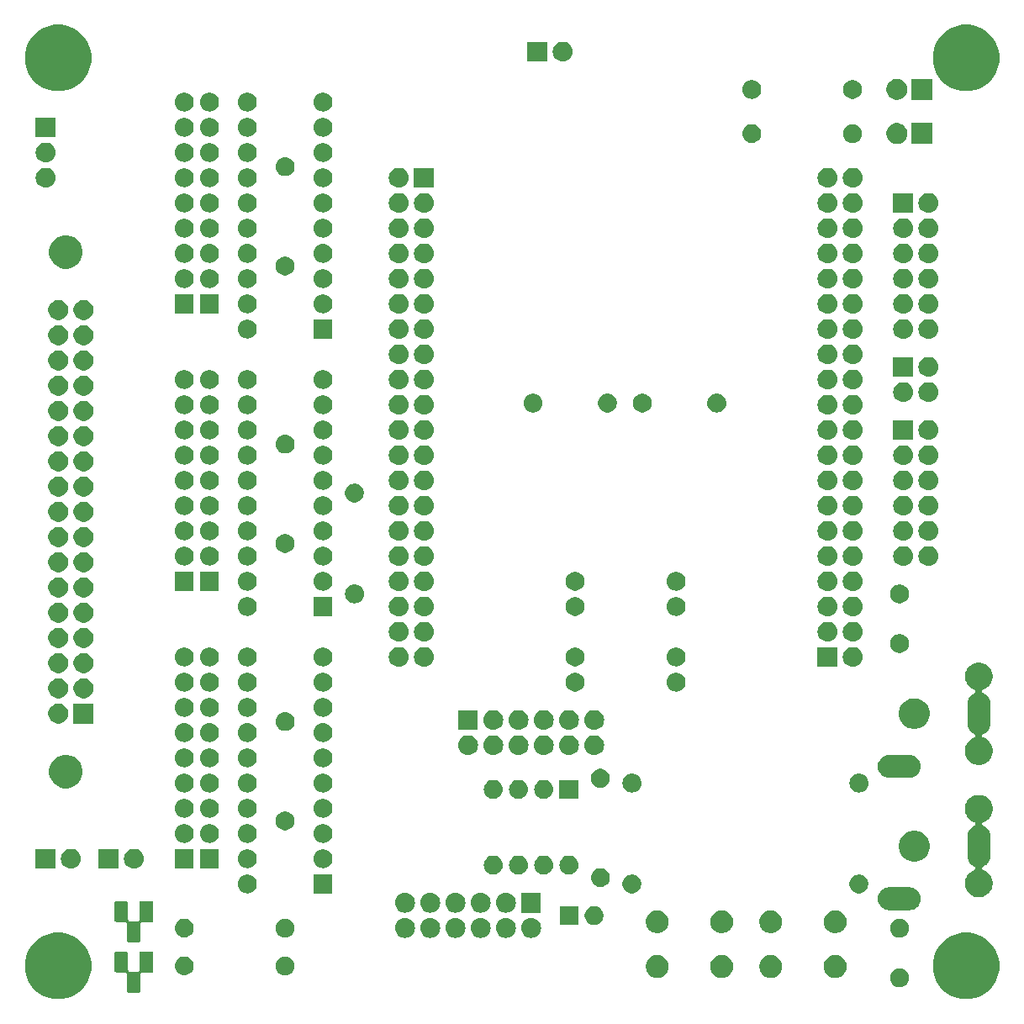
<source format=gts>
G04 #@! TF.GenerationSoftware,KiCad,Pcbnew,5.0.2-bee76a0~70~ubuntu16.04.1*
G04 #@! TF.CreationDate,2019-04-13T11:09:42+01:00*
G04 #@! TF.ProjectId,BusAdapter,42757341-6461-4707-9465-722e6b696361,rev?*
G04 #@! TF.SameCoordinates,PX3021c70PY8dff518*
G04 #@! TF.FileFunction,Soldermask,Top*
G04 #@! TF.FilePolarity,Negative*
%FSLAX46Y46*%
G04 Gerber Fmt 4.6, Leading zero omitted, Abs format (unit mm)*
G04 Created by KiCad (PCBNEW 5.0.2-bee76a0~70~ubuntu16.04.1) date Sat 13 Apr 2019 11:09:42 BST*
%MOMM*%
%LPD*%
G01*
G04 APERTURE LIST*
%ADD10C,0.100000*%
G04 APERTURE END LIST*
D10*
G36*
X96227158Y7031262D02*
X96836821Y6778731D01*
X97385503Y6412113D01*
X97852113Y5945503D01*
X98218731Y5396821D01*
X98471262Y4787158D01*
X98600000Y4139946D01*
X98600000Y3480054D01*
X98471262Y2832842D01*
X98218731Y2223179D01*
X97852113Y1674497D01*
X97385503Y1207887D01*
X96836821Y841269D01*
X96227158Y588738D01*
X95579946Y460000D01*
X94920054Y460000D01*
X94272842Y588738D01*
X93663179Y841269D01*
X93114497Y1207887D01*
X92647887Y1674497D01*
X92281269Y2223179D01*
X92028738Y2832842D01*
X91900000Y3480054D01*
X91900000Y4139946D01*
X92028738Y4787158D01*
X92281269Y5396821D01*
X92647887Y5945503D01*
X93114497Y6412113D01*
X93663179Y6778731D01*
X94272842Y7031262D01*
X94920054Y7160000D01*
X95579946Y7160000D01*
X96227158Y7031262D01*
X96227158Y7031262D01*
G37*
G36*
X4787158Y7031262D02*
X5396821Y6778731D01*
X5945503Y6412113D01*
X6412113Y5945503D01*
X6778731Y5396821D01*
X7031262Y4787158D01*
X7160000Y4139946D01*
X7160000Y3480054D01*
X7031262Y2832842D01*
X6778731Y2223179D01*
X6412113Y1674497D01*
X5945503Y1207887D01*
X5396821Y841269D01*
X4787158Y588738D01*
X4139946Y460000D01*
X3480054Y460000D01*
X2832842Y588738D01*
X2223179Y841269D01*
X1674497Y1207887D01*
X1207887Y1674497D01*
X841269Y2223179D01*
X588738Y2832842D01*
X460000Y3480054D01*
X460000Y4139946D01*
X588738Y4787158D01*
X841269Y5396821D01*
X1207887Y5945503D01*
X1674497Y6412113D01*
X2223179Y6778731D01*
X2832842Y7031262D01*
X3480054Y7160000D01*
X4139946Y7160000D01*
X4787158Y7031262D01*
X4787158Y7031262D01*
G37*
G36*
X10658587Y5254247D02*
X10705299Y5240077D01*
X10748354Y5217063D01*
X10786092Y5186092D01*
X10817063Y5148354D01*
X10840077Y5105299D01*
X10854247Y5058587D01*
X10860000Y5000173D01*
X10860000Y3419828D01*
X10858993Y3409605D01*
X10858993Y3370398D01*
X10866641Y3331945D01*
X10881645Y3295722D01*
X10903427Y3263123D01*
X10931150Y3235399D01*
X10963749Y3213617D01*
X10999971Y3198612D01*
X11038425Y3190963D01*
X11058030Y3190000D01*
X11800000Y3190000D01*
X11839018Y3193843D01*
X11876537Y3205224D01*
X11911114Y3223706D01*
X11941421Y3248579D01*
X11966294Y3278886D01*
X11984776Y3313463D01*
X11996157Y3350982D01*
X12000000Y3390000D01*
X12000000Y5260000D01*
X13400000Y5260000D01*
X13400000Y3160000D01*
X12328030Y3160000D01*
X12289012Y3156157D01*
X12251493Y3144776D01*
X12216916Y3126294D01*
X12186609Y3101421D01*
X12161736Y3071114D01*
X12143254Y3036537D01*
X12131873Y2999018D01*
X12128030Y2960000D01*
X12128993Y2940395D01*
X12130000Y2930172D01*
X12130000Y1349827D01*
X12124247Y1291413D01*
X12110077Y1244701D01*
X12087063Y1201646D01*
X12056092Y1163908D01*
X12018354Y1132937D01*
X11975299Y1109923D01*
X11928587Y1095753D01*
X11870173Y1090000D01*
X10989827Y1090000D01*
X10931413Y1095753D01*
X10884701Y1109923D01*
X10841646Y1132937D01*
X10803908Y1163908D01*
X10772937Y1201646D01*
X10749923Y1244701D01*
X10735753Y1291413D01*
X10730000Y1349827D01*
X10730000Y2930172D01*
X10731007Y2940395D01*
X10731007Y2979602D01*
X10723359Y3018055D01*
X10708355Y3054278D01*
X10686573Y3086877D01*
X10658850Y3114601D01*
X10626251Y3136383D01*
X10590029Y3151388D01*
X10551575Y3159037D01*
X10531970Y3160000D01*
X9719827Y3160000D01*
X9661413Y3165753D01*
X9614701Y3179923D01*
X9571646Y3202937D01*
X9533908Y3233908D01*
X9502937Y3271646D01*
X9479923Y3314701D01*
X9465753Y3361413D01*
X9460000Y3419827D01*
X9460000Y5000173D01*
X9465753Y5058587D01*
X9479923Y5105299D01*
X9502937Y5148354D01*
X9533908Y5186092D01*
X9571646Y5217063D01*
X9614701Y5240077D01*
X9661413Y5254247D01*
X9719827Y5260000D01*
X10600173Y5260000D01*
X10658587Y5254247D01*
X10658587Y5254247D01*
G37*
G36*
X88807105Y3533492D02*
X88979994Y3461879D01*
X89135590Y3357913D01*
X89267913Y3225590D01*
X89371879Y3069994D01*
X89443492Y2897105D01*
X89480000Y2713567D01*
X89480000Y2526433D01*
X89443492Y2342895D01*
X89371879Y2170006D01*
X89267913Y2014410D01*
X89135590Y1882087D01*
X88979994Y1778121D01*
X88807105Y1706508D01*
X88623567Y1670000D01*
X88436433Y1670000D01*
X88252895Y1706508D01*
X88080006Y1778121D01*
X87924410Y1882087D01*
X87792087Y2014410D01*
X87688121Y2170006D01*
X87616508Y2342895D01*
X87580000Y2526433D01*
X87580000Y2713567D01*
X87616508Y2897105D01*
X87688121Y3069994D01*
X87792087Y3225590D01*
X87924410Y3357913D01*
X88080006Y3461879D01*
X88252895Y3533492D01*
X88436433Y3570000D01*
X88623567Y3570000D01*
X88807105Y3533492D01*
X88807105Y3533492D01*
G37*
G36*
X75900443Y4860806D02*
X76039967Y4803013D01*
X76109730Y4774116D01*
X76298085Y4648261D01*
X76458261Y4488085D01*
X76584116Y4299730D01*
X76584116Y4299729D01*
X76670806Y4090443D01*
X76715000Y3868265D01*
X76715000Y3641735D01*
X76670806Y3419557D01*
X76627724Y3315550D01*
X76584116Y3210270D01*
X76458261Y3021915D01*
X76298085Y2861739D01*
X76109730Y2735884D01*
X76055852Y2713567D01*
X75900443Y2649194D01*
X75678265Y2605000D01*
X75451735Y2605000D01*
X75229557Y2649194D01*
X75074148Y2713567D01*
X75020270Y2735884D01*
X74831915Y2861739D01*
X74671739Y3021915D01*
X74545884Y3210270D01*
X74502276Y3315550D01*
X74459194Y3419557D01*
X74415000Y3641735D01*
X74415000Y3868265D01*
X74459194Y4090443D01*
X74545884Y4299729D01*
X74545884Y4299730D01*
X74671739Y4488085D01*
X74831915Y4648261D01*
X75020270Y4774116D01*
X75090033Y4803013D01*
X75229557Y4860806D01*
X75451735Y4905000D01*
X75678265Y4905000D01*
X75900443Y4860806D01*
X75900443Y4860806D01*
G37*
G36*
X82400443Y4860806D02*
X82539967Y4803013D01*
X82609730Y4774116D01*
X82798085Y4648261D01*
X82958261Y4488085D01*
X83084116Y4299730D01*
X83084116Y4299729D01*
X83170806Y4090443D01*
X83215000Y3868265D01*
X83215000Y3641735D01*
X83170806Y3419557D01*
X83127724Y3315550D01*
X83084116Y3210270D01*
X82958261Y3021915D01*
X82798085Y2861739D01*
X82609730Y2735884D01*
X82555852Y2713567D01*
X82400443Y2649194D01*
X82178265Y2605000D01*
X81951735Y2605000D01*
X81729557Y2649194D01*
X81574148Y2713567D01*
X81520270Y2735884D01*
X81331915Y2861739D01*
X81171739Y3021915D01*
X81045884Y3210270D01*
X81002276Y3315550D01*
X80959194Y3419557D01*
X80915000Y3641735D01*
X80915000Y3868265D01*
X80959194Y4090443D01*
X81045884Y4299729D01*
X81045884Y4299730D01*
X81171739Y4488085D01*
X81331915Y4648261D01*
X81520270Y4774116D01*
X81590033Y4803013D01*
X81729557Y4860806D01*
X81951735Y4905000D01*
X82178265Y4905000D01*
X82400443Y4860806D01*
X82400443Y4860806D01*
G37*
G36*
X70970443Y4860806D02*
X71109967Y4803013D01*
X71179730Y4774116D01*
X71368085Y4648261D01*
X71528261Y4488085D01*
X71654116Y4299730D01*
X71654116Y4299729D01*
X71740806Y4090443D01*
X71785000Y3868265D01*
X71785000Y3641735D01*
X71740806Y3419557D01*
X71697724Y3315550D01*
X71654116Y3210270D01*
X71528261Y3021915D01*
X71368085Y2861739D01*
X71179730Y2735884D01*
X71125852Y2713567D01*
X70970443Y2649194D01*
X70748265Y2605000D01*
X70521735Y2605000D01*
X70299557Y2649194D01*
X70144148Y2713567D01*
X70090270Y2735884D01*
X69901915Y2861739D01*
X69741739Y3021915D01*
X69615884Y3210270D01*
X69572276Y3315550D01*
X69529194Y3419557D01*
X69485000Y3641735D01*
X69485000Y3868265D01*
X69529194Y4090443D01*
X69615884Y4299729D01*
X69615884Y4299730D01*
X69741739Y4488085D01*
X69901915Y4648261D01*
X70090270Y4774116D01*
X70160033Y4803013D01*
X70299557Y4860806D01*
X70521735Y4905000D01*
X70748265Y4905000D01*
X70970443Y4860806D01*
X70970443Y4860806D01*
G37*
G36*
X64470443Y4860806D02*
X64609967Y4803013D01*
X64679730Y4774116D01*
X64868085Y4648261D01*
X65028261Y4488085D01*
X65154116Y4299730D01*
X65154116Y4299729D01*
X65240806Y4090443D01*
X65285000Y3868265D01*
X65285000Y3641735D01*
X65240806Y3419557D01*
X65197724Y3315550D01*
X65154116Y3210270D01*
X65028261Y3021915D01*
X64868085Y2861739D01*
X64679730Y2735884D01*
X64625852Y2713567D01*
X64470443Y2649194D01*
X64248265Y2605000D01*
X64021735Y2605000D01*
X63799557Y2649194D01*
X63644148Y2713567D01*
X63590270Y2735884D01*
X63401915Y2861739D01*
X63241739Y3021915D01*
X63115884Y3210270D01*
X63072276Y3315550D01*
X63029194Y3419557D01*
X62985000Y3641735D01*
X62985000Y3868265D01*
X63029194Y4090443D01*
X63115884Y4299729D01*
X63115884Y4299730D01*
X63241739Y4488085D01*
X63401915Y4648261D01*
X63590270Y4774116D01*
X63660033Y4803013D01*
X63799557Y4860806D01*
X64021735Y4905000D01*
X64248265Y4905000D01*
X64470443Y4860806D01*
X64470443Y4860806D01*
G37*
G36*
X26947105Y4723492D02*
X27119994Y4651879D01*
X27275590Y4547913D01*
X27407913Y4415590D01*
X27511879Y4259994D01*
X27583492Y4087105D01*
X27620000Y3903567D01*
X27620000Y3716433D01*
X27583492Y3532895D01*
X27511879Y3360006D01*
X27407913Y3204410D01*
X27275590Y3072087D01*
X27119994Y2968121D01*
X26947105Y2896508D01*
X26763567Y2860000D01*
X26576433Y2860000D01*
X26392895Y2896508D01*
X26220006Y2968121D01*
X26064410Y3072087D01*
X25932087Y3204410D01*
X25828121Y3360006D01*
X25756508Y3532895D01*
X25720000Y3716433D01*
X25720000Y3903567D01*
X25756508Y4087105D01*
X25828121Y4259994D01*
X25932087Y4415590D01*
X26064410Y4547913D01*
X26220006Y4651879D01*
X26392895Y4723492D01*
X26576433Y4760000D01*
X26763567Y4760000D01*
X26947105Y4723492D01*
X26947105Y4723492D01*
G37*
G36*
X16696233Y4746254D02*
X16785770Y4719093D01*
X16875308Y4691932D01*
X17040345Y4603718D01*
X17185001Y4485001D01*
X17303718Y4340345D01*
X17391932Y4175308D01*
X17391932Y4175307D01*
X17446254Y3996233D01*
X17464596Y3810000D01*
X17446254Y3623768D01*
X17391932Y3444692D01*
X17303718Y3279655D01*
X17185001Y3134999D01*
X17040345Y3016282D01*
X16875308Y2928068D01*
X16810082Y2908282D01*
X16696233Y2873746D01*
X16556665Y2860000D01*
X16463335Y2860000D01*
X16323767Y2873746D01*
X16209918Y2908282D01*
X16144692Y2928068D01*
X15979655Y3016282D01*
X15834999Y3134999D01*
X15716282Y3279655D01*
X15628068Y3444692D01*
X15573746Y3623768D01*
X15555404Y3810000D01*
X15573746Y3996233D01*
X15628068Y4175307D01*
X15628068Y4175308D01*
X15716282Y4340345D01*
X15834999Y4485001D01*
X15979655Y4603718D01*
X16144692Y4691932D01*
X16234230Y4719093D01*
X16323767Y4746254D01*
X16463335Y4760000D01*
X16556665Y4760000D01*
X16696233Y4746254D01*
X16696233Y4746254D01*
G37*
G36*
X10658587Y10334247D02*
X10705299Y10320077D01*
X10748354Y10297063D01*
X10786092Y10266092D01*
X10817063Y10228354D01*
X10840077Y10185299D01*
X10854247Y10138587D01*
X10860000Y10080173D01*
X10860000Y8499828D01*
X10858993Y8489605D01*
X10858993Y8450398D01*
X10866641Y8411945D01*
X10881645Y8375722D01*
X10903427Y8343123D01*
X10931150Y8315399D01*
X10963749Y8293617D01*
X10999971Y8278612D01*
X11038425Y8270963D01*
X11058030Y8270000D01*
X11800000Y8270000D01*
X11839018Y8273843D01*
X11876537Y8285224D01*
X11911114Y8303706D01*
X11941421Y8328579D01*
X11966294Y8358886D01*
X11984776Y8393463D01*
X11996157Y8430982D01*
X12000000Y8470000D01*
X12000000Y10340000D01*
X13400000Y10340000D01*
X13400000Y8240000D01*
X12328030Y8240000D01*
X12289012Y8236157D01*
X12251493Y8224776D01*
X12216916Y8206294D01*
X12186609Y8181421D01*
X12161736Y8151114D01*
X12143254Y8116537D01*
X12131873Y8079018D01*
X12128030Y8040000D01*
X12128993Y8020395D01*
X12130000Y8010172D01*
X12130000Y6429827D01*
X12124247Y6371413D01*
X12110077Y6324701D01*
X12087063Y6281646D01*
X12056092Y6243908D01*
X12018354Y6212937D01*
X11975299Y6189923D01*
X11928587Y6175753D01*
X11870173Y6170000D01*
X10989827Y6170000D01*
X10931413Y6175753D01*
X10884701Y6189923D01*
X10841646Y6212937D01*
X10803908Y6243908D01*
X10772937Y6281646D01*
X10749923Y6324701D01*
X10735753Y6371413D01*
X10730000Y6429827D01*
X10730000Y8010172D01*
X10731007Y8020395D01*
X10731007Y8059602D01*
X10723359Y8098055D01*
X10708355Y8134278D01*
X10686573Y8166877D01*
X10658850Y8194601D01*
X10626251Y8216383D01*
X10590029Y8231388D01*
X10551575Y8239037D01*
X10531970Y8240000D01*
X9719827Y8240000D01*
X9661413Y8245753D01*
X9614701Y8259923D01*
X9571646Y8282937D01*
X9533908Y8313908D01*
X9502937Y8351646D01*
X9479923Y8394701D01*
X9465753Y8441413D01*
X9460000Y8499827D01*
X9460000Y10080173D01*
X9465753Y10138587D01*
X9479923Y10185299D01*
X9502937Y10228354D01*
X9533908Y10266092D01*
X9571646Y10297063D01*
X9614701Y10320077D01*
X9661413Y10334247D01*
X9719827Y10340000D01*
X10600173Y10340000D01*
X10658587Y10334247D01*
X10658587Y10334247D01*
G37*
G36*
X46551034Y8605531D02*
X46739537Y8548349D01*
X46913259Y8455492D01*
X47065529Y8330529D01*
X47190492Y8178259D01*
X47283349Y8004537D01*
X47340531Y7816034D01*
X47359838Y7620000D01*
X47340531Y7423966D01*
X47283349Y7235463D01*
X47190492Y7061741D01*
X47065529Y6909471D01*
X46913259Y6784508D01*
X46739537Y6691651D01*
X46551034Y6634469D01*
X46404125Y6620000D01*
X46305875Y6620000D01*
X46158966Y6634469D01*
X45970463Y6691651D01*
X45796741Y6784508D01*
X45644471Y6909471D01*
X45519508Y7061741D01*
X45426651Y7235463D01*
X45369469Y7423966D01*
X45350162Y7620000D01*
X45369469Y7816034D01*
X45426651Y8004537D01*
X45519508Y8178259D01*
X45644471Y8330529D01*
X45796741Y8455492D01*
X45970463Y8548349D01*
X46158966Y8605531D01*
X46305875Y8620000D01*
X46404125Y8620000D01*
X46551034Y8605531D01*
X46551034Y8605531D01*
G37*
G36*
X38931034Y8605531D02*
X39119537Y8548349D01*
X39293259Y8455492D01*
X39445529Y8330529D01*
X39570492Y8178259D01*
X39663349Y8004537D01*
X39720531Y7816034D01*
X39739838Y7620000D01*
X39720531Y7423966D01*
X39663349Y7235463D01*
X39570492Y7061741D01*
X39445529Y6909471D01*
X39293259Y6784508D01*
X39119537Y6691651D01*
X38931034Y6634469D01*
X38784125Y6620000D01*
X38685875Y6620000D01*
X38538966Y6634469D01*
X38350463Y6691651D01*
X38176741Y6784508D01*
X38024471Y6909471D01*
X37899508Y7061741D01*
X37806651Y7235463D01*
X37749469Y7423966D01*
X37730162Y7620000D01*
X37749469Y7816034D01*
X37806651Y8004537D01*
X37899508Y8178259D01*
X38024471Y8330529D01*
X38176741Y8455492D01*
X38350463Y8548349D01*
X38538966Y8605531D01*
X38685875Y8620000D01*
X38784125Y8620000D01*
X38931034Y8605531D01*
X38931034Y8605531D01*
G37*
G36*
X41471034Y8605531D02*
X41659537Y8548349D01*
X41833259Y8455492D01*
X41985529Y8330529D01*
X42110492Y8178259D01*
X42203349Y8004537D01*
X42260531Y7816034D01*
X42279838Y7620000D01*
X42260531Y7423966D01*
X42203349Y7235463D01*
X42110492Y7061741D01*
X41985529Y6909471D01*
X41833259Y6784508D01*
X41659537Y6691651D01*
X41471034Y6634469D01*
X41324125Y6620000D01*
X41225875Y6620000D01*
X41078966Y6634469D01*
X40890463Y6691651D01*
X40716741Y6784508D01*
X40564471Y6909471D01*
X40439508Y7061741D01*
X40346651Y7235463D01*
X40289469Y7423966D01*
X40270162Y7620000D01*
X40289469Y7816034D01*
X40346651Y8004537D01*
X40439508Y8178259D01*
X40564471Y8330529D01*
X40716741Y8455492D01*
X40890463Y8548349D01*
X41078966Y8605531D01*
X41225875Y8620000D01*
X41324125Y8620000D01*
X41471034Y8605531D01*
X41471034Y8605531D01*
G37*
G36*
X44011034Y8605531D02*
X44199537Y8548349D01*
X44373259Y8455492D01*
X44525529Y8330529D01*
X44650492Y8178259D01*
X44743349Y8004537D01*
X44800531Y7816034D01*
X44819838Y7620000D01*
X44800531Y7423966D01*
X44743349Y7235463D01*
X44650492Y7061741D01*
X44525529Y6909471D01*
X44373259Y6784508D01*
X44199537Y6691651D01*
X44011034Y6634469D01*
X43864125Y6620000D01*
X43765875Y6620000D01*
X43618966Y6634469D01*
X43430463Y6691651D01*
X43256741Y6784508D01*
X43104471Y6909471D01*
X42979508Y7061741D01*
X42886651Y7235463D01*
X42829469Y7423966D01*
X42810162Y7620000D01*
X42829469Y7816034D01*
X42886651Y8004537D01*
X42979508Y8178259D01*
X43104471Y8330529D01*
X43256741Y8455492D01*
X43430463Y8548349D01*
X43618966Y8605531D01*
X43765875Y8620000D01*
X43864125Y8620000D01*
X44011034Y8605531D01*
X44011034Y8605531D01*
G37*
G36*
X49091034Y8605531D02*
X49279537Y8548349D01*
X49453259Y8455492D01*
X49605529Y8330529D01*
X49730492Y8178259D01*
X49823349Y8004537D01*
X49880531Y7816034D01*
X49899838Y7620000D01*
X49880531Y7423966D01*
X49823349Y7235463D01*
X49730492Y7061741D01*
X49605529Y6909471D01*
X49453259Y6784508D01*
X49279537Y6691651D01*
X49091034Y6634469D01*
X48944125Y6620000D01*
X48845875Y6620000D01*
X48698966Y6634469D01*
X48510463Y6691651D01*
X48336741Y6784508D01*
X48184471Y6909471D01*
X48059508Y7061741D01*
X47966651Y7235463D01*
X47909469Y7423966D01*
X47890162Y7620000D01*
X47909469Y7816034D01*
X47966651Y8004537D01*
X48059508Y8178259D01*
X48184471Y8330529D01*
X48336741Y8455492D01*
X48510463Y8548349D01*
X48698966Y8605531D01*
X48845875Y8620000D01*
X48944125Y8620000D01*
X49091034Y8605531D01*
X49091034Y8605531D01*
G37*
G36*
X51631034Y8605531D02*
X51819537Y8548349D01*
X51993259Y8455492D01*
X52145529Y8330529D01*
X52270492Y8178259D01*
X52363349Y8004537D01*
X52420531Y7816034D01*
X52439838Y7620000D01*
X52420531Y7423966D01*
X52363349Y7235463D01*
X52270492Y7061741D01*
X52145529Y6909471D01*
X51993259Y6784508D01*
X51819537Y6691651D01*
X51631034Y6634469D01*
X51484125Y6620000D01*
X51385875Y6620000D01*
X51238966Y6634469D01*
X51050463Y6691651D01*
X50876741Y6784508D01*
X50724471Y6909471D01*
X50599508Y7061741D01*
X50506651Y7235463D01*
X50449469Y7423966D01*
X50430162Y7620000D01*
X50449469Y7816034D01*
X50506651Y8004537D01*
X50599508Y8178259D01*
X50724471Y8330529D01*
X50876741Y8455492D01*
X51050463Y8548349D01*
X51238966Y8605531D01*
X51385875Y8620000D01*
X51484125Y8620000D01*
X51631034Y8605531D01*
X51631034Y8605531D01*
G37*
G36*
X88807105Y8533492D02*
X88979994Y8461879D01*
X89135590Y8357913D01*
X89267913Y8225590D01*
X89371879Y8069994D01*
X89443492Y7897105D01*
X89480000Y7713567D01*
X89480000Y7526433D01*
X89443492Y7342895D01*
X89371879Y7170006D01*
X89267913Y7014410D01*
X89135590Y6882087D01*
X88979994Y6778121D01*
X88807105Y6706508D01*
X88623567Y6670000D01*
X88436433Y6670000D01*
X88252895Y6706508D01*
X88080006Y6778121D01*
X87924410Y6882087D01*
X87792087Y7014410D01*
X87688121Y7170006D01*
X87616508Y7342895D01*
X87580000Y7526433D01*
X87580000Y7713567D01*
X87616508Y7897105D01*
X87688121Y8069994D01*
X87792087Y8225590D01*
X87924410Y8357913D01*
X88080006Y8461879D01*
X88252895Y8533492D01*
X88436433Y8570000D01*
X88623567Y8570000D01*
X88807105Y8533492D01*
X88807105Y8533492D01*
G37*
G36*
X26947105Y8533492D02*
X27119994Y8461879D01*
X27275590Y8357913D01*
X27407913Y8225590D01*
X27511879Y8069994D01*
X27583492Y7897105D01*
X27620000Y7713567D01*
X27620000Y7526433D01*
X27583492Y7342895D01*
X27511879Y7170006D01*
X27407913Y7014410D01*
X27275590Y6882087D01*
X27119994Y6778121D01*
X26947105Y6706508D01*
X26763567Y6670000D01*
X26576433Y6670000D01*
X26392895Y6706508D01*
X26220006Y6778121D01*
X26064410Y6882087D01*
X25932087Y7014410D01*
X25828121Y7170006D01*
X25756508Y7342895D01*
X25720000Y7526433D01*
X25720000Y7713567D01*
X25756508Y7897105D01*
X25828121Y8069994D01*
X25932087Y8225590D01*
X26064410Y8357913D01*
X26220006Y8461879D01*
X26392895Y8533492D01*
X26576433Y8570000D01*
X26763567Y8570000D01*
X26947105Y8533492D01*
X26947105Y8533492D01*
G37*
G36*
X16696233Y8556254D02*
X16785770Y8529093D01*
X16875308Y8501932D01*
X17040345Y8413718D01*
X17185001Y8295001D01*
X17303718Y8150345D01*
X17391932Y7985308D01*
X17446254Y7806232D01*
X17464596Y7620000D01*
X17446254Y7433768D01*
X17391932Y7254692D01*
X17303718Y7089655D01*
X17185001Y6944999D01*
X17040345Y6826282D01*
X16875308Y6738068D01*
X16785770Y6710907D01*
X16696233Y6683746D01*
X16556665Y6670000D01*
X16463335Y6670000D01*
X16323767Y6683746D01*
X16234230Y6710907D01*
X16144692Y6738068D01*
X15979655Y6826282D01*
X15834999Y6944999D01*
X15716282Y7089655D01*
X15628068Y7254692D01*
X15573746Y7433768D01*
X15555404Y7620000D01*
X15573746Y7806232D01*
X15628068Y7985308D01*
X15716282Y8150345D01*
X15834999Y8295001D01*
X15979655Y8413718D01*
X16144692Y8501932D01*
X16234230Y8529093D01*
X16323767Y8556254D01*
X16463335Y8570000D01*
X16556665Y8570000D01*
X16696233Y8556254D01*
X16696233Y8556254D01*
G37*
G36*
X70970443Y9360806D02*
X71109967Y9303013D01*
X71179730Y9274116D01*
X71368085Y9148261D01*
X71528261Y8988085D01*
X71654116Y8799730D01*
X71683013Y8729967D01*
X71740806Y8590443D01*
X71785000Y8368265D01*
X71785000Y8141735D01*
X71740806Y7919557D01*
X71697925Y7816034D01*
X71654116Y7710270D01*
X71528261Y7521915D01*
X71368085Y7361739D01*
X71179730Y7235884D01*
X71109967Y7206987D01*
X70970443Y7149194D01*
X70748265Y7105000D01*
X70521735Y7105000D01*
X70299557Y7149194D01*
X70160033Y7206987D01*
X70090270Y7235884D01*
X69901915Y7361739D01*
X69741739Y7521915D01*
X69615884Y7710270D01*
X69572075Y7816034D01*
X69529194Y7919557D01*
X69485000Y8141735D01*
X69485000Y8368265D01*
X69529194Y8590443D01*
X69586987Y8729967D01*
X69615884Y8799730D01*
X69741739Y8988085D01*
X69901915Y9148261D01*
X70090270Y9274116D01*
X70160033Y9303013D01*
X70299557Y9360806D01*
X70521735Y9405000D01*
X70748265Y9405000D01*
X70970443Y9360806D01*
X70970443Y9360806D01*
G37*
G36*
X64470443Y9360806D02*
X64609967Y9303013D01*
X64679730Y9274116D01*
X64868085Y9148261D01*
X65028261Y8988085D01*
X65154116Y8799730D01*
X65183013Y8729967D01*
X65240806Y8590443D01*
X65285000Y8368265D01*
X65285000Y8141735D01*
X65240806Y7919557D01*
X65197925Y7816034D01*
X65154116Y7710270D01*
X65028261Y7521915D01*
X64868085Y7361739D01*
X64679730Y7235884D01*
X64609967Y7206987D01*
X64470443Y7149194D01*
X64248265Y7105000D01*
X64021735Y7105000D01*
X63799557Y7149194D01*
X63660033Y7206987D01*
X63590270Y7235884D01*
X63401915Y7361739D01*
X63241739Y7521915D01*
X63115884Y7710270D01*
X63072075Y7816034D01*
X63029194Y7919557D01*
X62985000Y8141735D01*
X62985000Y8368265D01*
X63029194Y8590443D01*
X63086987Y8729967D01*
X63115884Y8799730D01*
X63241739Y8988085D01*
X63401915Y9148261D01*
X63590270Y9274116D01*
X63660033Y9303013D01*
X63799557Y9360806D01*
X64021735Y9405000D01*
X64248265Y9405000D01*
X64470443Y9360806D01*
X64470443Y9360806D01*
G37*
G36*
X75900443Y9360806D02*
X76039967Y9303013D01*
X76109730Y9274116D01*
X76298085Y9148261D01*
X76458261Y8988085D01*
X76584116Y8799730D01*
X76613013Y8729967D01*
X76670806Y8590443D01*
X76715000Y8368265D01*
X76715000Y8141735D01*
X76670806Y7919557D01*
X76627925Y7816034D01*
X76584116Y7710270D01*
X76458261Y7521915D01*
X76298085Y7361739D01*
X76109730Y7235884D01*
X76039967Y7206987D01*
X75900443Y7149194D01*
X75678265Y7105000D01*
X75451735Y7105000D01*
X75229557Y7149194D01*
X75090033Y7206987D01*
X75020270Y7235884D01*
X74831915Y7361739D01*
X74671739Y7521915D01*
X74545884Y7710270D01*
X74502075Y7816034D01*
X74459194Y7919557D01*
X74415000Y8141735D01*
X74415000Y8368265D01*
X74459194Y8590443D01*
X74516987Y8729967D01*
X74545884Y8799730D01*
X74671739Y8988085D01*
X74831915Y9148261D01*
X75020270Y9274116D01*
X75090033Y9303013D01*
X75229557Y9360806D01*
X75451735Y9405000D01*
X75678265Y9405000D01*
X75900443Y9360806D01*
X75900443Y9360806D01*
G37*
G36*
X82400443Y9360806D02*
X82539967Y9303013D01*
X82609730Y9274116D01*
X82798085Y9148261D01*
X82958261Y8988085D01*
X83084116Y8799730D01*
X83113013Y8729967D01*
X83170806Y8590443D01*
X83215000Y8368265D01*
X83215000Y8141735D01*
X83170806Y7919557D01*
X83127925Y7816034D01*
X83084116Y7710270D01*
X82958261Y7521915D01*
X82798085Y7361739D01*
X82609730Y7235884D01*
X82539967Y7206987D01*
X82400443Y7149194D01*
X82178265Y7105000D01*
X81951735Y7105000D01*
X81729557Y7149194D01*
X81590033Y7206987D01*
X81520270Y7235884D01*
X81331915Y7361739D01*
X81171739Y7521915D01*
X81045884Y7710270D01*
X81002075Y7816034D01*
X80959194Y7919557D01*
X80915000Y8141735D01*
X80915000Y8368265D01*
X80959194Y8590443D01*
X81016987Y8729967D01*
X81045884Y8799730D01*
X81171739Y8988085D01*
X81331915Y9148261D01*
X81520270Y9274116D01*
X81590033Y9303013D01*
X81729557Y9360806D01*
X81951735Y9405000D01*
X82178265Y9405000D01*
X82400443Y9360806D01*
X82400443Y9360806D01*
G37*
G36*
X56235000Y7940000D02*
X54335000Y7940000D01*
X54335000Y9840000D01*
X56235000Y9840000D01*
X56235000Y7940000D01*
X56235000Y7940000D01*
G37*
G36*
X58062105Y9803492D02*
X58234994Y9731879D01*
X58390590Y9627913D01*
X58522913Y9495590D01*
X58626879Y9339994D01*
X58698492Y9167105D01*
X58735000Y8983567D01*
X58735000Y8796433D01*
X58698492Y8612895D01*
X58626879Y8440006D01*
X58522913Y8284410D01*
X58390590Y8152087D01*
X58234994Y8048121D01*
X58062105Y7976508D01*
X57878567Y7940000D01*
X57691433Y7940000D01*
X57507895Y7976508D01*
X57335006Y8048121D01*
X57179410Y8152087D01*
X57047087Y8284410D01*
X56943121Y8440006D01*
X56871508Y8612895D01*
X56835000Y8796433D01*
X56835000Y8983567D01*
X56871508Y9167105D01*
X56943121Y9339994D01*
X57047087Y9495590D01*
X57179410Y9627913D01*
X57335006Y9731879D01*
X57507895Y9803492D01*
X57691433Y9840000D01*
X57878567Y9840000D01*
X58062105Y9803492D01*
X58062105Y9803492D01*
G37*
G36*
X44011034Y11145531D02*
X44199537Y11088349D01*
X44373259Y10995492D01*
X44525529Y10870529D01*
X44650492Y10718259D01*
X44743349Y10544537D01*
X44800531Y10356034D01*
X44819838Y10160000D01*
X44800531Y9963966D01*
X44743349Y9775463D01*
X44650492Y9601741D01*
X44525529Y9449471D01*
X44373259Y9324508D01*
X44199537Y9231651D01*
X44011034Y9174469D01*
X43864125Y9160000D01*
X43765875Y9160000D01*
X43618966Y9174469D01*
X43430463Y9231651D01*
X43256741Y9324508D01*
X43104471Y9449471D01*
X42979508Y9601741D01*
X42886651Y9775463D01*
X42829469Y9963966D01*
X42810162Y10160000D01*
X42829469Y10356034D01*
X42886651Y10544537D01*
X42979508Y10718259D01*
X43104471Y10870529D01*
X43256741Y10995492D01*
X43430463Y11088349D01*
X43618966Y11145531D01*
X43765875Y11160000D01*
X43864125Y11160000D01*
X44011034Y11145531D01*
X44011034Y11145531D01*
G37*
G36*
X41471034Y11145531D02*
X41659537Y11088349D01*
X41833259Y10995492D01*
X41985529Y10870529D01*
X42110492Y10718259D01*
X42203349Y10544537D01*
X42260531Y10356034D01*
X42279838Y10160000D01*
X42260531Y9963966D01*
X42203349Y9775463D01*
X42110492Y9601741D01*
X41985529Y9449471D01*
X41833259Y9324508D01*
X41659537Y9231651D01*
X41471034Y9174469D01*
X41324125Y9160000D01*
X41225875Y9160000D01*
X41078966Y9174469D01*
X40890463Y9231651D01*
X40716741Y9324508D01*
X40564471Y9449471D01*
X40439508Y9601741D01*
X40346651Y9775463D01*
X40289469Y9963966D01*
X40270162Y10160000D01*
X40289469Y10356034D01*
X40346651Y10544537D01*
X40439508Y10718259D01*
X40564471Y10870529D01*
X40716741Y10995492D01*
X40890463Y11088349D01*
X41078966Y11145531D01*
X41225875Y11160000D01*
X41324125Y11160000D01*
X41471034Y11145531D01*
X41471034Y11145531D01*
G37*
G36*
X38931034Y11145531D02*
X39119537Y11088349D01*
X39293259Y10995492D01*
X39445529Y10870529D01*
X39570492Y10718259D01*
X39663349Y10544537D01*
X39720531Y10356034D01*
X39739838Y10160000D01*
X39720531Y9963966D01*
X39663349Y9775463D01*
X39570492Y9601741D01*
X39445529Y9449471D01*
X39293259Y9324508D01*
X39119537Y9231651D01*
X38931034Y9174469D01*
X38784125Y9160000D01*
X38685875Y9160000D01*
X38538966Y9174469D01*
X38350463Y9231651D01*
X38176741Y9324508D01*
X38024471Y9449471D01*
X37899508Y9601741D01*
X37806651Y9775463D01*
X37749469Y9963966D01*
X37730162Y10160000D01*
X37749469Y10356034D01*
X37806651Y10544537D01*
X37899508Y10718259D01*
X38024471Y10870529D01*
X38176741Y10995492D01*
X38350463Y11088349D01*
X38538966Y11145531D01*
X38685875Y11160000D01*
X38784125Y11160000D01*
X38931034Y11145531D01*
X38931034Y11145531D01*
G37*
G36*
X49091034Y11145531D02*
X49279537Y11088349D01*
X49453259Y10995492D01*
X49605529Y10870529D01*
X49730492Y10718259D01*
X49823349Y10544537D01*
X49880531Y10356034D01*
X49899838Y10160000D01*
X49880531Y9963966D01*
X49823349Y9775463D01*
X49730492Y9601741D01*
X49605529Y9449471D01*
X49453259Y9324508D01*
X49279537Y9231651D01*
X49091034Y9174469D01*
X48944125Y9160000D01*
X48845875Y9160000D01*
X48698966Y9174469D01*
X48510463Y9231651D01*
X48336741Y9324508D01*
X48184471Y9449471D01*
X48059508Y9601741D01*
X47966651Y9775463D01*
X47909469Y9963966D01*
X47890162Y10160000D01*
X47909469Y10356034D01*
X47966651Y10544537D01*
X48059508Y10718259D01*
X48184471Y10870529D01*
X48336741Y10995492D01*
X48510463Y11088349D01*
X48698966Y11145531D01*
X48845875Y11160000D01*
X48944125Y11160000D01*
X49091034Y11145531D01*
X49091034Y11145531D01*
G37*
G36*
X52435000Y9160000D02*
X50435000Y9160000D01*
X50435000Y11160000D01*
X52435000Y11160000D01*
X52435000Y9160000D01*
X52435000Y9160000D01*
G37*
G36*
X46551034Y11145531D02*
X46739537Y11088349D01*
X46913259Y10995492D01*
X47065529Y10870529D01*
X47190492Y10718259D01*
X47283349Y10544537D01*
X47340531Y10356034D01*
X47359838Y10160000D01*
X47340531Y9963966D01*
X47283349Y9775463D01*
X47190492Y9601741D01*
X47065529Y9449471D01*
X46913259Y9324508D01*
X46739537Y9231651D01*
X46551034Y9174469D01*
X46404125Y9160000D01*
X46305875Y9160000D01*
X46158966Y9174469D01*
X45970463Y9231651D01*
X45796741Y9324508D01*
X45644471Y9449471D01*
X45519508Y9601741D01*
X45426651Y9775463D01*
X45369469Y9963966D01*
X45350162Y10160000D01*
X45369469Y10356034D01*
X45426651Y10544537D01*
X45519508Y10718259D01*
X45644471Y10870529D01*
X45796741Y10995492D01*
X45970463Y11088349D01*
X46158966Y11145531D01*
X46305875Y11160000D01*
X46404125Y11160000D01*
X46551034Y11145531D01*
X46551034Y11145531D01*
G37*
G36*
X89745439Y11708361D02*
X89962217Y11642602D01*
X90161995Y11535818D01*
X90337107Y11392107D01*
X90480818Y11216995D01*
X90587602Y11017217D01*
X90653361Y10800439D01*
X90675564Y10575000D01*
X90653361Y10349561D01*
X90587602Y10132783D01*
X90480818Y9933005D01*
X90337107Y9757893D01*
X90161995Y9614182D01*
X89962217Y9507398D01*
X89745439Y9441639D01*
X89576496Y9425000D01*
X87463504Y9425000D01*
X87294561Y9441639D01*
X87077783Y9507398D01*
X86878005Y9614182D01*
X86702893Y9757893D01*
X86559182Y9933005D01*
X86452398Y10132783D01*
X86386639Y10349561D01*
X86364436Y10575000D01*
X86386639Y10800439D01*
X86452398Y11017217D01*
X86559182Y11216995D01*
X86702893Y11392107D01*
X86878005Y11535818D01*
X87077783Y11642602D01*
X87294561Y11708361D01*
X87463504Y11725000D01*
X89576496Y11725000D01*
X89745439Y11708361D01*
X89745439Y11708361D01*
G37*
G36*
X96928365Y20971199D02*
X97183149Y20865664D01*
X97412451Y20712449D01*
X97607449Y20517451D01*
X97607451Y20517448D01*
X97760664Y20288149D01*
X97866199Y20033365D01*
X97920000Y19762888D01*
X97920000Y19487112D01*
X97866199Y19216635D01*
X97760664Y18961851D01*
X97607449Y18732549D01*
X97412451Y18537551D01*
X97183149Y18384336D01*
X96983742Y18301739D01*
X96949165Y18283257D01*
X96918858Y18258384D01*
X96893985Y18228077D01*
X96875503Y18193500D01*
X96864122Y18155981D01*
X96860279Y18116963D01*
X96864122Y18077945D01*
X96875503Y18040426D01*
X96893985Y18005849D01*
X96918858Y17975542D01*
X96949165Y17950669D01*
X96966000Y17940579D01*
X97161995Y17835818D01*
X97337107Y17692107D01*
X97480818Y17516995D01*
X97587602Y17317217D01*
X97653361Y17100439D01*
X97670000Y16931496D01*
X97670000Y14818504D01*
X97653361Y14649561D01*
X97587602Y14432783D01*
X97480818Y14233005D01*
X97470525Y14220463D01*
X97337107Y14057893D01*
X97230008Y13970000D01*
X97161994Y13914182D01*
X96966000Y13809421D01*
X96933400Y13787639D01*
X96905677Y13759916D01*
X96883895Y13727316D01*
X96868891Y13691094D01*
X96861242Y13652641D01*
X96861242Y13613434D01*
X96868891Y13574980D01*
X96883895Y13538758D01*
X96905677Y13506158D01*
X96933400Y13478435D01*
X96966000Y13456653D01*
X96983742Y13448261D01*
X97183149Y13365664D01*
X97412451Y13212449D01*
X97607449Y13017451D01*
X97607451Y13017448D01*
X97760664Y12788149D01*
X97866199Y12533365D01*
X97920000Y12262888D01*
X97920000Y11987112D01*
X97866199Y11716635D01*
X97824103Y11615006D01*
X97760664Y11461851D01*
X97607449Y11232549D01*
X97412451Y11037551D01*
X97412448Y11037549D01*
X97183149Y10884336D01*
X96928365Y10778801D01*
X96657888Y10725000D01*
X96382112Y10725000D01*
X96111635Y10778801D01*
X95856851Y10884336D01*
X95627552Y11037549D01*
X95627549Y11037551D01*
X95432551Y11232549D01*
X95279336Y11461851D01*
X95215897Y11615006D01*
X95173801Y11716635D01*
X95120000Y11987112D01*
X95120000Y12262888D01*
X95173801Y12533365D01*
X95279336Y12788149D01*
X95432549Y13017448D01*
X95432551Y13017451D01*
X95627549Y13212449D01*
X95856851Y13365664D01*
X96056258Y13448261D01*
X96090835Y13466743D01*
X96121142Y13491616D01*
X96146015Y13521923D01*
X96164497Y13556500D01*
X96175878Y13594019D01*
X96179721Y13633037D01*
X96175878Y13672055D01*
X96164497Y13709574D01*
X96146015Y13744151D01*
X96121142Y13774458D01*
X96090835Y13799331D01*
X96074000Y13809421D01*
X95878005Y13914182D01*
X95809991Y13970000D01*
X95702893Y14057893D01*
X95569474Y14220465D01*
X95559182Y14233006D01*
X95452398Y14432784D01*
X95386639Y14649562D01*
X95370000Y14818505D01*
X95370001Y16931496D01*
X95386640Y17100439D01*
X95452399Y17317217D01*
X95559183Y17516995D01*
X95702894Y17692107D01*
X95878006Y17835818D01*
X96074000Y17940579D01*
X96106600Y17962361D01*
X96134323Y17990084D01*
X96156105Y18022684D01*
X96171109Y18058906D01*
X96178758Y18097359D01*
X96178758Y18136566D01*
X96171109Y18175020D01*
X96156105Y18211242D01*
X96134323Y18243842D01*
X96106600Y18271565D01*
X96074000Y18293347D01*
X96056258Y18301739D01*
X95856851Y18384336D01*
X95627549Y18537551D01*
X95432551Y18732549D01*
X95279336Y18961851D01*
X95173801Y19216635D01*
X95120000Y19487112D01*
X95120000Y19762888D01*
X95173801Y20033365D01*
X95279336Y20288149D01*
X95432549Y20517448D01*
X95432551Y20517451D01*
X95627549Y20712449D01*
X95856851Y20865664D01*
X96111635Y20971199D01*
X96382112Y21025000D01*
X96657888Y21025000D01*
X96928365Y20971199D01*
X96928365Y20971199D01*
G37*
G36*
X31430000Y11115000D02*
X29530000Y11115000D01*
X29530000Y13015000D01*
X31430000Y13015000D01*
X31430000Y11115000D01*
X31430000Y11115000D01*
G37*
G36*
X84732105Y12978492D02*
X84904994Y12906879D01*
X85060590Y12802913D01*
X85192913Y12670590D01*
X85296879Y12514994D01*
X85368492Y12342105D01*
X85405000Y12158567D01*
X85405000Y11971433D01*
X85368492Y11787895D01*
X85296879Y11615006D01*
X85192913Y11459410D01*
X85060590Y11327087D01*
X84904994Y11223121D01*
X84732105Y11151508D01*
X84548567Y11115000D01*
X84361433Y11115000D01*
X84177895Y11151508D01*
X84005006Y11223121D01*
X83849410Y11327087D01*
X83717087Y11459410D01*
X83613121Y11615006D01*
X83541508Y11787895D01*
X83505000Y11971433D01*
X83505000Y12158567D01*
X83541508Y12342105D01*
X83613121Y12514994D01*
X83717087Y12670590D01*
X83849410Y12802913D01*
X84005006Y12906879D01*
X84177895Y12978492D01*
X84361433Y13015000D01*
X84548567Y13015000D01*
X84732105Y12978492D01*
X84732105Y12978492D01*
G37*
G36*
X61872105Y12978492D02*
X62044994Y12906879D01*
X62200590Y12802913D01*
X62332913Y12670590D01*
X62436879Y12514994D01*
X62508492Y12342105D01*
X62545000Y12158567D01*
X62545000Y11971433D01*
X62508492Y11787895D01*
X62436879Y11615006D01*
X62332913Y11459410D01*
X62200590Y11327087D01*
X62044994Y11223121D01*
X61872105Y11151508D01*
X61688567Y11115000D01*
X61501433Y11115000D01*
X61317895Y11151508D01*
X61145006Y11223121D01*
X60989410Y11327087D01*
X60857087Y11459410D01*
X60753121Y11615006D01*
X60681508Y11787895D01*
X60645000Y11971433D01*
X60645000Y12158567D01*
X60681508Y12342105D01*
X60753121Y12514994D01*
X60857087Y12670590D01*
X60989410Y12802913D01*
X61145006Y12906879D01*
X61317895Y12978492D01*
X61501433Y13015000D01*
X61688567Y13015000D01*
X61872105Y12978492D01*
X61872105Y12978492D01*
G37*
G36*
X23046233Y13001254D02*
X23135770Y12974093D01*
X23225308Y12946932D01*
X23390345Y12858718D01*
X23535001Y12740001D01*
X23653718Y12595345D01*
X23741932Y12430308D01*
X23796254Y12251232D01*
X23814596Y12065000D01*
X23796254Y11878768D01*
X23741932Y11699692D01*
X23653718Y11534655D01*
X23535001Y11389999D01*
X23390345Y11271282D01*
X23225308Y11183068D01*
X23149263Y11160000D01*
X23046233Y11128746D01*
X22906665Y11115000D01*
X22813335Y11115000D01*
X22673767Y11128746D01*
X22570737Y11160000D01*
X22494692Y11183068D01*
X22329655Y11271282D01*
X22184999Y11389999D01*
X22066282Y11534655D01*
X21978068Y11699692D01*
X21923746Y11878768D01*
X21905404Y12065000D01*
X21923746Y12251232D01*
X21978068Y12430308D01*
X22066282Y12595345D01*
X22184999Y12740001D01*
X22329655Y12858718D01*
X22494692Y12946932D01*
X22584230Y12974093D01*
X22673767Y13001254D01*
X22813335Y13015000D01*
X22906665Y13015000D01*
X23046233Y13001254D01*
X23046233Y13001254D01*
G37*
G36*
X58606233Y13636254D02*
X58661562Y13619470D01*
X58785308Y13581932D01*
X58950345Y13493718D01*
X59095001Y13375001D01*
X59213718Y13230345D01*
X59301932Y13065308D01*
X59356254Y12886232D01*
X59374596Y12700000D01*
X59356254Y12513768D01*
X59301932Y12334692D01*
X59213718Y12169655D01*
X59095001Y12024999D01*
X58950345Y11906282D01*
X58785308Y11818068D01*
X58695770Y11790907D01*
X58606233Y11763746D01*
X58466665Y11750000D01*
X58373335Y11750000D01*
X58233767Y11763746D01*
X58144230Y11790907D01*
X58054692Y11818068D01*
X57889655Y11906282D01*
X57744999Y12024999D01*
X57626282Y12169655D01*
X57538068Y12334692D01*
X57483746Y12513768D01*
X57465404Y12700000D01*
X57483746Y12886232D01*
X57538068Y13065308D01*
X57626282Y13230345D01*
X57744999Y13375001D01*
X57889655Y13493718D01*
X58054692Y13581932D01*
X58178438Y13619470D01*
X58233767Y13636254D01*
X58373335Y13650000D01*
X58466665Y13650000D01*
X58606233Y13636254D01*
X58606233Y13636254D01*
G37*
G36*
X47811233Y14906254D02*
X47874935Y14886930D01*
X47990308Y14851932D01*
X48155345Y14763718D01*
X48300001Y14645001D01*
X48418718Y14500345D01*
X48506932Y14335308D01*
X48506932Y14335307D01*
X48561254Y14156233D01*
X48579596Y13970000D01*
X48561254Y13783767D01*
X48548475Y13741640D01*
X48506932Y13604692D01*
X48418718Y13439655D01*
X48300001Y13294999D01*
X48155345Y13176282D01*
X47990308Y13088068D01*
X47915278Y13065308D01*
X47811233Y13033746D01*
X47671665Y13020000D01*
X47578335Y13020000D01*
X47438767Y13033746D01*
X47334722Y13065308D01*
X47259692Y13088068D01*
X47094655Y13176282D01*
X46949999Y13294999D01*
X46831282Y13439655D01*
X46743068Y13604692D01*
X46701525Y13741640D01*
X46688746Y13783767D01*
X46670404Y13970000D01*
X46688746Y14156233D01*
X46743068Y14335307D01*
X46743068Y14335308D01*
X46831282Y14500345D01*
X46949999Y14645001D01*
X47094655Y14763718D01*
X47259692Y14851932D01*
X47375065Y14886930D01*
X47438767Y14906254D01*
X47578335Y14920000D01*
X47671665Y14920000D01*
X47811233Y14906254D01*
X47811233Y14906254D01*
G37*
G36*
X50351233Y14906254D02*
X50414935Y14886930D01*
X50530308Y14851932D01*
X50695345Y14763718D01*
X50840001Y14645001D01*
X50958718Y14500345D01*
X51046932Y14335308D01*
X51046932Y14335307D01*
X51101254Y14156233D01*
X51119596Y13970000D01*
X51101254Y13783767D01*
X51088475Y13741640D01*
X51046932Y13604692D01*
X50958718Y13439655D01*
X50840001Y13294999D01*
X50695345Y13176282D01*
X50530308Y13088068D01*
X50455278Y13065308D01*
X50351233Y13033746D01*
X50211665Y13020000D01*
X50118335Y13020000D01*
X49978767Y13033746D01*
X49874722Y13065308D01*
X49799692Y13088068D01*
X49634655Y13176282D01*
X49489999Y13294999D01*
X49371282Y13439655D01*
X49283068Y13604692D01*
X49241525Y13741640D01*
X49228746Y13783767D01*
X49210404Y13970000D01*
X49228746Y14156233D01*
X49283068Y14335307D01*
X49283068Y14335308D01*
X49371282Y14500345D01*
X49489999Y14645001D01*
X49634655Y14763718D01*
X49799692Y14851932D01*
X49915065Y14886930D01*
X49978767Y14906254D01*
X50118335Y14920000D01*
X50211665Y14920000D01*
X50351233Y14906254D01*
X50351233Y14906254D01*
G37*
G36*
X55431233Y14906254D02*
X55494935Y14886930D01*
X55610308Y14851932D01*
X55775345Y14763718D01*
X55920001Y14645001D01*
X56038718Y14500345D01*
X56126932Y14335308D01*
X56126932Y14335307D01*
X56181254Y14156233D01*
X56199596Y13970000D01*
X56181254Y13783767D01*
X56168475Y13741640D01*
X56126932Y13604692D01*
X56038718Y13439655D01*
X55920001Y13294999D01*
X55775345Y13176282D01*
X55610308Y13088068D01*
X55535278Y13065308D01*
X55431233Y13033746D01*
X55291665Y13020000D01*
X55198335Y13020000D01*
X55058767Y13033746D01*
X54954722Y13065308D01*
X54879692Y13088068D01*
X54714655Y13176282D01*
X54569999Y13294999D01*
X54451282Y13439655D01*
X54363068Y13604692D01*
X54321525Y13741640D01*
X54308746Y13783767D01*
X54290404Y13970000D01*
X54308746Y14156233D01*
X54363068Y14335307D01*
X54363068Y14335308D01*
X54451282Y14500345D01*
X54569999Y14645001D01*
X54714655Y14763718D01*
X54879692Y14851932D01*
X54995065Y14886930D01*
X55058767Y14906254D01*
X55198335Y14920000D01*
X55291665Y14920000D01*
X55431233Y14906254D01*
X55431233Y14906254D01*
G37*
G36*
X52891233Y14906254D02*
X52954935Y14886930D01*
X53070308Y14851932D01*
X53235345Y14763718D01*
X53380001Y14645001D01*
X53498718Y14500345D01*
X53586932Y14335308D01*
X53586932Y14335307D01*
X53641254Y14156233D01*
X53659596Y13970000D01*
X53641254Y13783767D01*
X53628475Y13741640D01*
X53586932Y13604692D01*
X53498718Y13439655D01*
X53380001Y13294999D01*
X53235345Y13176282D01*
X53070308Y13088068D01*
X52995278Y13065308D01*
X52891233Y13033746D01*
X52751665Y13020000D01*
X52658335Y13020000D01*
X52518767Y13033746D01*
X52414722Y13065308D01*
X52339692Y13088068D01*
X52174655Y13176282D01*
X52029999Y13294999D01*
X51911282Y13439655D01*
X51823068Y13604692D01*
X51781525Y13741640D01*
X51768746Y13783767D01*
X51750404Y13970000D01*
X51768746Y14156233D01*
X51823068Y14335307D01*
X51823068Y14335308D01*
X51911282Y14500345D01*
X52029999Y14645001D01*
X52174655Y14763718D01*
X52339692Y14851932D01*
X52455065Y14886930D01*
X52518767Y14906254D01*
X52658335Y14920000D01*
X52751665Y14920000D01*
X52891233Y14906254D01*
X52891233Y14906254D01*
G37*
G36*
X9890000Y13605000D02*
X7890000Y13605000D01*
X7890000Y15605000D01*
X9890000Y15605000D01*
X9890000Y13605000D01*
X9890000Y13605000D01*
G37*
G36*
X3540000Y13605000D02*
X1540000Y13605000D01*
X1540000Y15605000D01*
X3540000Y15605000D01*
X3540000Y13605000D01*
X3540000Y13605000D01*
G37*
G36*
X11626034Y15590531D02*
X11814537Y15533349D01*
X11988259Y15440492D01*
X12140529Y15315529D01*
X12265492Y15163259D01*
X12358349Y14989537D01*
X12415531Y14801034D01*
X12434838Y14605000D01*
X12415531Y14408966D01*
X12358349Y14220463D01*
X12265492Y14046741D01*
X12140529Y13894471D01*
X11988259Y13769508D01*
X11814537Y13676651D01*
X11626034Y13619469D01*
X11479125Y13605000D01*
X11380875Y13605000D01*
X11233966Y13619469D01*
X11045463Y13676651D01*
X10871741Y13769508D01*
X10719471Y13894471D01*
X10594508Y14046741D01*
X10501651Y14220463D01*
X10444469Y14408966D01*
X10425162Y14605000D01*
X10444469Y14801034D01*
X10501651Y14989537D01*
X10594508Y15163259D01*
X10719471Y15315529D01*
X10871741Y15440492D01*
X11045463Y15533349D01*
X11233966Y15590531D01*
X11380875Y15605000D01*
X11479125Y15605000D01*
X11626034Y15590531D01*
X11626034Y15590531D01*
G37*
G36*
X5276034Y15590531D02*
X5464537Y15533349D01*
X5638259Y15440492D01*
X5790529Y15315529D01*
X5915492Y15163259D01*
X6008349Y14989537D01*
X6065531Y14801034D01*
X6084838Y14605000D01*
X6065531Y14408966D01*
X6008349Y14220463D01*
X5915492Y14046741D01*
X5790529Y13894471D01*
X5638259Y13769508D01*
X5464537Y13676651D01*
X5276034Y13619469D01*
X5129125Y13605000D01*
X5030875Y13605000D01*
X4883966Y13619469D01*
X4695463Y13676651D01*
X4521741Y13769508D01*
X4369471Y13894471D01*
X4244508Y14046741D01*
X4151651Y14220463D01*
X4094469Y14408966D01*
X4075162Y14605000D01*
X4094469Y14801034D01*
X4151651Y14989537D01*
X4244508Y15163259D01*
X4369471Y15315529D01*
X4521741Y15440492D01*
X4695463Y15533349D01*
X4883966Y15590531D01*
X5030875Y15605000D01*
X5129125Y15605000D01*
X5276034Y15590531D01*
X5276034Y15590531D01*
G37*
G36*
X20000000Y13655000D02*
X18100000Y13655000D01*
X18100000Y15555000D01*
X20000000Y15555000D01*
X20000000Y13655000D01*
X20000000Y13655000D01*
G37*
G36*
X23046233Y15541254D02*
X23135770Y15514093D01*
X23225308Y15486932D01*
X23390345Y15398718D01*
X23535001Y15280001D01*
X23653718Y15135345D01*
X23741932Y14970308D01*
X23767224Y14886932D01*
X23796254Y14791233D01*
X23814596Y14605000D01*
X23797635Y14432784D01*
X23796254Y14418768D01*
X23741932Y14239692D01*
X23653718Y14074655D01*
X23535001Y13929999D01*
X23390345Y13811282D01*
X23225308Y13723068D01*
X23180824Y13709574D01*
X23046233Y13668746D01*
X22906665Y13655000D01*
X22813335Y13655000D01*
X22673767Y13668746D01*
X22539176Y13709574D01*
X22494692Y13723068D01*
X22329655Y13811282D01*
X22184999Y13929999D01*
X22066282Y14074655D01*
X21978068Y14239692D01*
X21923746Y14418768D01*
X21922366Y14432784D01*
X21905404Y14605000D01*
X21923746Y14791233D01*
X21952776Y14886932D01*
X21978068Y14970308D01*
X22066282Y15135345D01*
X22184999Y15280001D01*
X22329655Y15398718D01*
X22494692Y15486932D01*
X22584230Y15514093D01*
X22673767Y15541254D01*
X22813335Y15555000D01*
X22906665Y15555000D01*
X23046233Y15541254D01*
X23046233Y15541254D01*
G37*
G36*
X17460000Y13655000D02*
X15560000Y13655000D01*
X15560000Y15555000D01*
X17460000Y15555000D01*
X17460000Y13655000D01*
X17460000Y13655000D01*
G37*
G36*
X30666233Y15541254D02*
X30755770Y15514093D01*
X30845308Y15486932D01*
X31010345Y15398718D01*
X31155001Y15280001D01*
X31273718Y15135345D01*
X31361932Y14970308D01*
X31387224Y14886932D01*
X31416254Y14791233D01*
X31434596Y14605000D01*
X31417635Y14432784D01*
X31416254Y14418768D01*
X31361932Y14239692D01*
X31273718Y14074655D01*
X31155001Y13929999D01*
X31010345Y13811282D01*
X30845308Y13723068D01*
X30800824Y13709574D01*
X30666233Y13668746D01*
X30526665Y13655000D01*
X30433335Y13655000D01*
X30293767Y13668746D01*
X30159176Y13709574D01*
X30114692Y13723068D01*
X29949655Y13811282D01*
X29804999Y13929999D01*
X29686282Y14074655D01*
X29598068Y14239692D01*
X29543746Y14418768D01*
X29542366Y14432784D01*
X29525404Y14605000D01*
X29543746Y14791233D01*
X29572776Y14886932D01*
X29598068Y14970308D01*
X29686282Y15135345D01*
X29804999Y15280001D01*
X29949655Y15398718D01*
X30114692Y15486932D01*
X30204230Y15514093D01*
X30293767Y15541254D01*
X30433335Y15555000D01*
X30526665Y15555000D01*
X30666233Y15541254D01*
X30666233Y15541254D01*
G37*
G36*
X90472118Y17365435D02*
X90613159Y17307014D01*
X90754201Y17248592D01*
X90881566Y17163489D01*
X91008068Y17078964D01*
X91223964Y16863068D01*
X91308489Y16736566D01*
X91393592Y16609201D01*
X91510435Y16327117D01*
X91570000Y16027662D01*
X91570000Y15722338D01*
X91510435Y15422883D01*
X91393592Y15140799D01*
X91308489Y15013434D01*
X91223964Y14886932D01*
X91008068Y14671036D01*
X90909237Y14605000D01*
X90754201Y14501408D01*
X90613159Y14442986D01*
X90472118Y14384565D01*
X90172662Y14325000D01*
X89867338Y14325000D01*
X89567882Y14384565D01*
X89426841Y14442986D01*
X89285799Y14501408D01*
X89130763Y14605000D01*
X89031932Y14671036D01*
X88816036Y14886932D01*
X88731511Y15013434D01*
X88646408Y15140799D01*
X88529565Y15422883D01*
X88470000Y15722338D01*
X88470000Y16027662D01*
X88529565Y16327117D01*
X88646408Y16609201D01*
X88731511Y16736566D01*
X88816036Y16863068D01*
X89031932Y17078964D01*
X89158434Y17163489D01*
X89285799Y17248592D01*
X89426841Y17307014D01*
X89567882Y17365435D01*
X89867338Y17425000D01*
X90172662Y17425000D01*
X90472118Y17365435D01*
X90472118Y17365435D01*
G37*
G36*
X19236233Y18081254D02*
X19309904Y18058906D01*
X19415308Y18026932D01*
X19580345Y17938718D01*
X19725001Y17820001D01*
X19843718Y17675345D01*
X19931932Y17510308D01*
X19986254Y17331232D01*
X20004596Y17145000D01*
X19986254Y16958768D01*
X19931932Y16779692D01*
X19843718Y16614655D01*
X19725001Y16469999D01*
X19580345Y16351282D01*
X19415308Y16263068D01*
X19325770Y16235907D01*
X19236233Y16208746D01*
X19096665Y16195000D01*
X19003335Y16195000D01*
X18863767Y16208746D01*
X18774230Y16235907D01*
X18684692Y16263068D01*
X18519655Y16351282D01*
X18374999Y16469999D01*
X18256282Y16614655D01*
X18168068Y16779692D01*
X18113746Y16958768D01*
X18095404Y17145000D01*
X18113746Y17331232D01*
X18168068Y17510308D01*
X18256282Y17675345D01*
X18374999Y17820001D01*
X18519655Y17938718D01*
X18684692Y18026932D01*
X18790096Y18058906D01*
X18863767Y18081254D01*
X19003335Y18095000D01*
X19096665Y18095000D01*
X19236233Y18081254D01*
X19236233Y18081254D01*
G37*
G36*
X30666233Y18081254D02*
X30739904Y18058906D01*
X30845308Y18026932D01*
X31010345Y17938718D01*
X31155001Y17820001D01*
X31273718Y17675345D01*
X31361932Y17510308D01*
X31416254Y17331232D01*
X31434596Y17145000D01*
X31416254Y16958768D01*
X31361932Y16779692D01*
X31273718Y16614655D01*
X31155001Y16469999D01*
X31010345Y16351282D01*
X30845308Y16263068D01*
X30755770Y16235907D01*
X30666233Y16208746D01*
X30526665Y16195000D01*
X30433335Y16195000D01*
X30293767Y16208746D01*
X30204230Y16235907D01*
X30114692Y16263068D01*
X29949655Y16351282D01*
X29804999Y16469999D01*
X29686282Y16614655D01*
X29598068Y16779692D01*
X29543746Y16958768D01*
X29525404Y17145000D01*
X29543746Y17331232D01*
X29598068Y17510308D01*
X29686282Y17675345D01*
X29804999Y17820001D01*
X29949655Y17938718D01*
X30114692Y18026932D01*
X30220096Y18058906D01*
X30293767Y18081254D01*
X30433335Y18095000D01*
X30526665Y18095000D01*
X30666233Y18081254D01*
X30666233Y18081254D01*
G37*
G36*
X23046233Y18081254D02*
X23119904Y18058906D01*
X23225308Y18026932D01*
X23390345Y17938718D01*
X23535001Y17820001D01*
X23653718Y17675345D01*
X23741932Y17510308D01*
X23796254Y17331232D01*
X23814596Y17145000D01*
X23796254Y16958768D01*
X23741932Y16779692D01*
X23653718Y16614655D01*
X23535001Y16469999D01*
X23390345Y16351282D01*
X23225308Y16263068D01*
X23135770Y16235907D01*
X23046233Y16208746D01*
X22906665Y16195000D01*
X22813335Y16195000D01*
X22673767Y16208746D01*
X22584230Y16235907D01*
X22494692Y16263068D01*
X22329655Y16351282D01*
X22184999Y16469999D01*
X22066282Y16614655D01*
X21978068Y16779692D01*
X21923746Y16958768D01*
X21905404Y17145000D01*
X21923746Y17331232D01*
X21978068Y17510308D01*
X22066282Y17675345D01*
X22184999Y17820001D01*
X22329655Y17938718D01*
X22494692Y18026932D01*
X22600096Y18058906D01*
X22673767Y18081254D01*
X22813335Y18095000D01*
X22906665Y18095000D01*
X23046233Y18081254D01*
X23046233Y18081254D01*
G37*
G36*
X16696233Y18081254D02*
X16769904Y18058906D01*
X16875308Y18026932D01*
X17040345Y17938718D01*
X17185001Y17820001D01*
X17303718Y17675345D01*
X17391932Y17510308D01*
X17446254Y17331232D01*
X17464596Y17145000D01*
X17446254Y16958768D01*
X17391932Y16779692D01*
X17303718Y16614655D01*
X17185001Y16469999D01*
X17040345Y16351282D01*
X16875308Y16263068D01*
X16785770Y16235907D01*
X16696233Y16208746D01*
X16556665Y16195000D01*
X16463335Y16195000D01*
X16323767Y16208746D01*
X16234230Y16235907D01*
X16144692Y16263068D01*
X15979655Y16351282D01*
X15834999Y16469999D01*
X15716282Y16614655D01*
X15628068Y16779692D01*
X15573746Y16958768D01*
X15555404Y17145000D01*
X15573746Y17331232D01*
X15628068Y17510308D01*
X15716282Y17675345D01*
X15834999Y17820001D01*
X15979655Y17938718D01*
X16144692Y18026932D01*
X16250096Y18058906D01*
X16323767Y18081254D01*
X16463335Y18095000D01*
X16556665Y18095000D01*
X16696233Y18081254D01*
X16696233Y18081254D01*
G37*
G36*
X26947105Y19328492D02*
X27119994Y19256879D01*
X27275590Y19152913D01*
X27407913Y19020590D01*
X27511879Y18864994D01*
X27583492Y18692105D01*
X27620000Y18508567D01*
X27620000Y18321433D01*
X27583492Y18137895D01*
X27511879Y17965006D01*
X27407913Y17809410D01*
X27275590Y17677087D01*
X27119994Y17573121D01*
X26947105Y17501508D01*
X26763567Y17465000D01*
X26576433Y17465000D01*
X26392895Y17501508D01*
X26220006Y17573121D01*
X26064410Y17677087D01*
X25932087Y17809410D01*
X25828121Y17965006D01*
X25756508Y18137895D01*
X25720000Y18321433D01*
X25720000Y18508567D01*
X25756508Y18692105D01*
X25828121Y18864994D01*
X25932087Y19020590D01*
X26064410Y19152913D01*
X26220006Y19256879D01*
X26392895Y19328492D01*
X26576433Y19365000D01*
X26763567Y19365000D01*
X26947105Y19328492D01*
X26947105Y19328492D01*
G37*
G36*
X16696233Y20621254D02*
X16785770Y20594093D01*
X16875308Y20566932D01*
X17040345Y20478718D01*
X17185001Y20360001D01*
X17303718Y20215345D01*
X17391932Y20050308D01*
X17446254Y19871232D01*
X17464596Y19685000D01*
X17446254Y19498768D01*
X17391932Y19319692D01*
X17303718Y19154655D01*
X17185001Y19009999D01*
X17040345Y18891282D01*
X16875308Y18803068D01*
X16785770Y18775907D01*
X16696233Y18748746D01*
X16556665Y18735000D01*
X16463335Y18735000D01*
X16323767Y18748746D01*
X16234230Y18775907D01*
X16144692Y18803068D01*
X15979655Y18891282D01*
X15834999Y19009999D01*
X15716282Y19154655D01*
X15628068Y19319692D01*
X15573746Y19498768D01*
X15555404Y19685000D01*
X15573746Y19871232D01*
X15628068Y20050308D01*
X15716282Y20215345D01*
X15834999Y20360001D01*
X15979655Y20478718D01*
X16144692Y20566932D01*
X16234230Y20594093D01*
X16323767Y20621254D01*
X16463335Y20635000D01*
X16556665Y20635000D01*
X16696233Y20621254D01*
X16696233Y20621254D01*
G37*
G36*
X19236233Y20621254D02*
X19325770Y20594093D01*
X19415308Y20566932D01*
X19580345Y20478718D01*
X19725001Y20360001D01*
X19843718Y20215345D01*
X19931932Y20050308D01*
X19986254Y19871232D01*
X20004596Y19685000D01*
X19986254Y19498768D01*
X19931932Y19319692D01*
X19843718Y19154655D01*
X19725001Y19009999D01*
X19580345Y18891282D01*
X19415308Y18803068D01*
X19325770Y18775907D01*
X19236233Y18748746D01*
X19096665Y18735000D01*
X19003335Y18735000D01*
X18863767Y18748746D01*
X18774230Y18775907D01*
X18684692Y18803068D01*
X18519655Y18891282D01*
X18374999Y19009999D01*
X18256282Y19154655D01*
X18168068Y19319692D01*
X18113746Y19498768D01*
X18095404Y19685000D01*
X18113746Y19871232D01*
X18168068Y20050308D01*
X18256282Y20215345D01*
X18374999Y20360001D01*
X18519655Y20478718D01*
X18684692Y20566932D01*
X18774230Y20594093D01*
X18863767Y20621254D01*
X19003335Y20635000D01*
X19096665Y20635000D01*
X19236233Y20621254D01*
X19236233Y20621254D01*
G37*
G36*
X23046233Y20621254D02*
X23135770Y20594093D01*
X23225308Y20566932D01*
X23390345Y20478718D01*
X23535001Y20360001D01*
X23653718Y20215345D01*
X23741932Y20050308D01*
X23796254Y19871232D01*
X23814596Y19685000D01*
X23796254Y19498768D01*
X23741932Y19319692D01*
X23653718Y19154655D01*
X23535001Y19009999D01*
X23390345Y18891282D01*
X23225308Y18803068D01*
X23135770Y18775907D01*
X23046233Y18748746D01*
X22906665Y18735000D01*
X22813335Y18735000D01*
X22673767Y18748746D01*
X22584230Y18775907D01*
X22494692Y18803068D01*
X22329655Y18891282D01*
X22184999Y19009999D01*
X22066282Y19154655D01*
X21978068Y19319692D01*
X21923746Y19498768D01*
X21905404Y19685000D01*
X21923746Y19871232D01*
X21978068Y20050308D01*
X22066282Y20215345D01*
X22184999Y20360001D01*
X22329655Y20478718D01*
X22494692Y20566932D01*
X22584230Y20594093D01*
X22673767Y20621254D01*
X22813335Y20635000D01*
X22906665Y20635000D01*
X23046233Y20621254D01*
X23046233Y20621254D01*
G37*
G36*
X30666233Y20621254D02*
X30755770Y20594093D01*
X30845308Y20566932D01*
X31010345Y20478718D01*
X31155001Y20360001D01*
X31273718Y20215345D01*
X31361932Y20050308D01*
X31416254Y19871232D01*
X31434596Y19685000D01*
X31416254Y19498768D01*
X31361932Y19319692D01*
X31273718Y19154655D01*
X31155001Y19009999D01*
X31010345Y18891282D01*
X30845308Y18803068D01*
X30755770Y18775907D01*
X30666233Y18748746D01*
X30526665Y18735000D01*
X30433335Y18735000D01*
X30293767Y18748746D01*
X30204230Y18775907D01*
X30114692Y18803068D01*
X29949655Y18891282D01*
X29804999Y19009999D01*
X29686282Y19154655D01*
X29598068Y19319692D01*
X29543746Y19498768D01*
X29525404Y19685000D01*
X29543746Y19871232D01*
X29598068Y20050308D01*
X29686282Y20215345D01*
X29804999Y20360001D01*
X29949655Y20478718D01*
X30114692Y20566932D01*
X30204230Y20594093D01*
X30293767Y20621254D01*
X30433335Y20635000D01*
X30526665Y20635000D01*
X30666233Y20621254D01*
X30666233Y20621254D01*
G37*
G36*
X52891233Y22526254D02*
X52980770Y22499093D01*
X53070308Y22471932D01*
X53235345Y22383718D01*
X53380001Y22265001D01*
X53498718Y22120345D01*
X53586932Y21955308D01*
X53641254Y21776232D01*
X53659596Y21590000D01*
X53641254Y21403768D01*
X53586932Y21224692D01*
X53498718Y21059655D01*
X53380001Y20914999D01*
X53235345Y20796282D01*
X53070308Y20708068D01*
X52980770Y20680907D01*
X52891233Y20653746D01*
X52751665Y20640000D01*
X52658335Y20640000D01*
X52518767Y20653746D01*
X52429230Y20680907D01*
X52339692Y20708068D01*
X52174655Y20796282D01*
X52029999Y20914999D01*
X51911282Y21059655D01*
X51823068Y21224692D01*
X51768746Y21403768D01*
X51750404Y21590000D01*
X51768746Y21776232D01*
X51823068Y21955308D01*
X51911282Y22120345D01*
X52029999Y22265001D01*
X52174655Y22383718D01*
X52339692Y22471932D01*
X52429230Y22499093D01*
X52518767Y22526254D01*
X52658335Y22540000D01*
X52751665Y22540000D01*
X52891233Y22526254D01*
X52891233Y22526254D01*
G37*
G36*
X47811233Y22526254D02*
X47900770Y22499093D01*
X47990308Y22471932D01*
X48155345Y22383718D01*
X48300001Y22265001D01*
X48418718Y22120345D01*
X48506932Y21955308D01*
X48561254Y21776232D01*
X48579596Y21590000D01*
X48561254Y21403768D01*
X48506932Y21224692D01*
X48418718Y21059655D01*
X48300001Y20914999D01*
X48155345Y20796282D01*
X47990308Y20708068D01*
X47900770Y20680907D01*
X47811233Y20653746D01*
X47671665Y20640000D01*
X47578335Y20640000D01*
X47438767Y20653746D01*
X47349230Y20680907D01*
X47259692Y20708068D01*
X47094655Y20796282D01*
X46949999Y20914999D01*
X46831282Y21059655D01*
X46743068Y21224692D01*
X46688746Y21403768D01*
X46670404Y21590000D01*
X46688746Y21776232D01*
X46743068Y21955308D01*
X46831282Y22120345D01*
X46949999Y22265001D01*
X47094655Y22383718D01*
X47259692Y22471932D01*
X47349230Y22499093D01*
X47438767Y22526254D01*
X47578335Y22540000D01*
X47671665Y22540000D01*
X47811233Y22526254D01*
X47811233Y22526254D01*
G37*
G36*
X50351233Y22526254D02*
X50440770Y22499093D01*
X50530308Y22471932D01*
X50695345Y22383718D01*
X50840001Y22265001D01*
X50958718Y22120345D01*
X51046932Y21955308D01*
X51101254Y21776232D01*
X51119596Y21590000D01*
X51101254Y21403768D01*
X51046932Y21224692D01*
X50958718Y21059655D01*
X50840001Y20914999D01*
X50695345Y20796282D01*
X50530308Y20708068D01*
X50440770Y20680907D01*
X50351233Y20653746D01*
X50211665Y20640000D01*
X50118335Y20640000D01*
X49978767Y20653746D01*
X49889230Y20680907D01*
X49799692Y20708068D01*
X49634655Y20796282D01*
X49489999Y20914999D01*
X49371282Y21059655D01*
X49283068Y21224692D01*
X49228746Y21403768D01*
X49210404Y21590000D01*
X49228746Y21776232D01*
X49283068Y21955308D01*
X49371282Y22120345D01*
X49489999Y22265001D01*
X49634655Y22383718D01*
X49799692Y22471932D01*
X49889230Y22499093D01*
X49978767Y22526254D01*
X50118335Y22540000D01*
X50211665Y22540000D01*
X50351233Y22526254D01*
X50351233Y22526254D01*
G37*
G36*
X56195000Y20640000D02*
X54295000Y20640000D01*
X54295000Y22540000D01*
X56195000Y22540000D01*
X56195000Y20640000D01*
X56195000Y20640000D01*
G37*
G36*
X19236233Y23161254D02*
X19325770Y23134093D01*
X19415308Y23106932D01*
X19580345Y23018718D01*
X19725001Y22900001D01*
X19843718Y22755345D01*
X19931932Y22590308D01*
X19959093Y22500770D01*
X19982716Y22422897D01*
X19986254Y22411232D01*
X20004596Y22225000D01*
X19986254Y22038768D01*
X19931932Y21859692D01*
X19843718Y21694655D01*
X19725001Y21549999D01*
X19580345Y21431282D01*
X19415308Y21343068D01*
X19325770Y21315907D01*
X19236233Y21288746D01*
X19096665Y21275000D01*
X19003335Y21275000D01*
X18863767Y21288746D01*
X18774230Y21315907D01*
X18684692Y21343068D01*
X18519655Y21431282D01*
X18374999Y21549999D01*
X18256282Y21694655D01*
X18168068Y21859692D01*
X18113746Y22038768D01*
X18095404Y22225000D01*
X18113746Y22411232D01*
X18117285Y22422897D01*
X18140907Y22500770D01*
X18168068Y22590308D01*
X18256282Y22755345D01*
X18374999Y22900001D01*
X18519655Y23018718D01*
X18684692Y23106932D01*
X18774230Y23134093D01*
X18863767Y23161254D01*
X19003335Y23175000D01*
X19096665Y23175000D01*
X19236233Y23161254D01*
X19236233Y23161254D01*
G37*
G36*
X30666233Y23161254D02*
X30755770Y23134093D01*
X30845308Y23106932D01*
X31010345Y23018718D01*
X31155001Y22900001D01*
X31273718Y22755345D01*
X31361932Y22590308D01*
X31389093Y22500770D01*
X31412716Y22422897D01*
X31416254Y22411232D01*
X31434596Y22225000D01*
X31416254Y22038768D01*
X31361932Y21859692D01*
X31273718Y21694655D01*
X31155001Y21549999D01*
X31010345Y21431282D01*
X30845308Y21343068D01*
X30755770Y21315907D01*
X30666233Y21288746D01*
X30526665Y21275000D01*
X30433335Y21275000D01*
X30293767Y21288746D01*
X30204230Y21315907D01*
X30114692Y21343068D01*
X29949655Y21431282D01*
X29804999Y21549999D01*
X29686282Y21694655D01*
X29598068Y21859692D01*
X29543746Y22038768D01*
X29525404Y22225000D01*
X29543746Y22411232D01*
X29547285Y22422897D01*
X29570907Y22500770D01*
X29598068Y22590308D01*
X29686282Y22755345D01*
X29804999Y22900001D01*
X29949655Y23018718D01*
X30114692Y23106932D01*
X30204230Y23134093D01*
X30293767Y23161254D01*
X30433335Y23175000D01*
X30526665Y23175000D01*
X30666233Y23161254D01*
X30666233Y23161254D01*
G37*
G36*
X61781233Y23161254D02*
X61870770Y23134093D01*
X61960308Y23106932D01*
X62125345Y23018718D01*
X62270001Y22900001D01*
X62388718Y22755345D01*
X62476932Y22590308D01*
X62504093Y22500770D01*
X62527716Y22422897D01*
X62531254Y22411232D01*
X62549596Y22225000D01*
X62531254Y22038768D01*
X62476932Y21859692D01*
X62388718Y21694655D01*
X62270001Y21549999D01*
X62125345Y21431282D01*
X61960308Y21343068D01*
X61870770Y21315907D01*
X61781233Y21288746D01*
X61641665Y21275000D01*
X61548335Y21275000D01*
X61408767Y21288746D01*
X61319230Y21315907D01*
X61229692Y21343068D01*
X61064655Y21431282D01*
X60919999Y21549999D01*
X60801282Y21694655D01*
X60713068Y21859692D01*
X60658746Y22038768D01*
X60640404Y22225000D01*
X60658746Y22411232D01*
X60662285Y22422897D01*
X60685907Y22500770D01*
X60713068Y22590308D01*
X60801282Y22755345D01*
X60919999Y22900001D01*
X61064655Y23018718D01*
X61229692Y23106932D01*
X61319230Y23134093D01*
X61408767Y23161254D01*
X61548335Y23175000D01*
X61641665Y23175000D01*
X61781233Y23161254D01*
X61781233Y23161254D01*
G37*
G36*
X23046233Y23161254D02*
X23135770Y23134093D01*
X23225308Y23106932D01*
X23390345Y23018718D01*
X23535001Y22900001D01*
X23653718Y22755345D01*
X23741932Y22590308D01*
X23769093Y22500770D01*
X23792716Y22422897D01*
X23796254Y22411232D01*
X23814596Y22225000D01*
X23796254Y22038768D01*
X23741932Y21859692D01*
X23653718Y21694655D01*
X23535001Y21549999D01*
X23390345Y21431282D01*
X23225308Y21343068D01*
X23135770Y21315907D01*
X23046233Y21288746D01*
X22906665Y21275000D01*
X22813335Y21275000D01*
X22673767Y21288746D01*
X22584230Y21315907D01*
X22494692Y21343068D01*
X22329655Y21431282D01*
X22184999Y21549999D01*
X22066282Y21694655D01*
X21978068Y21859692D01*
X21923746Y22038768D01*
X21905404Y22225000D01*
X21923746Y22411232D01*
X21927285Y22422897D01*
X21950907Y22500770D01*
X21978068Y22590308D01*
X22066282Y22755345D01*
X22184999Y22900001D01*
X22329655Y23018718D01*
X22494692Y23106932D01*
X22584230Y23134093D01*
X22673767Y23161254D01*
X22813335Y23175000D01*
X22906665Y23175000D01*
X23046233Y23161254D01*
X23046233Y23161254D01*
G37*
G36*
X84641233Y23161254D02*
X84730770Y23134093D01*
X84820308Y23106932D01*
X84985345Y23018718D01*
X85130001Y22900001D01*
X85248718Y22755345D01*
X85336932Y22590308D01*
X85364093Y22500770D01*
X85387716Y22422897D01*
X85391254Y22411232D01*
X85409596Y22225000D01*
X85391254Y22038768D01*
X85336932Y21859692D01*
X85248718Y21694655D01*
X85130001Y21549999D01*
X84985345Y21431282D01*
X84820308Y21343068D01*
X84730770Y21315907D01*
X84641233Y21288746D01*
X84501665Y21275000D01*
X84408335Y21275000D01*
X84268767Y21288746D01*
X84179230Y21315907D01*
X84089692Y21343068D01*
X83924655Y21431282D01*
X83779999Y21549999D01*
X83661282Y21694655D01*
X83573068Y21859692D01*
X83518746Y22038768D01*
X83500404Y22225000D01*
X83518746Y22411232D01*
X83522285Y22422897D01*
X83545907Y22500770D01*
X83573068Y22590308D01*
X83661282Y22755345D01*
X83779999Y22900001D01*
X83924655Y23018718D01*
X84089692Y23106932D01*
X84179230Y23134093D01*
X84268767Y23161254D01*
X84408335Y23175000D01*
X84501665Y23175000D01*
X84641233Y23161254D01*
X84641233Y23161254D01*
G37*
G36*
X16696233Y23161254D02*
X16785770Y23134093D01*
X16875308Y23106932D01*
X17040345Y23018718D01*
X17185001Y22900001D01*
X17303718Y22755345D01*
X17391932Y22590308D01*
X17419093Y22500770D01*
X17442716Y22422897D01*
X17446254Y22411232D01*
X17464596Y22225000D01*
X17446254Y22038768D01*
X17391932Y21859692D01*
X17303718Y21694655D01*
X17185001Y21549999D01*
X17040345Y21431282D01*
X16875308Y21343068D01*
X16785770Y21315907D01*
X16696233Y21288746D01*
X16556665Y21275000D01*
X16463335Y21275000D01*
X16323767Y21288746D01*
X16234230Y21315907D01*
X16144692Y21343068D01*
X15979655Y21431282D01*
X15834999Y21549999D01*
X15716282Y21694655D01*
X15628068Y21859692D01*
X15573746Y22038768D01*
X15555404Y22225000D01*
X15573746Y22411232D01*
X15577285Y22422897D01*
X15600907Y22500770D01*
X15628068Y22590308D01*
X15716282Y22755345D01*
X15834999Y22900001D01*
X15979655Y23018718D01*
X16144692Y23106932D01*
X16234230Y23134093D01*
X16323767Y23161254D01*
X16463335Y23175000D01*
X16556665Y23175000D01*
X16696233Y23161254D01*
X16696233Y23161254D01*
G37*
G36*
X5058580Y24980631D02*
X5363410Y24854366D01*
X5637751Y24671058D01*
X5871058Y24437751D01*
X6054366Y24163410D01*
X6180631Y23858580D01*
X6245000Y23534973D01*
X6245000Y23205027D01*
X6180631Y22881420D01*
X6054366Y22576590D01*
X5871058Y22302249D01*
X5637751Y22068942D01*
X5363410Y21885634D01*
X5058580Y21759369D01*
X4734973Y21695000D01*
X4405027Y21695000D01*
X4081420Y21759369D01*
X3776590Y21885634D01*
X3502249Y22068942D01*
X3268942Y22302249D01*
X3085634Y22576590D01*
X2959369Y22881420D01*
X2895000Y23205027D01*
X2895000Y23534973D01*
X2959369Y23858580D01*
X3085634Y24163410D01*
X3268942Y24437751D01*
X3502249Y24671058D01*
X3776590Y24854366D01*
X4081420Y24980631D01*
X4405027Y25045000D01*
X4734973Y25045000D01*
X5058580Y24980631D01*
X5058580Y24980631D01*
G37*
G36*
X58697105Y23613492D02*
X58869994Y23541879D01*
X59025590Y23437913D01*
X59157913Y23305590D01*
X59261879Y23149994D01*
X59333492Y22977105D01*
X59370000Y22793567D01*
X59370000Y22606433D01*
X59333492Y22422895D01*
X59261879Y22250006D01*
X59157913Y22094410D01*
X59025590Y21962087D01*
X58869994Y21858121D01*
X58697105Y21786508D01*
X58513567Y21750000D01*
X58326433Y21750000D01*
X58142895Y21786508D01*
X57970006Y21858121D01*
X57814410Y21962087D01*
X57682087Y22094410D01*
X57578121Y22250006D01*
X57506508Y22422895D01*
X57470000Y22606433D01*
X57470000Y22793567D01*
X57506508Y22977105D01*
X57578121Y23149994D01*
X57682087Y23305590D01*
X57814410Y23437913D01*
X57970006Y23541879D01*
X58142895Y23613492D01*
X58326433Y23650000D01*
X58513567Y23650000D01*
X58697105Y23613492D01*
X58697105Y23613492D01*
G37*
G36*
X89745439Y25043361D02*
X89962217Y24977602D01*
X90161995Y24870818D01*
X90337107Y24727107D01*
X90480818Y24551995D01*
X90587602Y24352217D01*
X90653361Y24135439D01*
X90675564Y23910000D01*
X90653361Y23684561D01*
X90587602Y23467783D01*
X90480818Y23268005D01*
X90337107Y23092893D01*
X90161995Y22949182D01*
X89962217Y22842398D01*
X89745439Y22776639D01*
X89576496Y22760000D01*
X87463504Y22760000D01*
X87294561Y22776639D01*
X87077783Y22842398D01*
X86878005Y22949182D01*
X86702893Y23092893D01*
X86559182Y23268005D01*
X86452398Y23467783D01*
X86386639Y23684561D01*
X86364436Y23910000D01*
X86386639Y24135439D01*
X86452398Y24352217D01*
X86559182Y24551995D01*
X86702893Y24727107D01*
X86878005Y24870818D01*
X87077783Y24977602D01*
X87294561Y25043361D01*
X87463504Y25060000D01*
X89576496Y25060000D01*
X89745439Y25043361D01*
X89745439Y25043361D01*
G37*
G36*
X30666233Y25701254D02*
X30755770Y25674093D01*
X30845308Y25646932D01*
X31010345Y25558718D01*
X31155001Y25440001D01*
X31273718Y25295345D01*
X31361932Y25130308D01*
X31416254Y24951232D01*
X31434596Y24765000D01*
X31416254Y24578768D01*
X31361932Y24399692D01*
X31273718Y24234655D01*
X31155001Y24089999D01*
X31010345Y23971282D01*
X30845308Y23883068D01*
X30764582Y23858580D01*
X30666233Y23828746D01*
X30526665Y23815000D01*
X30433335Y23815000D01*
X30293767Y23828746D01*
X30195418Y23858580D01*
X30114692Y23883068D01*
X29949655Y23971282D01*
X29804999Y24089999D01*
X29686282Y24234655D01*
X29598068Y24399692D01*
X29543746Y24578768D01*
X29525404Y24765000D01*
X29543746Y24951232D01*
X29598068Y25130308D01*
X29686282Y25295345D01*
X29804999Y25440001D01*
X29949655Y25558718D01*
X30114692Y25646932D01*
X30204230Y25674093D01*
X30293767Y25701254D01*
X30433335Y25715000D01*
X30526665Y25715000D01*
X30666233Y25701254D01*
X30666233Y25701254D01*
G37*
G36*
X16696233Y25701254D02*
X16785770Y25674093D01*
X16875308Y25646932D01*
X17040345Y25558718D01*
X17185001Y25440001D01*
X17303718Y25295345D01*
X17391932Y25130308D01*
X17446254Y24951232D01*
X17464596Y24765000D01*
X17446254Y24578768D01*
X17391932Y24399692D01*
X17303718Y24234655D01*
X17185001Y24089999D01*
X17040345Y23971282D01*
X16875308Y23883068D01*
X16794582Y23858580D01*
X16696233Y23828746D01*
X16556665Y23815000D01*
X16463335Y23815000D01*
X16323767Y23828746D01*
X16225418Y23858580D01*
X16144692Y23883068D01*
X15979655Y23971282D01*
X15834999Y24089999D01*
X15716282Y24234655D01*
X15628068Y24399692D01*
X15573746Y24578768D01*
X15555404Y24765000D01*
X15573746Y24951232D01*
X15628068Y25130308D01*
X15716282Y25295345D01*
X15834999Y25440001D01*
X15979655Y25558718D01*
X16144692Y25646932D01*
X16234230Y25674093D01*
X16323767Y25701254D01*
X16463335Y25715000D01*
X16556665Y25715000D01*
X16696233Y25701254D01*
X16696233Y25701254D01*
G37*
G36*
X23046233Y25701254D02*
X23135770Y25674093D01*
X23225308Y25646932D01*
X23390345Y25558718D01*
X23535001Y25440001D01*
X23653718Y25295345D01*
X23741932Y25130308D01*
X23796254Y24951232D01*
X23814596Y24765000D01*
X23796254Y24578768D01*
X23741932Y24399692D01*
X23653718Y24234655D01*
X23535001Y24089999D01*
X23390345Y23971282D01*
X23225308Y23883068D01*
X23144582Y23858580D01*
X23046233Y23828746D01*
X22906665Y23815000D01*
X22813335Y23815000D01*
X22673767Y23828746D01*
X22575418Y23858580D01*
X22494692Y23883068D01*
X22329655Y23971282D01*
X22184999Y24089999D01*
X22066282Y24234655D01*
X21978068Y24399692D01*
X21923746Y24578768D01*
X21905404Y24765000D01*
X21923746Y24951232D01*
X21978068Y25130308D01*
X22066282Y25295345D01*
X22184999Y25440001D01*
X22329655Y25558718D01*
X22494692Y25646932D01*
X22584230Y25674093D01*
X22673767Y25701254D01*
X22813335Y25715000D01*
X22906665Y25715000D01*
X23046233Y25701254D01*
X23046233Y25701254D01*
G37*
G36*
X19236233Y25701254D02*
X19325770Y25674093D01*
X19415308Y25646932D01*
X19580345Y25558718D01*
X19725001Y25440001D01*
X19843718Y25295345D01*
X19931932Y25130308D01*
X19986254Y24951232D01*
X20004596Y24765000D01*
X19986254Y24578768D01*
X19931932Y24399692D01*
X19843718Y24234655D01*
X19725001Y24089999D01*
X19580345Y23971282D01*
X19415308Y23883068D01*
X19334582Y23858580D01*
X19236233Y23828746D01*
X19096665Y23815000D01*
X19003335Y23815000D01*
X18863767Y23828746D01*
X18765418Y23858580D01*
X18684692Y23883068D01*
X18519655Y23971282D01*
X18374999Y24089999D01*
X18256282Y24234655D01*
X18168068Y24399692D01*
X18113746Y24578768D01*
X18095404Y24765000D01*
X18113746Y24951232D01*
X18168068Y25130308D01*
X18256282Y25295345D01*
X18374999Y25440001D01*
X18519655Y25558718D01*
X18684692Y25646932D01*
X18774230Y25674093D01*
X18863767Y25701254D01*
X19003335Y25715000D01*
X19096665Y25715000D01*
X19236233Y25701254D01*
X19236233Y25701254D01*
G37*
G36*
X96928365Y34306199D02*
X97149816Y34214471D01*
X97183149Y34200664D01*
X97412451Y34047449D01*
X97607449Y33852451D01*
X97607451Y33852448D01*
X97760664Y33623149D01*
X97866199Y33368365D01*
X97920000Y33097888D01*
X97920000Y32822112D01*
X97866199Y32551635D01*
X97760664Y32296851D01*
X97607449Y32067549D01*
X97412451Y31872551D01*
X97412448Y31872549D01*
X97183149Y31719336D01*
X97008725Y31647087D01*
X96983742Y31636739D01*
X96949165Y31618257D01*
X96918858Y31593384D01*
X96893985Y31563077D01*
X96875503Y31528500D01*
X96864122Y31490981D01*
X96860279Y31451963D01*
X96864122Y31412945D01*
X96875503Y31375426D01*
X96893985Y31340849D01*
X96918858Y31310542D01*
X96949165Y31285669D01*
X96966000Y31275579D01*
X97161995Y31170818D01*
X97337107Y31027107D01*
X97480818Y30851995D01*
X97587602Y30652217D01*
X97653361Y30435439D01*
X97670000Y30266496D01*
X97670000Y28153504D01*
X97653361Y27984561D01*
X97587602Y27767783D01*
X97480818Y27568005D01*
X97480816Y27568003D01*
X97337107Y27392893D01*
X97230008Y27305000D01*
X97161994Y27249182D01*
X96966000Y27144421D01*
X96933400Y27122639D01*
X96905677Y27094916D01*
X96883895Y27062316D01*
X96868891Y27026094D01*
X96861242Y26987641D01*
X96861242Y26948434D01*
X96868891Y26909980D01*
X96883895Y26873758D01*
X96905677Y26841158D01*
X96933400Y26813435D01*
X96966000Y26791653D01*
X96983742Y26783261D01*
X97183149Y26700664D01*
X97412451Y26547449D01*
X97607449Y26352451D01*
X97607451Y26352448D01*
X97760664Y26123149D01*
X97866199Y25868365D01*
X97920000Y25597888D01*
X97920000Y25322112D01*
X97866199Y25051635D01*
X97791302Y24870818D01*
X97760664Y24796851D01*
X97607449Y24567549D01*
X97412451Y24372551D01*
X97412448Y24372549D01*
X97183149Y24219336D01*
X96928365Y24113801D01*
X96657888Y24060000D01*
X96382112Y24060000D01*
X96111635Y24113801D01*
X95856851Y24219336D01*
X95627552Y24372549D01*
X95627549Y24372551D01*
X95432551Y24567549D01*
X95279336Y24796851D01*
X95248698Y24870818D01*
X95173801Y25051635D01*
X95120000Y25322112D01*
X95120000Y25597888D01*
X95173801Y25868365D01*
X95279336Y26123149D01*
X95432549Y26352448D01*
X95432551Y26352451D01*
X95627549Y26547449D01*
X95856851Y26700664D01*
X96056258Y26783261D01*
X96090835Y26801743D01*
X96121142Y26826616D01*
X96146015Y26856923D01*
X96164497Y26891500D01*
X96175878Y26929019D01*
X96179721Y26968037D01*
X96175878Y27007055D01*
X96164497Y27044574D01*
X96146015Y27079151D01*
X96121142Y27109458D01*
X96090835Y27134331D01*
X96074000Y27144421D01*
X95878005Y27249182D01*
X95809991Y27305000D01*
X95702893Y27392893D01*
X95587855Y27533068D01*
X95559182Y27568006D01*
X95452398Y27767784D01*
X95386639Y27984562D01*
X95370000Y28153505D01*
X95370001Y30266496D01*
X95386640Y30435439D01*
X95452399Y30652217D01*
X95559183Y30851995D01*
X95702894Y31027107D01*
X95878006Y31170818D01*
X96074000Y31275579D01*
X96106600Y31297361D01*
X96134323Y31325084D01*
X96156105Y31357684D01*
X96171109Y31393906D01*
X96178758Y31432359D01*
X96178758Y31471566D01*
X96171109Y31510020D01*
X96156105Y31546242D01*
X96134323Y31578842D01*
X96106600Y31606565D01*
X96074000Y31628347D01*
X96056258Y31636739D01*
X96031276Y31647087D01*
X95856851Y31719336D01*
X95627552Y31872549D01*
X95627549Y31872551D01*
X95432551Y32067549D01*
X95279336Y32296851D01*
X95173801Y32551635D01*
X95120000Y32822112D01*
X95120000Y33097888D01*
X95173801Y33368365D01*
X95279336Y33623149D01*
X95432549Y33852448D01*
X95432551Y33852451D01*
X95627549Y34047449D01*
X95856851Y34200664D01*
X95890184Y34214471D01*
X96111635Y34306199D01*
X96382112Y34360000D01*
X96657888Y34360000D01*
X96928365Y34306199D01*
X96928365Y34306199D01*
G37*
G36*
X52901034Y27020531D02*
X53089537Y26963349D01*
X53263259Y26870492D01*
X53415529Y26745529D01*
X53540492Y26593259D01*
X53633349Y26419537D01*
X53690531Y26231034D01*
X53709838Y26035000D01*
X53690531Y25838966D01*
X53633349Y25650463D01*
X53540492Y25476741D01*
X53415529Y25324471D01*
X53263259Y25199508D01*
X53089537Y25106651D01*
X52901034Y25049469D01*
X52754125Y25035000D01*
X52655875Y25035000D01*
X52508966Y25049469D01*
X52320463Y25106651D01*
X52146741Y25199508D01*
X51994471Y25324471D01*
X51869508Y25476741D01*
X51776651Y25650463D01*
X51719469Y25838966D01*
X51700162Y26035000D01*
X51719469Y26231034D01*
X51776651Y26419537D01*
X51869508Y26593259D01*
X51994471Y26745529D01*
X52146741Y26870492D01*
X52320463Y26963349D01*
X52508966Y27020531D01*
X52655875Y27035000D01*
X52754125Y27035000D01*
X52901034Y27020531D01*
X52901034Y27020531D01*
G37*
G36*
X50361034Y27020531D02*
X50549537Y26963349D01*
X50723259Y26870492D01*
X50875529Y26745529D01*
X51000492Y26593259D01*
X51093349Y26419537D01*
X51150531Y26231034D01*
X51169838Y26035000D01*
X51150531Y25838966D01*
X51093349Y25650463D01*
X51000492Y25476741D01*
X50875529Y25324471D01*
X50723259Y25199508D01*
X50549537Y25106651D01*
X50361034Y25049469D01*
X50214125Y25035000D01*
X50115875Y25035000D01*
X49968966Y25049469D01*
X49780463Y25106651D01*
X49606741Y25199508D01*
X49454471Y25324471D01*
X49329508Y25476741D01*
X49236651Y25650463D01*
X49179469Y25838966D01*
X49160162Y26035000D01*
X49179469Y26231034D01*
X49236651Y26419537D01*
X49329508Y26593259D01*
X49454471Y26745529D01*
X49606741Y26870492D01*
X49780463Y26963349D01*
X49968966Y27020531D01*
X50115875Y27035000D01*
X50214125Y27035000D01*
X50361034Y27020531D01*
X50361034Y27020531D01*
G37*
G36*
X57981034Y27020531D02*
X58169537Y26963349D01*
X58343259Y26870492D01*
X58495529Y26745529D01*
X58620492Y26593259D01*
X58713349Y26419537D01*
X58770531Y26231034D01*
X58789838Y26035000D01*
X58770531Y25838966D01*
X58713349Y25650463D01*
X58620492Y25476741D01*
X58495529Y25324471D01*
X58343259Y25199508D01*
X58169537Y25106651D01*
X57981034Y25049469D01*
X57834125Y25035000D01*
X57735875Y25035000D01*
X57588966Y25049469D01*
X57400463Y25106651D01*
X57226741Y25199508D01*
X57074471Y25324471D01*
X56949508Y25476741D01*
X56856651Y25650463D01*
X56799469Y25838966D01*
X56780162Y26035000D01*
X56799469Y26231034D01*
X56856651Y26419537D01*
X56949508Y26593259D01*
X57074471Y26745529D01*
X57226741Y26870492D01*
X57400463Y26963349D01*
X57588966Y27020531D01*
X57735875Y27035000D01*
X57834125Y27035000D01*
X57981034Y27020531D01*
X57981034Y27020531D01*
G37*
G36*
X45281034Y27020531D02*
X45469537Y26963349D01*
X45643259Y26870492D01*
X45795529Y26745529D01*
X45920492Y26593259D01*
X46013349Y26419537D01*
X46070531Y26231034D01*
X46089838Y26035000D01*
X46070531Y25838966D01*
X46013349Y25650463D01*
X45920492Y25476741D01*
X45795529Y25324471D01*
X45643259Y25199508D01*
X45469537Y25106651D01*
X45281034Y25049469D01*
X45134125Y25035000D01*
X45035875Y25035000D01*
X44888966Y25049469D01*
X44700463Y25106651D01*
X44526741Y25199508D01*
X44374471Y25324471D01*
X44249508Y25476741D01*
X44156651Y25650463D01*
X44099469Y25838966D01*
X44080162Y26035000D01*
X44099469Y26231034D01*
X44156651Y26419537D01*
X44249508Y26593259D01*
X44374471Y26745529D01*
X44526741Y26870492D01*
X44700463Y26963349D01*
X44888966Y27020531D01*
X45035875Y27035000D01*
X45134125Y27035000D01*
X45281034Y27020531D01*
X45281034Y27020531D01*
G37*
G36*
X47821034Y27020531D02*
X48009537Y26963349D01*
X48183259Y26870492D01*
X48335529Y26745529D01*
X48460492Y26593259D01*
X48553349Y26419537D01*
X48610531Y26231034D01*
X48629838Y26035000D01*
X48610531Y25838966D01*
X48553349Y25650463D01*
X48460492Y25476741D01*
X48335529Y25324471D01*
X48183259Y25199508D01*
X48009537Y25106651D01*
X47821034Y25049469D01*
X47674125Y25035000D01*
X47575875Y25035000D01*
X47428966Y25049469D01*
X47240463Y25106651D01*
X47066741Y25199508D01*
X46914471Y25324471D01*
X46789508Y25476741D01*
X46696651Y25650463D01*
X46639469Y25838966D01*
X46620162Y26035000D01*
X46639469Y26231034D01*
X46696651Y26419537D01*
X46789508Y26593259D01*
X46914471Y26745529D01*
X47066741Y26870492D01*
X47240463Y26963349D01*
X47428966Y27020531D01*
X47575875Y27035000D01*
X47674125Y27035000D01*
X47821034Y27020531D01*
X47821034Y27020531D01*
G37*
G36*
X55441034Y27020531D02*
X55629537Y26963349D01*
X55803259Y26870492D01*
X55955529Y26745529D01*
X56080492Y26593259D01*
X56173349Y26419537D01*
X56230531Y26231034D01*
X56249838Y26035000D01*
X56230531Y25838966D01*
X56173349Y25650463D01*
X56080492Y25476741D01*
X55955529Y25324471D01*
X55803259Y25199508D01*
X55629537Y25106651D01*
X55441034Y25049469D01*
X55294125Y25035000D01*
X55195875Y25035000D01*
X55048966Y25049469D01*
X54860463Y25106651D01*
X54686741Y25199508D01*
X54534471Y25324471D01*
X54409508Y25476741D01*
X54316651Y25650463D01*
X54259469Y25838966D01*
X54240162Y26035000D01*
X54259469Y26231034D01*
X54316651Y26419537D01*
X54409508Y26593259D01*
X54534471Y26745529D01*
X54686741Y26870492D01*
X54860463Y26963349D01*
X55048966Y27020531D01*
X55195875Y27035000D01*
X55294125Y27035000D01*
X55441034Y27020531D01*
X55441034Y27020531D01*
G37*
G36*
X19236233Y28241254D02*
X19299935Y28221930D01*
X19415308Y28186932D01*
X19580345Y28098718D01*
X19725001Y27980001D01*
X19843718Y27835345D01*
X19931932Y27670308D01*
X19931932Y27670307D01*
X19986254Y27491233D01*
X20004596Y27305000D01*
X19986254Y27118767D01*
X19973475Y27076640D01*
X19931932Y26939692D01*
X19843718Y26774655D01*
X19725001Y26629999D01*
X19580345Y26511282D01*
X19415308Y26423068D01*
X19325770Y26395907D01*
X19236233Y26368746D01*
X19096665Y26355000D01*
X19003335Y26355000D01*
X18863767Y26368746D01*
X18774230Y26395907D01*
X18684692Y26423068D01*
X18519655Y26511282D01*
X18374999Y26629999D01*
X18256282Y26774655D01*
X18168068Y26939692D01*
X18126525Y27076640D01*
X18113746Y27118767D01*
X18095404Y27305000D01*
X18113746Y27491233D01*
X18168068Y27670307D01*
X18168068Y27670308D01*
X18256282Y27835345D01*
X18374999Y27980001D01*
X18519655Y28098718D01*
X18684692Y28186932D01*
X18800065Y28221930D01*
X18863767Y28241254D01*
X19003335Y28255000D01*
X19096665Y28255000D01*
X19236233Y28241254D01*
X19236233Y28241254D01*
G37*
G36*
X16696233Y28241254D02*
X16759935Y28221930D01*
X16875308Y28186932D01*
X17040345Y28098718D01*
X17185001Y27980001D01*
X17303718Y27835345D01*
X17391932Y27670308D01*
X17391932Y27670307D01*
X17446254Y27491233D01*
X17464596Y27305000D01*
X17446254Y27118767D01*
X17433475Y27076640D01*
X17391932Y26939692D01*
X17303718Y26774655D01*
X17185001Y26629999D01*
X17040345Y26511282D01*
X16875308Y26423068D01*
X16785770Y26395907D01*
X16696233Y26368746D01*
X16556665Y26355000D01*
X16463335Y26355000D01*
X16323767Y26368746D01*
X16234230Y26395907D01*
X16144692Y26423068D01*
X15979655Y26511282D01*
X15834999Y26629999D01*
X15716282Y26774655D01*
X15628068Y26939692D01*
X15586525Y27076640D01*
X15573746Y27118767D01*
X15555404Y27305000D01*
X15573746Y27491233D01*
X15628068Y27670307D01*
X15628068Y27670308D01*
X15716282Y27835345D01*
X15834999Y27980001D01*
X15979655Y28098718D01*
X16144692Y28186932D01*
X16260065Y28221930D01*
X16323767Y28241254D01*
X16463335Y28255000D01*
X16556665Y28255000D01*
X16696233Y28241254D01*
X16696233Y28241254D01*
G37*
G36*
X30666233Y28241254D02*
X30729935Y28221930D01*
X30845308Y28186932D01*
X31010345Y28098718D01*
X31155001Y27980001D01*
X31273718Y27835345D01*
X31361932Y27670308D01*
X31361932Y27670307D01*
X31416254Y27491233D01*
X31434596Y27305000D01*
X31416254Y27118767D01*
X31403475Y27076640D01*
X31361932Y26939692D01*
X31273718Y26774655D01*
X31155001Y26629999D01*
X31010345Y26511282D01*
X30845308Y26423068D01*
X30755770Y26395907D01*
X30666233Y26368746D01*
X30526665Y26355000D01*
X30433335Y26355000D01*
X30293767Y26368746D01*
X30204230Y26395907D01*
X30114692Y26423068D01*
X29949655Y26511282D01*
X29804999Y26629999D01*
X29686282Y26774655D01*
X29598068Y26939692D01*
X29556525Y27076640D01*
X29543746Y27118767D01*
X29525404Y27305000D01*
X29543746Y27491233D01*
X29598068Y27670307D01*
X29598068Y27670308D01*
X29686282Y27835345D01*
X29804999Y27980001D01*
X29949655Y28098718D01*
X30114692Y28186932D01*
X30230065Y28221930D01*
X30293767Y28241254D01*
X30433335Y28255000D01*
X30526665Y28255000D01*
X30666233Y28241254D01*
X30666233Y28241254D01*
G37*
G36*
X23046233Y28241254D02*
X23109935Y28221930D01*
X23225308Y28186932D01*
X23390345Y28098718D01*
X23535001Y27980001D01*
X23653718Y27835345D01*
X23741932Y27670308D01*
X23741932Y27670307D01*
X23796254Y27491233D01*
X23814596Y27305000D01*
X23796254Y27118767D01*
X23783475Y27076640D01*
X23741932Y26939692D01*
X23653718Y26774655D01*
X23535001Y26629999D01*
X23390345Y26511282D01*
X23225308Y26423068D01*
X23135770Y26395907D01*
X23046233Y26368746D01*
X22906665Y26355000D01*
X22813335Y26355000D01*
X22673767Y26368746D01*
X22584230Y26395907D01*
X22494692Y26423068D01*
X22329655Y26511282D01*
X22184999Y26629999D01*
X22066282Y26774655D01*
X21978068Y26939692D01*
X21936525Y27076640D01*
X21923746Y27118767D01*
X21905404Y27305000D01*
X21923746Y27491233D01*
X21978068Y27670307D01*
X21978068Y27670308D01*
X22066282Y27835345D01*
X22184999Y27980001D01*
X22329655Y28098718D01*
X22494692Y28186932D01*
X22610065Y28221930D01*
X22673767Y28241254D01*
X22813335Y28255000D01*
X22906665Y28255000D01*
X23046233Y28241254D01*
X23046233Y28241254D01*
G37*
G36*
X26856233Y29351254D02*
X26945770Y29324093D01*
X27035308Y29296932D01*
X27200345Y29208718D01*
X27345001Y29090001D01*
X27463718Y28945345D01*
X27551932Y28780308D01*
X27558735Y28757882D01*
X27606254Y28601233D01*
X27624596Y28415000D01*
X27606254Y28228767D01*
X27583424Y28153508D01*
X27551932Y28049692D01*
X27463718Y27884655D01*
X27345001Y27739999D01*
X27200345Y27621282D01*
X27035308Y27533068D01*
X26945770Y27505907D01*
X26856233Y27478746D01*
X26716665Y27465000D01*
X26623335Y27465000D01*
X26483767Y27478746D01*
X26394230Y27505907D01*
X26304692Y27533068D01*
X26139655Y27621282D01*
X25994999Y27739999D01*
X25876282Y27884655D01*
X25788068Y28049692D01*
X25756576Y28153508D01*
X25733746Y28228767D01*
X25715404Y28415000D01*
X25733746Y28601233D01*
X25781265Y28757882D01*
X25788068Y28780308D01*
X25876282Y28945345D01*
X25994999Y29090001D01*
X26139655Y29208718D01*
X26304692Y29296932D01*
X26394230Y29324093D01*
X26483767Y29351254D01*
X26623335Y29365000D01*
X26716665Y29365000D01*
X26856233Y29351254D01*
X26856233Y29351254D01*
G37*
G36*
X55441034Y29560531D02*
X55629537Y29503349D01*
X55803259Y29410492D01*
X55955529Y29285529D01*
X56080492Y29133259D01*
X56173349Y28959537D01*
X56230531Y28771034D01*
X56249838Y28575000D01*
X56230531Y28378966D01*
X56173349Y28190463D01*
X56080492Y28016741D01*
X55955529Y27864471D01*
X55803259Y27739508D01*
X55629537Y27646651D01*
X55441034Y27589469D01*
X55294125Y27575000D01*
X55195875Y27575000D01*
X55048966Y27589469D01*
X54860463Y27646651D01*
X54686741Y27739508D01*
X54534471Y27864471D01*
X54409508Y28016741D01*
X54316651Y28190463D01*
X54259469Y28378966D01*
X54240162Y28575000D01*
X54259469Y28771034D01*
X54316651Y28959537D01*
X54409508Y29133259D01*
X54534471Y29285529D01*
X54686741Y29410492D01*
X54860463Y29503349D01*
X55048966Y29560531D01*
X55195875Y29575000D01*
X55294125Y29575000D01*
X55441034Y29560531D01*
X55441034Y29560531D01*
G37*
G36*
X57981034Y29560531D02*
X58169537Y29503349D01*
X58343259Y29410492D01*
X58495529Y29285529D01*
X58620492Y29133259D01*
X58713349Y28959537D01*
X58770531Y28771034D01*
X58789838Y28575000D01*
X58770531Y28378966D01*
X58713349Y28190463D01*
X58620492Y28016741D01*
X58495529Y27864471D01*
X58343259Y27739508D01*
X58169537Y27646651D01*
X57981034Y27589469D01*
X57834125Y27575000D01*
X57735875Y27575000D01*
X57588966Y27589469D01*
X57400463Y27646651D01*
X57226741Y27739508D01*
X57074471Y27864471D01*
X56949508Y28016741D01*
X56856651Y28190463D01*
X56799469Y28378966D01*
X56780162Y28575000D01*
X56799469Y28771034D01*
X56856651Y28959537D01*
X56949508Y29133259D01*
X57074471Y29285529D01*
X57226741Y29410492D01*
X57400463Y29503349D01*
X57588966Y29560531D01*
X57735875Y29575000D01*
X57834125Y29575000D01*
X57981034Y29560531D01*
X57981034Y29560531D01*
G37*
G36*
X52901034Y29560531D02*
X53089537Y29503349D01*
X53263259Y29410492D01*
X53415529Y29285529D01*
X53540492Y29133259D01*
X53633349Y28959537D01*
X53690531Y28771034D01*
X53709838Y28575000D01*
X53690531Y28378966D01*
X53633349Y28190463D01*
X53540492Y28016741D01*
X53415529Y27864471D01*
X53263259Y27739508D01*
X53089537Y27646651D01*
X52901034Y27589469D01*
X52754125Y27575000D01*
X52655875Y27575000D01*
X52508966Y27589469D01*
X52320463Y27646651D01*
X52146741Y27739508D01*
X51994471Y27864471D01*
X51869508Y28016741D01*
X51776651Y28190463D01*
X51719469Y28378966D01*
X51700162Y28575000D01*
X51719469Y28771034D01*
X51776651Y28959537D01*
X51869508Y29133259D01*
X51994471Y29285529D01*
X52146741Y29410492D01*
X52320463Y29503349D01*
X52508966Y29560531D01*
X52655875Y29575000D01*
X52754125Y29575000D01*
X52901034Y29560531D01*
X52901034Y29560531D01*
G37*
G36*
X47821034Y29560531D02*
X48009537Y29503349D01*
X48183259Y29410492D01*
X48335529Y29285529D01*
X48460492Y29133259D01*
X48553349Y28959537D01*
X48610531Y28771034D01*
X48629838Y28575000D01*
X48610531Y28378966D01*
X48553349Y28190463D01*
X48460492Y28016741D01*
X48335529Y27864471D01*
X48183259Y27739508D01*
X48009537Y27646651D01*
X47821034Y27589469D01*
X47674125Y27575000D01*
X47575875Y27575000D01*
X47428966Y27589469D01*
X47240463Y27646651D01*
X47066741Y27739508D01*
X46914471Y27864471D01*
X46789508Y28016741D01*
X46696651Y28190463D01*
X46639469Y28378966D01*
X46620162Y28575000D01*
X46639469Y28771034D01*
X46696651Y28959537D01*
X46789508Y29133259D01*
X46914471Y29285529D01*
X47066741Y29410492D01*
X47240463Y29503349D01*
X47428966Y29560531D01*
X47575875Y29575000D01*
X47674125Y29575000D01*
X47821034Y29560531D01*
X47821034Y29560531D01*
G37*
G36*
X46085000Y27575000D02*
X44085000Y27575000D01*
X44085000Y29575000D01*
X46085000Y29575000D01*
X46085000Y27575000D01*
X46085000Y27575000D01*
G37*
G36*
X50361034Y29560531D02*
X50549537Y29503349D01*
X50723259Y29410492D01*
X50875529Y29285529D01*
X51000492Y29133259D01*
X51093349Y28959537D01*
X51150531Y28771034D01*
X51169838Y28575000D01*
X51150531Y28378966D01*
X51093349Y28190463D01*
X51000492Y28016741D01*
X50875529Y27864471D01*
X50723259Y27739508D01*
X50549537Y27646651D01*
X50361034Y27589469D01*
X50214125Y27575000D01*
X50115875Y27575000D01*
X49968966Y27589469D01*
X49780463Y27646651D01*
X49606741Y27739508D01*
X49454471Y27864471D01*
X49329508Y28016741D01*
X49236651Y28190463D01*
X49179469Y28378966D01*
X49160162Y28575000D01*
X49179469Y28771034D01*
X49236651Y28959537D01*
X49329508Y29133259D01*
X49454471Y29285529D01*
X49606741Y29410492D01*
X49780463Y29503349D01*
X49968966Y29560531D01*
X50115875Y29575000D01*
X50214125Y29575000D01*
X50361034Y29560531D01*
X50361034Y29560531D01*
G37*
G36*
X90472118Y30700435D02*
X90613159Y30642014D01*
X90754201Y30583592D01*
X90881566Y30498489D01*
X91008068Y30413964D01*
X91223964Y30198068D01*
X91241669Y30171570D01*
X91393592Y29944201D01*
X91393592Y29944200D01*
X91510435Y29662118D01*
X91570000Y29362662D01*
X91570000Y29057338D01*
X91514896Y28780307D01*
X91510435Y28757883D01*
X91393592Y28475799D01*
X91365162Y28433251D01*
X91223964Y28221932D01*
X91008068Y28006036D01*
X90881566Y27921511D01*
X90754201Y27836408D01*
X90613159Y27777986D01*
X90472118Y27719565D01*
X90172662Y27660000D01*
X89867338Y27660000D01*
X89567882Y27719565D01*
X89426841Y27777986D01*
X89285799Y27836408D01*
X89158434Y27921511D01*
X89031932Y28006036D01*
X88816036Y28221932D01*
X88674838Y28433251D01*
X88646408Y28475799D01*
X88529565Y28757883D01*
X88525105Y28780307D01*
X88470000Y29057338D01*
X88470000Y29362662D01*
X88529565Y29662118D01*
X88646408Y29944200D01*
X88646408Y29944201D01*
X88798331Y30171570D01*
X88816036Y30198068D01*
X89031932Y30413964D01*
X89158434Y30498489D01*
X89285799Y30583592D01*
X89426841Y30642014D01*
X89567882Y30700435D01*
X89867338Y30760000D01*
X90172662Y30760000D01*
X90472118Y30700435D01*
X90472118Y30700435D01*
G37*
G36*
X4101689Y30171571D02*
X4283678Y30096189D01*
X4447463Y29986751D01*
X4586751Y29847463D01*
X4696189Y29683678D01*
X4771571Y29501689D01*
X4810000Y29308491D01*
X4810000Y29111509D01*
X4771571Y28918311D01*
X4696189Y28736322D01*
X4586751Y28572537D01*
X4447463Y28433249D01*
X4283678Y28323811D01*
X4101689Y28248429D01*
X3908491Y28210000D01*
X3711509Y28210000D01*
X3518311Y28248429D01*
X3336322Y28323811D01*
X3172537Y28433249D01*
X3033249Y28572537D01*
X2923811Y28736322D01*
X2848429Y28918311D01*
X2810000Y29111509D01*
X2810000Y29308491D01*
X2848429Y29501689D01*
X2923811Y29683678D01*
X3033249Y29847463D01*
X3172537Y29986751D01*
X3336322Y30096189D01*
X3518311Y30171571D01*
X3711509Y30210000D01*
X3908491Y30210000D01*
X4101689Y30171571D01*
X4101689Y30171571D01*
G37*
G36*
X7350000Y28210000D02*
X5350000Y28210000D01*
X5350000Y30210000D01*
X7350000Y30210000D01*
X7350000Y28210000D01*
X7350000Y28210000D01*
G37*
G36*
X16696233Y30781254D02*
X16766297Y30760000D01*
X16875308Y30726932D01*
X17040345Y30638718D01*
X17185001Y30520001D01*
X17303718Y30375345D01*
X17391932Y30210308D01*
X17446254Y30031232D01*
X17464596Y29845000D01*
X17446254Y29658768D01*
X17391932Y29479692D01*
X17303718Y29314655D01*
X17185001Y29169999D01*
X17040345Y29051282D01*
X16875308Y28963068D01*
X16816883Y28945345D01*
X16696233Y28908746D01*
X16556665Y28895000D01*
X16463335Y28895000D01*
X16323767Y28908746D01*
X16203117Y28945345D01*
X16144692Y28963068D01*
X15979655Y29051282D01*
X15834999Y29169999D01*
X15716282Y29314655D01*
X15628068Y29479692D01*
X15573746Y29658768D01*
X15555404Y29845000D01*
X15573746Y30031232D01*
X15628068Y30210308D01*
X15716282Y30375345D01*
X15834999Y30520001D01*
X15979655Y30638718D01*
X16144692Y30726932D01*
X16253703Y30760000D01*
X16323767Y30781254D01*
X16463335Y30795000D01*
X16556665Y30795000D01*
X16696233Y30781254D01*
X16696233Y30781254D01*
G37*
G36*
X19236233Y30781254D02*
X19306297Y30760000D01*
X19415308Y30726932D01*
X19580345Y30638718D01*
X19725001Y30520001D01*
X19843718Y30375345D01*
X19931932Y30210308D01*
X19986254Y30031232D01*
X20004596Y29845000D01*
X19986254Y29658768D01*
X19931932Y29479692D01*
X19843718Y29314655D01*
X19725001Y29169999D01*
X19580345Y29051282D01*
X19415308Y28963068D01*
X19356883Y28945345D01*
X19236233Y28908746D01*
X19096665Y28895000D01*
X19003335Y28895000D01*
X18863767Y28908746D01*
X18743117Y28945345D01*
X18684692Y28963068D01*
X18519655Y29051282D01*
X18374999Y29169999D01*
X18256282Y29314655D01*
X18168068Y29479692D01*
X18113746Y29658768D01*
X18095404Y29845000D01*
X18113746Y30031232D01*
X18168068Y30210308D01*
X18256282Y30375345D01*
X18374999Y30520001D01*
X18519655Y30638718D01*
X18684692Y30726932D01*
X18793703Y30760000D01*
X18863767Y30781254D01*
X19003335Y30795000D01*
X19096665Y30795000D01*
X19236233Y30781254D01*
X19236233Y30781254D01*
G37*
G36*
X30666233Y30781254D02*
X30736297Y30760000D01*
X30845308Y30726932D01*
X31010345Y30638718D01*
X31155001Y30520001D01*
X31273718Y30375345D01*
X31361932Y30210308D01*
X31416254Y30031232D01*
X31434596Y29845000D01*
X31416254Y29658768D01*
X31361932Y29479692D01*
X31273718Y29314655D01*
X31155001Y29169999D01*
X31010345Y29051282D01*
X30845308Y28963068D01*
X30786883Y28945345D01*
X30666233Y28908746D01*
X30526665Y28895000D01*
X30433335Y28895000D01*
X30293767Y28908746D01*
X30173117Y28945345D01*
X30114692Y28963068D01*
X29949655Y29051282D01*
X29804999Y29169999D01*
X29686282Y29314655D01*
X29598068Y29479692D01*
X29543746Y29658768D01*
X29525404Y29845000D01*
X29543746Y30031232D01*
X29598068Y30210308D01*
X29686282Y30375345D01*
X29804999Y30520001D01*
X29949655Y30638718D01*
X30114692Y30726932D01*
X30223703Y30760000D01*
X30293767Y30781254D01*
X30433335Y30795000D01*
X30526665Y30795000D01*
X30666233Y30781254D01*
X30666233Y30781254D01*
G37*
G36*
X23046233Y30781254D02*
X23116297Y30760000D01*
X23225308Y30726932D01*
X23390345Y30638718D01*
X23535001Y30520001D01*
X23653718Y30375345D01*
X23741932Y30210308D01*
X23796254Y30031232D01*
X23814596Y29845000D01*
X23796254Y29658768D01*
X23741932Y29479692D01*
X23653718Y29314655D01*
X23535001Y29169999D01*
X23390345Y29051282D01*
X23225308Y28963068D01*
X23166883Y28945345D01*
X23046233Y28908746D01*
X22906665Y28895000D01*
X22813335Y28895000D01*
X22673767Y28908746D01*
X22553117Y28945345D01*
X22494692Y28963068D01*
X22329655Y29051282D01*
X22184999Y29169999D01*
X22066282Y29314655D01*
X21978068Y29479692D01*
X21923746Y29658768D01*
X21905404Y29845000D01*
X21923746Y30031232D01*
X21978068Y30210308D01*
X22066282Y30375345D01*
X22184999Y30520001D01*
X22329655Y30638718D01*
X22494692Y30726932D01*
X22603703Y30760000D01*
X22673767Y30781254D01*
X22813335Y30795000D01*
X22906665Y30795000D01*
X23046233Y30781254D01*
X23046233Y30781254D01*
G37*
G36*
X4101689Y32711571D02*
X4283678Y32636189D01*
X4447463Y32526751D01*
X4586751Y32387463D01*
X4696189Y32223678D01*
X4771571Y32041689D01*
X4810000Y31848491D01*
X4810000Y31651509D01*
X4771571Y31458311D01*
X4696189Y31276322D01*
X4586751Y31112537D01*
X4447463Y30973249D01*
X4283678Y30863811D01*
X4101689Y30788429D01*
X3908491Y30750000D01*
X3711509Y30750000D01*
X3518311Y30788429D01*
X3336322Y30863811D01*
X3172537Y30973249D01*
X3033249Y31112537D01*
X2923811Y31276322D01*
X2848429Y31458311D01*
X2810000Y31651509D01*
X2810000Y31848491D01*
X2848429Y32041689D01*
X2923811Y32223678D01*
X3033249Y32387463D01*
X3172537Y32526751D01*
X3336322Y32636189D01*
X3518311Y32711571D01*
X3711509Y32750000D01*
X3908491Y32750000D01*
X4101689Y32711571D01*
X4101689Y32711571D01*
G37*
G36*
X6641689Y32711571D02*
X6823678Y32636189D01*
X6987463Y32526751D01*
X7126751Y32387463D01*
X7236189Y32223678D01*
X7311571Y32041689D01*
X7350000Y31848491D01*
X7350000Y31651509D01*
X7311571Y31458311D01*
X7236189Y31276322D01*
X7126751Y31112537D01*
X6987463Y30973249D01*
X6823678Y30863811D01*
X6641689Y30788429D01*
X6448491Y30750000D01*
X6251509Y30750000D01*
X6058311Y30788429D01*
X5876322Y30863811D01*
X5712537Y30973249D01*
X5573249Y31112537D01*
X5463811Y31276322D01*
X5388429Y31458311D01*
X5350000Y31651509D01*
X5350000Y31848491D01*
X5388429Y32041689D01*
X5463811Y32223678D01*
X5573249Y32387463D01*
X5712537Y32526751D01*
X5876322Y32636189D01*
X6058311Y32711571D01*
X6251509Y32750000D01*
X6448491Y32750000D01*
X6641689Y32711571D01*
X6641689Y32711571D01*
G37*
G36*
X16696233Y33321254D02*
X16785770Y33294093D01*
X16875308Y33266932D01*
X17040345Y33178718D01*
X17185001Y33060001D01*
X17303718Y32915345D01*
X17391932Y32750308D01*
X17446254Y32571232D01*
X17464596Y32385000D01*
X17446254Y32198768D01*
X17391932Y32019692D01*
X17303718Y31854655D01*
X17185001Y31709999D01*
X17040345Y31591282D01*
X16875308Y31503068D01*
X16835462Y31490981D01*
X16696233Y31448746D01*
X16556665Y31435000D01*
X16463335Y31435000D01*
X16323767Y31448746D01*
X16184538Y31490981D01*
X16144692Y31503068D01*
X15979655Y31591282D01*
X15834999Y31709999D01*
X15716282Y31854655D01*
X15628068Y32019692D01*
X15573746Y32198768D01*
X15555404Y32385000D01*
X15573746Y32571232D01*
X15628068Y32750308D01*
X15716282Y32915345D01*
X15834999Y33060001D01*
X15979655Y33178718D01*
X16144692Y33266932D01*
X16234230Y33294093D01*
X16323767Y33321254D01*
X16463335Y33335000D01*
X16556665Y33335000D01*
X16696233Y33321254D01*
X16696233Y33321254D01*
G37*
G36*
X30666233Y33321254D02*
X30755770Y33294093D01*
X30845308Y33266932D01*
X31010345Y33178718D01*
X31155001Y33060001D01*
X31273718Y32915345D01*
X31361932Y32750308D01*
X31416254Y32571232D01*
X31434596Y32385000D01*
X31416254Y32198768D01*
X31361932Y32019692D01*
X31273718Y31854655D01*
X31155001Y31709999D01*
X31010345Y31591282D01*
X30845308Y31503068D01*
X30805462Y31490981D01*
X30666233Y31448746D01*
X30526665Y31435000D01*
X30433335Y31435000D01*
X30293767Y31448746D01*
X30154538Y31490981D01*
X30114692Y31503068D01*
X29949655Y31591282D01*
X29804999Y31709999D01*
X29686282Y31854655D01*
X29598068Y32019692D01*
X29543746Y32198768D01*
X29525404Y32385000D01*
X29543746Y32571232D01*
X29598068Y32750308D01*
X29686282Y32915345D01*
X29804999Y33060001D01*
X29949655Y33178718D01*
X30114692Y33266932D01*
X30204230Y33294093D01*
X30293767Y33321254D01*
X30433335Y33335000D01*
X30526665Y33335000D01*
X30666233Y33321254D01*
X30666233Y33321254D01*
G37*
G36*
X23046233Y33321254D02*
X23135770Y33294093D01*
X23225308Y33266932D01*
X23390345Y33178718D01*
X23535001Y33060001D01*
X23653718Y32915345D01*
X23741932Y32750308D01*
X23796254Y32571232D01*
X23814596Y32385000D01*
X23796254Y32198768D01*
X23741932Y32019692D01*
X23653718Y31854655D01*
X23535001Y31709999D01*
X23390345Y31591282D01*
X23225308Y31503068D01*
X23185462Y31490981D01*
X23046233Y31448746D01*
X22906665Y31435000D01*
X22813335Y31435000D01*
X22673767Y31448746D01*
X22534538Y31490981D01*
X22494692Y31503068D01*
X22329655Y31591282D01*
X22184999Y31709999D01*
X22066282Y31854655D01*
X21978068Y32019692D01*
X21923746Y32198768D01*
X21905404Y32385000D01*
X21923746Y32571232D01*
X21978068Y32750308D01*
X22066282Y32915345D01*
X22184999Y33060001D01*
X22329655Y33178718D01*
X22494692Y33266932D01*
X22584230Y33294093D01*
X22673767Y33321254D01*
X22813335Y33335000D01*
X22906665Y33335000D01*
X23046233Y33321254D01*
X23046233Y33321254D01*
G37*
G36*
X66226233Y33321254D02*
X66315770Y33294093D01*
X66405308Y33266932D01*
X66570345Y33178718D01*
X66715001Y33060001D01*
X66833718Y32915345D01*
X66921932Y32750308D01*
X66976254Y32571232D01*
X66994596Y32385000D01*
X66976254Y32198768D01*
X66921932Y32019692D01*
X66833718Y31854655D01*
X66715001Y31709999D01*
X66570345Y31591282D01*
X66405308Y31503068D01*
X66365462Y31490981D01*
X66226233Y31448746D01*
X66086665Y31435000D01*
X65993335Y31435000D01*
X65853767Y31448746D01*
X65714538Y31490981D01*
X65674692Y31503068D01*
X65509655Y31591282D01*
X65364999Y31709999D01*
X65246282Y31854655D01*
X65158068Y32019692D01*
X65103746Y32198768D01*
X65085404Y32385000D01*
X65103746Y32571232D01*
X65158068Y32750308D01*
X65246282Y32915345D01*
X65364999Y33060001D01*
X65509655Y33178718D01*
X65674692Y33266932D01*
X65764230Y33294093D01*
X65853767Y33321254D01*
X65993335Y33335000D01*
X66086665Y33335000D01*
X66226233Y33321254D01*
X66226233Y33321254D01*
G37*
G36*
X19236233Y33321254D02*
X19325770Y33294093D01*
X19415308Y33266932D01*
X19580345Y33178718D01*
X19725001Y33060001D01*
X19843718Y32915345D01*
X19931932Y32750308D01*
X19986254Y32571232D01*
X20004596Y32385000D01*
X19986254Y32198768D01*
X19931932Y32019692D01*
X19843718Y31854655D01*
X19725001Y31709999D01*
X19580345Y31591282D01*
X19415308Y31503068D01*
X19375462Y31490981D01*
X19236233Y31448746D01*
X19096665Y31435000D01*
X19003335Y31435000D01*
X18863767Y31448746D01*
X18724538Y31490981D01*
X18684692Y31503068D01*
X18519655Y31591282D01*
X18374999Y31709999D01*
X18256282Y31854655D01*
X18168068Y32019692D01*
X18113746Y32198768D01*
X18095404Y32385000D01*
X18113746Y32571232D01*
X18168068Y32750308D01*
X18256282Y32915345D01*
X18374999Y33060001D01*
X18519655Y33178718D01*
X18684692Y33266932D01*
X18774230Y33294093D01*
X18863767Y33321254D01*
X19003335Y33335000D01*
X19096665Y33335000D01*
X19236233Y33321254D01*
X19236233Y33321254D01*
G37*
G36*
X56157105Y33298492D02*
X56329994Y33226879D01*
X56485590Y33122913D01*
X56617913Y32990590D01*
X56721879Y32834994D01*
X56793492Y32662105D01*
X56830000Y32478567D01*
X56830000Y32291433D01*
X56793492Y32107895D01*
X56721879Y31935006D01*
X56617913Y31779410D01*
X56485590Y31647087D01*
X56329994Y31543121D01*
X56157105Y31471508D01*
X55973567Y31435000D01*
X55786433Y31435000D01*
X55602895Y31471508D01*
X55430006Y31543121D01*
X55274410Y31647087D01*
X55142087Y31779410D01*
X55038121Y31935006D01*
X54966508Y32107895D01*
X54930000Y32291433D01*
X54930000Y32478567D01*
X54966508Y32662105D01*
X55038121Y32834994D01*
X55142087Y32990590D01*
X55274410Y33122913D01*
X55430006Y33226879D01*
X55602895Y33298492D01*
X55786433Y33335000D01*
X55973567Y33335000D01*
X56157105Y33298492D01*
X56157105Y33298492D01*
G37*
G36*
X6641689Y35251571D02*
X6823678Y35176189D01*
X6987463Y35066751D01*
X7126751Y34927463D01*
X7236189Y34763678D01*
X7311571Y34581689D01*
X7350000Y34388491D01*
X7350000Y34191509D01*
X7311571Y33998311D01*
X7236189Y33816322D01*
X7126751Y33652537D01*
X6987463Y33513249D01*
X6823678Y33403811D01*
X6641689Y33328429D01*
X6448491Y33290000D01*
X6251509Y33290000D01*
X6058311Y33328429D01*
X5876322Y33403811D01*
X5712537Y33513249D01*
X5573249Y33652537D01*
X5463811Y33816322D01*
X5388429Y33998311D01*
X5350000Y34191509D01*
X5350000Y34388491D01*
X5388429Y34581689D01*
X5463811Y34763678D01*
X5573249Y34927463D01*
X5712537Y35066751D01*
X5876322Y35176189D01*
X6058311Y35251571D01*
X6251509Y35290000D01*
X6448491Y35290000D01*
X6641689Y35251571D01*
X6641689Y35251571D01*
G37*
G36*
X4101689Y35251571D02*
X4283678Y35176189D01*
X4447463Y35066751D01*
X4586751Y34927463D01*
X4696189Y34763678D01*
X4771571Y34581689D01*
X4810000Y34388491D01*
X4810000Y34191509D01*
X4771571Y33998311D01*
X4696189Y33816322D01*
X4586751Y33652537D01*
X4447463Y33513249D01*
X4283678Y33403811D01*
X4101689Y33328429D01*
X3908491Y33290000D01*
X3711509Y33290000D01*
X3518311Y33328429D01*
X3336322Y33403811D01*
X3172537Y33513249D01*
X3033249Y33652537D01*
X2923811Y33816322D01*
X2848429Y33998311D01*
X2810000Y34191509D01*
X2810000Y34388491D01*
X2848429Y34581689D01*
X2923811Y34763678D01*
X3033249Y34927463D01*
X3172537Y35066751D01*
X3336322Y35176189D01*
X3518311Y35251571D01*
X3711509Y35290000D01*
X3908491Y35290000D01*
X4101689Y35251571D01*
X4101689Y35251571D01*
G37*
G36*
X38296034Y35910531D02*
X38484537Y35853349D01*
X38658259Y35760492D01*
X38810529Y35635529D01*
X38935492Y35483259D01*
X39028349Y35309537D01*
X39085531Y35121034D01*
X39104838Y34925000D01*
X39085531Y34728966D01*
X39028349Y34540463D01*
X38935492Y34366741D01*
X38810529Y34214471D01*
X38658259Y34089508D01*
X38484537Y33996651D01*
X38296034Y33939469D01*
X38149125Y33925000D01*
X38050875Y33925000D01*
X37903966Y33939469D01*
X37715463Y33996651D01*
X37541741Y34089508D01*
X37389471Y34214471D01*
X37264508Y34366741D01*
X37171651Y34540463D01*
X37114469Y34728966D01*
X37095162Y34925000D01*
X37114469Y35121034D01*
X37171651Y35309537D01*
X37264508Y35483259D01*
X37389471Y35635529D01*
X37541741Y35760492D01*
X37715463Y35853349D01*
X37903966Y35910531D01*
X38050875Y35925000D01*
X38149125Y35925000D01*
X38296034Y35910531D01*
X38296034Y35910531D01*
G37*
G36*
X40836034Y35910531D02*
X41024537Y35853349D01*
X41198259Y35760492D01*
X41350529Y35635529D01*
X41475492Y35483259D01*
X41568349Y35309537D01*
X41625531Y35121034D01*
X41644838Y34925000D01*
X41625531Y34728966D01*
X41568349Y34540463D01*
X41475492Y34366741D01*
X41350529Y34214471D01*
X41198259Y34089508D01*
X41024537Y33996651D01*
X40836034Y33939469D01*
X40689125Y33925000D01*
X40590875Y33925000D01*
X40443966Y33939469D01*
X40255463Y33996651D01*
X40081741Y34089508D01*
X39929471Y34214471D01*
X39804508Y34366741D01*
X39711651Y34540463D01*
X39654469Y34728966D01*
X39635162Y34925000D01*
X39654469Y35121034D01*
X39711651Y35309537D01*
X39804508Y35483259D01*
X39929471Y35635529D01*
X40081741Y35760492D01*
X40255463Y35853349D01*
X40443966Y35910531D01*
X40590875Y35925000D01*
X40689125Y35925000D01*
X40836034Y35910531D01*
X40836034Y35910531D01*
G37*
G36*
X84016034Y35910531D02*
X84204537Y35853349D01*
X84378259Y35760492D01*
X84530529Y35635529D01*
X84655492Y35483259D01*
X84748349Y35309537D01*
X84805531Y35121034D01*
X84824838Y34925000D01*
X84805531Y34728966D01*
X84748349Y34540463D01*
X84655492Y34366741D01*
X84530529Y34214471D01*
X84378259Y34089508D01*
X84204537Y33996651D01*
X84016034Y33939469D01*
X83869125Y33925000D01*
X83770875Y33925000D01*
X83623966Y33939469D01*
X83435463Y33996651D01*
X83261741Y34089508D01*
X83109471Y34214471D01*
X82984508Y34366741D01*
X82891651Y34540463D01*
X82834469Y34728966D01*
X82815162Y34925000D01*
X82834469Y35121034D01*
X82891651Y35309537D01*
X82984508Y35483259D01*
X83109471Y35635529D01*
X83261741Y35760492D01*
X83435463Y35853349D01*
X83623966Y35910531D01*
X83770875Y35925000D01*
X83869125Y35925000D01*
X84016034Y35910531D01*
X84016034Y35910531D01*
G37*
G36*
X82280000Y33925000D02*
X80280000Y33925000D01*
X80280000Y35925000D01*
X82280000Y35925000D01*
X82280000Y33925000D01*
X82280000Y33925000D01*
G37*
G36*
X16696233Y35861254D02*
X16785770Y35834093D01*
X16875308Y35806932D01*
X17040345Y35718718D01*
X17185001Y35600001D01*
X17303718Y35455345D01*
X17391932Y35290308D01*
X17446254Y35111232D01*
X17464596Y34925000D01*
X17446254Y34738768D01*
X17391932Y34559692D01*
X17303718Y34394655D01*
X17185001Y34249999D01*
X17040345Y34131282D01*
X16875308Y34043068D01*
X16785770Y34015907D01*
X16696233Y33988746D01*
X16556665Y33975000D01*
X16463335Y33975000D01*
X16323767Y33988746D01*
X16234230Y34015907D01*
X16144692Y34043068D01*
X15979655Y34131282D01*
X15834999Y34249999D01*
X15716282Y34394655D01*
X15628068Y34559692D01*
X15573746Y34738768D01*
X15555404Y34925000D01*
X15573746Y35111232D01*
X15628068Y35290308D01*
X15716282Y35455345D01*
X15834999Y35600001D01*
X15979655Y35718718D01*
X16144692Y35806932D01*
X16234230Y35834093D01*
X16323767Y35861254D01*
X16463335Y35875000D01*
X16556665Y35875000D01*
X16696233Y35861254D01*
X16696233Y35861254D01*
G37*
G36*
X19236233Y35861254D02*
X19325770Y35834093D01*
X19415308Y35806932D01*
X19580345Y35718718D01*
X19725001Y35600001D01*
X19843718Y35455345D01*
X19931932Y35290308D01*
X19986254Y35111232D01*
X20004596Y34925000D01*
X19986254Y34738768D01*
X19931932Y34559692D01*
X19843718Y34394655D01*
X19725001Y34249999D01*
X19580345Y34131282D01*
X19415308Y34043068D01*
X19325770Y34015907D01*
X19236233Y33988746D01*
X19096665Y33975000D01*
X19003335Y33975000D01*
X18863767Y33988746D01*
X18774230Y34015907D01*
X18684692Y34043068D01*
X18519655Y34131282D01*
X18374999Y34249999D01*
X18256282Y34394655D01*
X18168068Y34559692D01*
X18113746Y34738768D01*
X18095404Y34925000D01*
X18113746Y35111232D01*
X18168068Y35290308D01*
X18256282Y35455345D01*
X18374999Y35600001D01*
X18519655Y35718718D01*
X18684692Y35806932D01*
X18774230Y35834093D01*
X18863767Y35861254D01*
X19003335Y35875000D01*
X19096665Y35875000D01*
X19236233Y35861254D01*
X19236233Y35861254D01*
G37*
G36*
X66226233Y35861254D02*
X66315770Y35834093D01*
X66405308Y35806932D01*
X66570345Y35718718D01*
X66715001Y35600001D01*
X66833718Y35455345D01*
X66921932Y35290308D01*
X66976254Y35111232D01*
X66994596Y34925000D01*
X66976254Y34738768D01*
X66921932Y34559692D01*
X66833718Y34394655D01*
X66715001Y34249999D01*
X66570345Y34131282D01*
X66405308Y34043068D01*
X66315770Y34015907D01*
X66226233Y33988746D01*
X66086665Y33975000D01*
X65993335Y33975000D01*
X65853767Y33988746D01*
X65764230Y34015907D01*
X65674692Y34043068D01*
X65509655Y34131282D01*
X65364999Y34249999D01*
X65246282Y34394655D01*
X65158068Y34559692D01*
X65103746Y34738768D01*
X65085404Y34925000D01*
X65103746Y35111232D01*
X65158068Y35290308D01*
X65246282Y35455345D01*
X65364999Y35600001D01*
X65509655Y35718718D01*
X65674692Y35806932D01*
X65764230Y35834093D01*
X65853767Y35861254D01*
X65993335Y35875000D01*
X66086665Y35875000D01*
X66226233Y35861254D01*
X66226233Y35861254D01*
G37*
G36*
X56157105Y35838492D02*
X56329994Y35766879D01*
X56485590Y35662913D01*
X56617913Y35530590D01*
X56721879Y35374994D01*
X56793492Y35202105D01*
X56830000Y35018567D01*
X56830000Y34831433D01*
X56793492Y34647895D01*
X56721879Y34475006D01*
X56617913Y34319410D01*
X56485590Y34187087D01*
X56329994Y34083121D01*
X56157105Y34011508D01*
X55973567Y33975000D01*
X55786433Y33975000D01*
X55602895Y34011508D01*
X55430006Y34083121D01*
X55274410Y34187087D01*
X55142087Y34319410D01*
X55038121Y34475006D01*
X54966508Y34647895D01*
X54930000Y34831433D01*
X54930000Y35018567D01*
X54966508Y35202105D01*
X55038121Y35374994D01*
X55142087Y35530590D01*
X55274410Y35662913D01*
X55430006Y35766879D01*
X55602895Y35838492D01*
X55786433Y35875000D01*
X55973567Y35875000D01*
X56157105Y35838492D01*
X56157105Y35838492D01*
G37*
G36*
X30666233Y35861254D02*
X30755770Y35834093D01*
X30845308Y35806932D01*
X31010345Y35718718D01*
X31155001Y35600001D01*
X31273718Y35455345D01*
X31361932Y35290308D01*
X31416254Y35111232D01*
X31434596Y34925000D01*
X31416254Y34738768D01*
X31361932Y34559692D01*
X31273718Y34394655D01*
X31155001Y34249999D01*
X31010345Y34131282D01*
X30845308Y34043068D01*
X30755770Y34015907D01*
X30666233Y33988746D01*
X30526665Y33975000D01*
X30433335Y33975000D01*
X30293767Y33988746D01*
X30204230Y34015907D01*
X30114692Y34043068D01*
X29949655Y34131282D01*
X29804999Y34249999D01*
X29686282Y34394655D01*
X29598068Y34559692D01*
X29543746Y34738768D01*
X29525404Y34925000D01*
X29543746Y35111232D01*
X29598068Y35290308D01*
X29686282Y35455345D01*
X29804999Y35600001D01*
X29949655Y35718718D01*
X30114692Y35806932D01*
X30204230Y35834093D01*
X30293767Y35861254D01*
X30433335Y35875000D01*
X30526665Y35875000D01*
X30666233Y35861254D01*
X30666233Y35861254D01*
G37*
G36*
X23046233Y35861254D02*
X23135770Y35834093D01*
X23225308Y35806932D01*
X23390345Y35718718D01*
X23535001Y35600001D01*
X23653718Y35455345D01*
X23741932Y35290308D01*
X23796254Y35111232D01*
X23814596Y34925000D01*
X23796254Y34738768D01*
X23741932Y34559692D01*
X23653718Y34394655D01*
X23535001Y34249999D01*
X23390345Y34131282D01*
X23225308Y34043068D01*
X23135770Y34015907D01*
X23046233Y33988746D01*
X22906665Y33975000D01*
X22813335Y33975000D01*
X22673767Y33988746D01*
X22584230Y34015907D01*
X22494692Y34043068D01*
X22329655Y34131282D01*
X22184999Y34249999D01*
X22066282Y34394655D01*
X21978068Y34559692D01*
X21923746Y34738768D01*
X21905404Y34925000D01*
X21923746Y35111232D01*
X21978068Y35290308D01*
X22066282Y35455345D01*
X22184999Y35600001D01*
X22329655Y35718718D01*
X22494692Y35806932D01*
X22584230Y35834093D01*
X22673767Y35861254D01*
X22813335Y35875000D01*
X22906665Y35875000D01*
X23046233Y35861254D01*
X23046233Y35861254D01*
G37*
G36*
X88807105Y37188492D02*
X88979994Y37116879D01*
X89135590Y37012913D01*
X89267913Y36880590D01*
X89371879Y36724994D01*
X89443492Y36552105D01*
X89480000Y36368567D01*
X89480000Y36181433D01*
X89443492Y35997895D01*
X89371879Y35825006D01*
X89267913Y35669410D01*
X89135590Y35537087D01*
X88979994Y35433121D01*
X88807105Y35361508D01*
X88623567Y35325000D01*
X88436433Y35325000D01*
X88252895Y35361508D01*
X88080006Y35433121D01*
X87924410Y35537087D01*
X87792087Y35669410D01*
X87688121Y35825006D01*
X87616508Y35997895D01*
X87580000Y36181433D01*
X87580000Y36368567D01*
X87616508Y36552105D01*
X87688121Y36724994D01*
X87792087Y36880590D01*
X87924410Y37012913D01*
X88080006Y37116879D01*
X88252895Y37188492D01*
X88436433Y37225000D01*
X88623567Y37225000D01*
X88807105Y37188492D01*
X88807105Y37188492D01*
G37*
G36*
X4101689Y37791571D02*
X4283678Y37716189D01*
X4447463Y37606751D01*
X4586751Y37467463D01*
X4696189Y37303678D01*
X4771571Y37121689D01*
X4810000Y36928491D01*
X4810000Y36731509D01*
X4771571Y36538311D01*
X4696189Y36356322D01*
X4586751Y36192537D01*
X4447463Y36053249D01*
X4283678Y35943811D01*
X4101689Y35868429D01*
X3908491Y35830000D01*
X3711509Y35830000D01*
X3518311Y35868429D01*
X3336322Y35943811D01*
X3172537Y36053249D01*
X3033249Y36192537D01*
X2923811Y36356322D01*
X2848429Y36538311D01*
X2810000Y36731509D01*
X2810000Y36928491D01*
X2848429Y37121689D01*
X2923811Y37303678D01*
X3033249Y37467463D01*
X3172537Y37606751D01*
X3336322Y37716189D01*
X3518311Y37791571D01*
X3711509Y37830000D01*
X3908491Y37830000D01*
X4101689Y37791571D01*
X4101689Y37791571D01*
G37*
G36*
X6641689Y37791571D02*
X6823678Y37716189D01*
X6987463Y37606751D01*
X7126751Y37467463D01*
X7236189Y37303678D01*
X7311571Y37121689D01*
X7350000Y36928491D01*
X7350000Y36731509D01*
X7311571Y36538311D01*
X7236189Y36356322D01*
X7126751Y36192537D01*
X6987463Y36053249D01*
X6823678Y35943811D01*
X6641689Y35868429D01*
X6448491Y35830000D01*
X6251509Y35830000D01*
X6058311Y35868429D01*
X5876322Y35943811D01*
X5712537Y36053249D01*
X5573249Y36192537D01*
X5463811Y36356322D01*
X5388429Y36538311D01*
X5350000Y36731509D01*
X5350000Y36928491D01*
X5388429Y37121689D01*
X5463811Y37303678D01*
X5573249Y37467463D01*
X5712537Y37606751D01*
X5876322Y37716189D01*
X6058311Y37791571D01*
X6251509Y37830000D01*
X6448491Y37830000D01*
X6641689Y37791571D01*
X6641689Y37791571D01*
G37*
G36*
X84016034Y38450531D02*
X84204537Y38393349D01*
X84378259Y38300492D01*
X84530529Y38175529D01*
X84655492Y38023259D01*
X84748349Y37849537D01*
X84805531Y37661034D01*
X84824838Y37465000D01*
X84805531Y37268966D01*
X84748349Y37080463D01*
X84655492Y36906741D01*
X84530529Y36754471D01*
X84378259Y36629508D01*
X84204537Y36536651D01*
X84016034Y36479469D01*
X83869125Y36465000D01*
X83770875Y36465000D01*
X83623966Y36479469D01*
X83435463Y36536651D01*
X83261741Y36629508D01*
X83109471Y36754471D01*
X82984508Y36906741D01*
X82891651Y37080463D01*
X82834469Y37268966D01*
X82815162Y37465000D01*
X82834469Y37661034D01*
X82891651Y37849537D01*
X82984508Y38023259D01*
X83109471Y38175529D01*
X83261741Y38300492D01*
X83435463Y38393349D01*
X83623966Y38450531D01*
X83770875Y38465000D01*
X83869125Y38465000D01*
X84016034Y38450531D01*
X84016034Y38450531D01*
G37*
G36*
X81476034Y38450531D02*
X81664537Y38393349D01*
X81838259Y38300492D01*
X81990529Y38175529D01*
X82115492Y38023259D01*
X82208349Y37849537D01*
X82265531Y37661034D01*
X82284838Y37465000D01*
X82265531Y37268966D01*
X82208349Y37080463D01*
X82115492Y36906741D01*
X81990529Y36754471D01*
X81838259Y36629508D01*
X81664537Y36536651D01*
X81476034Y36479469D01*
X81329125Y36465000D01*
X81230875Y36465000D01*
X81083966Y36479469D01*
X80895463Y36536651D01*
X80721741Y36629508D01*
X80569471Y36754471D01*
X80444508Y36906741D01*
X80351651Y37080463D01*
X80294469Y37268966D01*
X80275162Y37465000D01*
X80294469Y37661034D01*
X80351651Y37849537D01*
X80444508Y38023259D01*
X80569471Y38175529D01*
X80721741Y38300492D01*
X80895463Y38393349D01*
X81083966Y38450531D01*
X81230875Y38465000D01*
X81329125Y38465000D01*
X81476034Y38450531D01*
X81476034Y38450531D01*
G37*
G36*
X40836034Y38450531D02*
X41024537Y38393349D01*
X41198259Y38300492D01*
X41350529Y38175529D01*
X41475492Y38023259D01*
X41568349Y37849537D01*
X41625531Y37661034D01*
X41644838Y37465000D01*
X41625531Y37268966D01*
X41568349Y37080463D01*
X41475492Y36906741D01*
X41350529Y36754471D01*
X41198259Y36629508D01*
X41024537Y36536651D01*
X40836034Y36479469D01*
X40689125Y36465000D01*
X40590875Y36465000D01*
X40443966Y36479469D01*
X40255463Y36536651D01*
X40081741Y36629508D01*
X39929471Y36754471D01*
X39804508Y36906741D01*
X39711651Y37080463D01*
X39654469Y37268966D01*
X39635162Y37465000D01*
X39654469Y37661034D01*
X39711651Y37849537D01*
X39804508Y38023259D01*
X39929471Y38175529D01*
X40081741Y38300492D01*
X40255463Y38393349D01*
X40443966Y38450531D01*
X40590875Y38465000D01*
X40689125Y38465000D01*
X40836034Y38450531D01*
X40836034Y38450531D01*
G37*
G36*
X38296034Y38450531D02*
X38484537Y38393349D01*
X38658259Y38300492D01*
X38810529Y38175529D01*
X38935492Y38023259D01*
X39028349Y37849537D01*
X39085531Y37661034D01*
X39104838Y37465000D01*
X39085531Y37268966D01*
X39028349Y37080463D01*
X38935492Y36906741D01*
X38810529Y36754471D01*
X38658259Y36629508D01*
X38484537Y36536651D01*
X38296034Y36479469D01*
X38149125Y36465000D01*
X38050875Y36465000D01*
X37903966Y36479469D01*
X37715463Y36536651D01*
X37541741Y36629508D01*
X37389471Y36754471D01*
X37264508Y36906741D01*
X37171651Y37080463D01*
X37114469Y37268966D01*
X37095162Y37465000D01*
X37114469Y37661034D01*
X37171651Y37849537D01*
X37264508Y38023259D01*
X37389471Y38175529D01*
X37541741Y38300492D01*
X37715463Y38393349D01*
X37903966Y38450531D01*
X38050875Y38465000D01*
X38149125Y38465000D01*
X38296034Y38450531D01*
X38296034Y38450531D01*
G37*
G36*
X6641689Y40331571D02*
X6823678Y40256189D01*
X6987463Y40146751D01*
X7126751Y40007463D01*
X7236189Y39843678D01*
X7311571Y39661689D01*
X7350000Y39468491D01*
X7350000Y39271509D01*
X7311571Y39078311D01*
X7236189Y38896322D01*
X7126751Y38732537D01*
X6987463Y38593249D01*
X6823678Y38483811D01*
X6641689Y38408429D01*
X6448491Y38370000D01*
X6251509Y38370000D01*
X6058311Y38408429D01*
X5876322Y38483811D01*
X5712537Y38593249D01*
X5573249Y38732537D01*
X5463811Y38896322D01*
X5388429Y39078311D01*
X5350000Y39271509D01*
X5350000Y39468491D01*
X5388429Y39661689D01*
X5463811Y39843678D01*
X5573249Y40007463D01*
X5712537Y40146751D01*
X5876322Y40256189D01*
X6058311Y40331571D01*
X6251509Y40370000D01*
X6448491Y40370000D01*
X6641689Y40331571D01*
X6641689Y40331571D01*
G37*
G36*
X4101689Y40331571D02*
X4283678Y40256189D01*
X4447463Y40146751D01*
X4586751Y40007463D01*
X4696189Y39843678D01*
X4771571Y39661689D01*
X4810000Y39468491D01*
X4810000Y39271509D01*
X4771571Y39078311D01*
X4696189Y38896322D01*
X4586751Y38732537D01*
X4447463Y38593249D01*
X4283678Y38483811D01*
X4101689Y38408429D01*
X3908491Y38370000D01*
X3711509Y38370000D01*
X3518311Y38408429D01*
X3336322Y38483811D01*
X3172537Y38593249D01*
X3033249Y38732537D01*
X2923811Y38896322D01*
X2848429Y39078311D01*
X2810000Y39271509D01*
X2810000Y39468491D01*
X2848429Y39661689D01*
X2923811Y39843678D01*
X3033249Y40007463D01*
X3172537Y40146751D01*
X3336322Y40256189D01*
X3518311Y40331571D01*
X3711509Y40370000D01*
X3908491Y40370000D01*
X4101689Y40331571D01*
X4101689Y40331571D01*
G37*
G36*
X81476034Y40990531D02*
X81664537Y40933349D01*
X81838259Y40840492D01*
X81990529Y40715529D01*
X82115492Y40563259D01*
X82208349Y40389537D01*
X82265531Y40201034D01*
X82284838Y40005000D01*
X82265531Y39808966D01*
X82208349Y39620463D01*
X82115492Y39446741D01*
X81990529Y39294471D01*
X81838259Y39169508D01*
X81664537Y39076651D01*
X81476034Y39019469D01*
X81329125Y39005000D01*
X81230875Y39005000D01*
X81083966Y39019469D01*
X80895463Y39076651D01*
X80721741Y39169508D01*
X80569471Y39294471D01*
X80444508Y39446741D01*
X80351651Y39620463D01*
X80294469Y39808966D01*
X80275162Y40005000D01*
X80294469Y40201034D01*
X80351651Y40389537D01*
X80444508Y40563259D01*
X80569471Y40715529D01*
X80721741Y40840492D01*
X80895463Y40933349D01*
X81083966Y40990531D01*
X81230875Y41005000D01*
X81329125Y41005000D01*
X81476034Y40990531D01*
X81476034Y40990531D01*
G37*
G36*
X84016034Y40990531D02*
X84204537Y40933349D01*
X84378259Y40840492D01*
X84530529Y40715529D01*
X84655492Y40563259D01*
X84748349Y40389537D01*
X84805531Y40201034D01*
X84824838Y40005000D01*
X84805531Y39808966D01*
X84748349Y39620463D01*
X84655492Y39446741D01*
X84530529Y39294471D01*
X84378259Y39169508D01*
X84204537Y39076651D01*
X84016034Y39019469D01*
X83869125Y39005000D01*
X83770875Y39005000D01*
X83623966Y39019469D01*
X83435463Y39076651D01*
X83261741Y39169508D01*
X83109471Y39294471D01*
X82984508Y39446741D01*
X82891651Y39620463D01*
X82834469Y39808966D01*
X82815162Y40005000D01*
X82834469Y40201034D01*
X82891651Y40389537D01*
X82984508Y40563259D01*
X83109471Y40715529D01*
X83261741Y40840492D01*
X83435463Y40933349D01*
X83623966Y40990531D01*
X83770875Y41005000D01*
X83869125Y41005000D01*
X84016034Y40990531D01*
X84016034Y40990531D01*
G37*
G36*
X38296034Y40990531D02*
X38484537Y40933349D01*
X38658259Y40840492D01*
X38810529Y40715529D01*
X38935492Y40563259D01*
X39028349Y40389537D01*
X39085531Y40201034D01*
X39104838Y40005000D01*
X39085531Y39808966D01*
X39028349Y39620463D01*
X38935492Y39446741D01*
X38810529Y39294471D01*
X38658259Y39169508D01*
X38484537Y39076651D01*
X38296034Y39019469D01*
X38149125Y39005000D01*
X38050875Y39005000D01*
X37903966Y39019469D01*
X37715463Y39076651D01*
X37541741Y39169508D01*
X37389471Y39294471D01*
X37264508Y39446741D01*
X37171651Y39620463D01*
X37114469Y39808966D01*
X37095162Y40005000D01*
X37114469Y40201034D01*
X37171651Y40389537D01*
X37264508Y40563259D01*
X37389471Y40715529D01*
X37541741Y40840492D01*
X37715463Y40933349D01*
X37903966Y40990531D01*
X38050875Y41005000D01*
X38149125Y41005000D01*
X38296034Y40990531D01*
X38296034Y40990531D01*
G37*
G36*
X40836034Y40990531D02*
X41024537Y40933349D01*
X41198259Y40840492D01*
X41350529Y40715529D01*
X41475492Y40563259D01*
X41568349Y40389537D01*
X41625531Y40201034D01*
X41644838Y40005000D01*
X41625531Y39808966D01*
X41568349Y39620463D01*
X41475492Y39446741D01*
X41350529Y39294471D01*
X41198259Y39169508D01*
X41024537Y39076651D01*
X40836034Y39019469D01*
X40689125Y39005000D01*
X40590875Y39005000D01*
X40443966Y39019469D01*
X40255463Y39076651D01*
X40081741Y39169508D01*
X39929471Y39294471D01*
X39804508Y39446741D01*
X39711651Y39620463D01*
X39654469Y39808966D01*
X39635162Y40005000D01*
X39654469Y40201034D01*
X39711651Y40389537D01*
X39804508Y40563259D01*
X39929471Y40715529D01*
X40081741Y40840492D01*
X40255463Y40933349D01*
X40443966Y40990531D01*
X40590875Y41005000D01*
X40689125Y41005000D01*
X40836034Y40990531D01*
X40836034Y40990531D01*
G37*
G36*
X23046233Y40941254D02*
X23135770Y40914093D01*
X23225308Y40886932D01*
X23390345Y40798718D01*
X23535001Y40680001D01*
X23653718Y40535345D01*
X23741932Y40370308D01*
X23796254Y40191232D01*
X23814596Y40005000D01*
X23796254Y39818768D01*
X23741932Y39639692D01*
X23653718Y39474655D01*
X23535001Y39329999D01*
X23390345Y39211282D01*
X23225308Y39123068D01*
X23135770Y39095907D01*
X23046233Y39068746D01*
X22906665Y39055000D01*
X22813335Y39055000D01*
X22673767Y39068746D01*
X22584230Y39095907D01*
X22494692Y39123068D01*
X22329655Y39211282D01*
X22184999Y39329999D01*
X22066282Y39474655D01*
X21978068Y39639692D01*
X21923746Y39818768D01*
X21905404Y40005000D01*
X21923746Y40191232D01*
X21978068Y40370308D01*
X22066282Y40535345D01*
X22184999Y40680001D01*
X22329655Y40798718D01*
X22494692Y40886932D01*
X22584230Y40914093D01*
X22673767Y40941254D01*
X22813335Y40955000D01*
X22906665Y40955000D01*
X23046233Y40941254D01*
X23046233Y40941254D01*
G37*
G36*
X31430000Y39055000D02*
X29530000Y39055000D01*
X29530000Y40955000D01*
X31430000Y40955000D01*
X31430000Y39055000D01*
X31430000Y39055000D01*
G37*
G36*
X56157105Y40918492D02*
X56329994Y40846879D01*
X56485590Y40742913D01*
X56617913Y40610590D01*
X56721879Y40454994D01*
X56793492Y40282105D01*
X56830000Y40098567D01*
X56830000Y39911433D01*
X56793492Y39727895D01*
X56721879Y39555006D01*
X56617913Y39399410D01*
X56485590Y39267087D01*
X56329994Y39163121D01*
X56157105Y39091508D01*
X55973567Y39055000D01*
X55786433Y39055000D01*
X55602895Y39091508D01*
X55430006Y39163121D01*
X55274410Y39267087D01*
X55142087Y39399410D01*
X55038121Y39555006D01*
X54966508Y39727895D01*
X54930000Y39911433D01*
X54930000Y40098567D01*
X54966508Y40282105D01*
X55038121Y40454994D01*
X55142087Y40610590D01*
X55274410Y40742913D01*
X55430006Y40846879D01*
X55602895Y40918492D01*
X55786433Y40955000D01*
X55973567Y40955000D01*
X56157105Y40918492D01*
X56157105Y40918492D01*
G37*
G36*
X66226233Y40941254D02*
X66315770Y40914093D01*
X66405308Y40886932D01*
X66570345Y40798718D01*
X66715001Y40680001D01*
X66833718Y40535345D01*
X66921932Y40370308D01*
X66976254Y40191232D01*
X66994596Y40005000D01*
X66976254Y39818768D01*
X66921932Y39639692D01*
X66833718Y39474655D01*
X66715001Y39329999D01*
X66570345Y39211282D01*
X66405308Y39123068D01*
X66315770Y39095907D01*
X66226233Y39068746D01*
X66086665Y39055000D01*
X65993335Y39055000D01*
X65853767Y39068746D01*
X65764230Y39095907D01*
X65674692Y39123068D01*
X65509655Y39211282D01*
X65364999Y39329999D01*
X65246282Y39474655D01*
X65158068Y39639692D01*
X65103746Y39818768D01*
X65085404Y40005000D01*
X65103746Y40191232D01*
X65158068Y40370308D01*
X65246282Y40535345D01*
X65364999Y40680001D01*
X65509655Y40798718D01*
X65674692Y40886932D01*
X65764230Y40914093D01*
X65853767Y40941254D01*
X65993335Y40955000D01*
X66086665Y40955000D01*
X66226233Y40941254D01*
X66226233Y40941254D01*
G37*
G36*
X88807105Y42188492D02*
X88979994Y42116879D01*
X89135590Y42012913D01*
X89267913Y41880590D01*
X89371879Y41724994D01*
X89443492Y41552105D01*
X89480000Y41368567D01*
X89480000Y41181433D01*
X89443492Y40997895D01*
X89371879Y40825006D01*
X89267913Y40669410D01*
X89135590Y40537087D01*
X88979994Y40433121D01*
X88807105Y40361508D01*
X88623567Y40325000D01*
X88436433Y40325000D01*
X88252895Y40361508D01*
X88080006Y40433121D01*
X87924410Y40537087D01*
X87792087Y40669410D01*
X87688121Y40825006D01*
X87616508Y40997895D01*
X87580000Y41181433D01*
X87580000Y41368567D01*
X87616508Y41552105D01*
X87688121Y41724994D01*
X87792087Y41880590D01*
X87924410Y42012913D01*
X88080006Y42116879D01*
X88252895Y42188492D01*
X88436433Y42225000D01*
X88623567Y42225000D01*
X88807105Y42188492D01*
X88807105Y42188492D01*
G37*
G36*
X33841233Y42211254D02*
X33930770Y42184093D01*
X34020308Y42156932D01*
X34185345Y42068718D01*
X34330001Y41950001D01*
X34448718Y41805345D01*
X34536932Y41640308D01*
X34591254Y41461232D01*
X34609596Y41275000D01*
X34591254Y41088768D01*
X34536932Y40909692D01*
X34448718Y40744655D01*
X34330001Y40599999D01*
X34185345Y40481282D01*
X34020308Y40393068D01*
X33945278Y40370308D01*
X33841233Y40338746D01*
X33701665Y40325000D01*
X33608335Y40325000D01*
X33468767Y40338746D01*
X33364722Y40370308D01*
X33289692Y40393068D01*
X33124655Y40481282D01*
X32979999Y40599999D01*
X32861282Y40744655D01*
X32773068Y40909692D01*
X32718746Y41088768D01*
X32700404Y41275000D01*
X32718746Y41461232D01*
X32773068Y41640308D01*
X32861282Y41805345D01*
X32979999Y41950001D01*
X33124655Y42068718D01*
X33289692Y42156932D01*
X33379230Y42184093D01*
X33468767Y42211254D01*
X33608335Y42225000D01*
X33701665Y42225000D01*
X33841233Y42211254D01*
X33841233Y42211254D01*
G37*
G36*
X4101689Y42871571D02*
X4283678Y42796189D01*
X4447463Y42686751D01*
X4586751Y42547463D01*
X4696189Y42383678D01*
X4771571Y42201689D01*
X4810000Y42008491D01*
X4810000Y41811509D01*
X4771571Y41618311D01*
X4696189Y41436322D01*
X4586751Y41272537D01*
X4447463Y41133249D01*
X4283678Y41023811D01*
X4101689Y40948429D01*
X3908491Y40910000D01*
X3711509Y40910000D01*
X3518311Y40948429D01*
X3336322Y41023811D01*
X3172537Y41133249D01*
X3033249Y41272537D01*
X2923811Y41436322D01*
X2848429Y41618311D01*
X2810000Y41811509D01*
X2810000Y42008491D01*
X2848429Y42201689D01*
X2923811Y42383678D01*
X3033249Y42547463D01*
X3172537Y42686751D01*
X3336322Y42796189D01*
X3518311Y42871571D01*
X3711509Y42910000D01*
X3908491Y42910000D01*
X4101689Y42871571D01*
X4101689Y42871571D01*
G37*
G36*
X6641689Y42871571D02*
X6823678Y42796189D01*
X6987463Y42686751D01*
X7126751Y42547463D01*
X7236189Y42383678D01*
X7311571Y42201689D01*
X7350000Y42008491D01*
X7350000Y41811509D01*
X7311571Y41618311D01*
X7236189Y41436322D01*
X7126751Y41272537D01*
X6987463Y41133249D01*
X6823678Y41023811D01*
X6641689Y40948429D01*
X6448491Y40910000D01*
X6251509Y40910000D01*
X6058311Y40948429D01*
X5876322Y41023811D01*
X5712537Y41133249D01*
X5573249Y41272537D01*
X5463811Y41436322D01*
X5388429Y41618311D01*
X5350000Y41811509D01*
X5350000Y42008491D01*
X5388429Y42201689D01*
X5463811Y42383678D01*
X5573249Y42547463D01*
X5712537Y42686751D01*
X5876322Y42796189D01*
X6058311Y42871571D01*
X6251509Y42910000D01*
X6448491Y42910000D01*
X6641689Y42871571D01*
X6641689Y42871571D01*
G37*
G36*
X84016034Y43530531D02*
X84204537Y43473349D01*
X84378259Y43380492D01*
X84530529Y43255529D01*
X84655492Y43103259D01*
X84748349Y42929537D01*
X84805531Y42741034D01*
X84824838Y42545000D01*
X84805531Y42348966D01*
X84748349Y42160463D01*
X84655492Y41986741D01*
X84530529Y41834471D01*
X84378259Y41709508D01*
X84204537Y41616651D01*
X84016034Y41559469D01*
X83869125Y41545000D01*
X83770875Y41545000D01*
X83623966Y41559469D01*
X83435463Y41616651D01*
X83261741Y41709508D01*
X83109471Y41834471D01*
X82984508Y41986741D01*
X82891651Y42160463D01*
X82834469Y42348966D01*
X82815162Y42545000D01*
X82834469Y42741034D01*
X82891651Y42929537D01*
X82984508Y43103259D01*
X83109471Y43255529D01*
X83261741Y43380492D01*
X83435463Y43473349D01*
X83623966Y43530531D01*
X83770875Y43545000D01*
X83869125Y43545000D01*
X84016034Y43530531D01*
X84016034Y43530531D01*
G37*
G36*
X38296034Y43530531D02*
X38484537Y43473349D01*
X38658259Y43380492D01*
X38810529Y43255529D01*
X38935492Y43103259D01*
X39028349Y42929537D01*
X39085531Y42741034D01*
X39104838Y42545000D01*
X39085531Y42348966D01*
X39028349Y42160463D01*
X38935492Y41986741D01*
X38810529Y41834471D01*
X38658259Y41709508D01*
X38484537Y41616651D01*
X38296034Y41559469D01*
X38149125Y41545000D01*
X38050875Y41545000D01*
X37903966Y41559469D01*
X37715463Y41616651D01*
X37541741Y41709508D01*
X37389471Y41834471D01*
X37264508Y41986741D01*
X37171651Y42160463D01*
X37114469Y42348966D01*
X37095162Y42545000D01*
X37114469Y42741034D01*
X37171651Y42929537D01*
X37264508Y43103259D01*
X37389471Y43255529D01*
X37541741Y43380492D01*
X37715463Y43473349D01*
X37903966Y43530531D01*
X38050875Y43545000D01*
X38149125Y43545000D01*
X38296034Y43530531D01*
X38296034Y43530531D01*
G37*
G36*
X81476034Y43530531D02*
X81664537Y43473349D01*
X81838259Y43380492D01*
X81990529Y43255529D01*
X82115492Y43103259D01*
X82208349Y42929537D01*
X82265531Y42741034D01*
X82284838Y42545000D01*
X82265531Y42348966D01*
X82208349Y42160463D01*
X82115492Y41986741D01*
X81990529Y41834471D01*
X81838259Y41709508D01*
X81664537Y41616651D01*
X81476034Y41559469D01*
X81329125Y41545000D01*
X81230875Y41545000D01*
X81083966Y41559469D01*
X80895463Y41616651D01*
X80721741Y41709508D01*
X80569471Y41834471D01*
X80444508Y41986741D01*
X80351651Y42160463D01*
X80294469Y42348966D01*
X80275162Y42545000D01*
X80294469Y42741034D01*
X80351651Y42929537D01*
X80444508Y43103259D01*
X80569471Y43255529D01*
X80721741Y43380492D01*
X80895463Y43473349D01*
X81083966Y43530531D01*
X81230875Y43545000D01*
X81329125Y43545000D01*
X81476034Y43530531D01*
X81476034Y43530531D01*
G37*
G36*
X40836034Y43530531D02*
X41024537Y43473349D01*
X41198259Y43380492D01*
X41350529Y43255529D01*
X41475492Y43103259D01*
X41568349Y42929537D01*
X41625531Y42741034D01*
X41644838Y42545000D01*
X41625531Y42348966D01*
X41568349Y42160463D01*
X41475492Y41986741D01*
X41350529Y41834471D01*
X41198259Y41709508D01*
X41024537Y41616651D01*
X40836034Y41559469D01*
X40689125Y41545000D01*
X40590875Y41545000D01*
X40443966Y41559469D01*
X40255463Y41616651D01*
X40081741Y41709508D01*
X39929471Y41834471D01*
X39804508Y41986741D01*
X39711651Y42160463D01*
X39654469Y42348966D01*
X39635162Y42545000D01*
X39654469Y42741034D01*
X39711651Y42929537D01*
X39804508Y43103259D01*
X39929471Y43255529D01*
X40081741Y43380492D01*
X40255463Y43473349D01*
X40443966Y43530531D01*
X40590875Y43545000D01*
X40689125Y43545000D01*
X40836034Y43530531D01*
X40836034Y43530531D01*
G37*
G36*
X66226233Y43481254D02*
X66315770Y43454093D01*
X66405308Y43426932D01*
X66570345Y43338718D01*
X66715001Y43220001D01*
X66833718Y43075345D01*
X66921932Y42910308D01*
X66976254Y42731232D01*
X66994596Y42545000D01*
X66976254Y42358768D01*
X66921932Y42179692D01*
X66833718Y42014655D01*
X66715001Y41869999D01*
X66570345Y41751282D01*
X66405308Y41663068D01*
X66330278Y41640308D01*
X66226233Y41608746D01*
X66086665Y41595000D01*
X65993335Y41595000D01*
X65853767Y41608746D01*
X65749722Y41640308D01*
X65674692Y41663068D01*
X65509655Y41751282D01*
X65364999Y41869999D01*
X65246282Y42014655D01*
X65158068Y42179692D01*
X65103746Y42358768D01*
X65085404Y42545000D01*
X65103746Y42731232D01*
X65158068Y42910308D01*
X65246282Y43075345D01*
X65364999Y43220001D01*
X65509655Y43338718D01*
X65674692Y43426932D01*
X65764230Y43454093D01*
X65853767Y43481254D01*
X65993335Y43495000D01*
X66086665Y43495000D01*
X66226233Y43481254D01*
X66226233Y43481254D01*
G37*
G36*
X23046233Y43481254D02*
X23135770Y43454093D01*
X23225308Y43426932D01*
X23390345Y43338718D01*
X23535001Y43220001D01*
X23653718Y43075345D01*
X23741932Y42910308D01*
X23796254Y42731232D01*
X23814596Y42545000D01*
X23796254Y42358768D01*
X23741932Y42179692D01*
X23653718Y42014655D01*
X23535001Y41869999D01*
X23390345Y41751282D01*
X23225308Y41663068D01*
X23150278Y41640308D01*
X23046233Y41608746D01*
X22906665Y41595000D01*
X22813335Y41595000D01*
X22673767Y41608746D01*
X22569722Y41640308D01*
X22494692Y41663068D01*
X22329655Y41751282D01*
X22184999Y41869999D01*
X22066282Y42014655D01*
X21978068Y42179692D01*
X21923746Y42358768D01*
X21905404Y42545000D01*
X21923746Y42731232D01*
X21978068Y42910308D01*
X22066282Y43075345D01*
X22184999Y43220001D01*
X22329655Y43338718D01*
X22494692Y43426932D01*
X22584230Y43454093D01*
X22673767Y43481254D01*
X22813335Y43495000D01*
X22906665Y43495000D01*
X23046233Y43481254D01*
X23046233Y43481254D01*
G37*
G36*
X56157105Y43458492D02*
X56329994Y43386879D01*
X56485590Y43282913D01*
X56617913Y43150590D01*
X56721879Y42994994D01*
X56793492Y42822105D01*
X56830000Y42638567D01*
X56830000Y42451433D01*
X56793492Y42267895D01*
X56721879Y42095006D01*
X56617913Y41939410D01*
X56485590Y41807087D01*
X56329994Y41703121D01*
X56157105Y41631508D01*
X55973567Y41595000D01*
X55786433Y41595000D01*
X55602895Y41631508D01*
X55430006Y41703121D01*
X55274410Y41807087D01*
X55142087Y41939410D01*
X55038121Y42095006D01*
X54966508Y42267895D01*
X54930000Y42451433D01*
X54930000Y42638567D01*
X54966508Y42822105D01*
X55038121Y42994994D01*
X55142087Y43150590D01*
X55274410Y43282913D01*
X55430006Y43386879D01*
X55602895Y43458492D01*
X55786433Y43495000D01*
X55973567Y43495000D01*
X56157105Y43458492D01*
X56157105Y43458492D01*
G37*
G36*
X17460000Y41595000D02*
X15560000Y41595000D01*
X15560000Y43495000D01*
X17460000Y43495000D01*
X17460000Y41595000D01*
X17460000Y41595000D01*
G37*
G36*
X30666233Y43481254D02*
X30755770Y43454093D01*
X30845308Y43426932D01*
X31010345Y43338718D01*
X31155001Y43220001D01*
X31273718Y43075345D01*
X31361932Y42910308D01*
X31416254Y42731232D01*
X31434596Y42545000D01*
X31416254Y42358768D01*
X31361932Y42179692D01*
X31273718Y42014655D01*
X31155001Y41869999D01*
X31010345Y41751282D01*
X30845308Y41663068D01*
X30770278Y41640308D01*
X30666233Y41608746D01*
X30526665Y41595000D01*
X30433335Y41595000D01*
X30293767Y41608746D01*
X30189722Y41640308D01*
X30114692Y41663068D01*
X29949655Y41751282D01*
X29804999Y41869999D01*
X29686282Y42014655D01*
X29598068Y42179692D01*
X29543746Y42358768D01*
X29525404Y42545000D01*
X29543746Y42731232D01*
X29598068Y42910308D01*
X29686282Y43075345D01*
X29804999Y43220001D01*
X29949655Y43338718D01*
X30114692Y43426932D01*
X30204230Y43454093D01*
X30293767Y43481254D01*
X30433335Y43495000D01*
X30526665Y43495000D01*
X30666233Y43481254D01*
X30666233Y43481254D01*
G37*
G36*
X20000000Y41595000D02*
X18100000Y41595000D01*
X18100000Y43495000D01*
X20000000Y43495000D01*
X20000000Y41595000D01*
X20000000Y41595000D01*
G37*
G36*
X6641689Y45411571D02*
X6823678Y45336189D01*
X6987463Y45226751D01*
X7126751Y45087463D01*
X7236189Y44923678D01*
X7311571Y44741689D01*
X7350000Y44548491D01*
X7350000Y44351509D01*
X7311571Y44158311D01*
X7236189Y43976322D01*
X7126751Y43812537D01*
X6987463Y43673249D01*
X6823678Y43563811D01*
X6641689Y43488429D01*
X6448491Y43450000D01*
X6251509Y43450000D01*
X6058311Y43488429D01*
X5876322Y43563811D01*
X5712537Y43673249D01*
X5573249Y43812537D01*
X5463811Y43976322D01*
X5388429Y44158311D01*
X5350000Y44351509D01*
X5350000Y44548491D01*
X5388429Y44741689D01*
X5463811Y44923678D01*
X5573249Y45087463D01*
X5712537Y45226751D01*
X5876322Y45336189D01*
X6058311Y45411571D01*
X6251509Y45450000D01*
X6448491Y45450000D01*
X6641689Y45411571D01*
X6641689Y45411571D01*
G37*
G36*
X4101689Y45411571D02*
X4283678Y45336189D01*
X4447463Y45226751D01*
X4586751Y45087463D01*
X4696189Y44923678D01*
X4771571Y44741689D01*
X4810000Y44548491D01*
X4810000Y44351509D01*
X4771571Y44158311D01*
X4696189Y43976322D01*
X4586751Y43812537D01*
X4447463Y43673249D01*
X4283678Y43563811D01*
X4101689Y43488429D01*
X3908491Y43450000D01*
X3711509Y43450000D01*
X3518311Y43488429D01*
X3336322Y43563811D01*
X3172537Y43673249D01*
X3033249Y43812537D01*
X2923811Y43976322D01*
X2848429Y44158311D01*
X2810000Y44351509D01*
X2810000Y44548491D01*
X2848429Y44741689D01*
X2923811Y44923678D01*
X3033249Y45087463D01*
X3172537Y45226751D01*
X3336322Y45336189D01*
X3518311Y45411571D01*
X3711509Y45450000D01*
X3908491Y45450000D01*
X4101689Y45411571D01*
X4101689Y45411571D01*
G37*
G36*
X38296034Y46070531D02*
X38484537Y46013349D01*
X38658259Y45920492D01*
X38810529Y45795529D01*
X38935492Y45643259D01*
X39028349Y45469537D01*
X39085531Y45281034D01*
X39104838Y45085000D01*
X39085531Y44888966D01*
X39028349Y44700463D01*
X38935492Y44526741D01*
X38810529Y44374471D01*
X38658259Y44249508D01*
X38484537Y44156651D01*
X38296034Y44099469D01*
X38149125Y44085000D01*
X38050875Y44085000D01*
X37903966Y44099469D01*
X37715463Y44156651D01*
X37541741Y44249508D01*
X37389471Y44374471D01*
X37264508Y44526741D01*
X37171651Y44700463D01*
X37114469Y44888966D01*
X37095162Y45085000D01*
X37114469Y45281034D01*
X37171651Y45469537D01*
X37264508Y45643259D01*
X37389471Y45795529D01*
X37541741Y45920492D01*
X37715463Y46013349D01*
X37903966Y46070531D01*
X38050875Y46085000D01*
X38149125Y46085000D01*
X38296034Y46070531D01*
X38296034Y46070531D01*
G37*
G36*
X91636034Y46070531D02*
X91824537Y46013349D01*
X91998259Y45920492D01*
X92150529Y45795529D01*
X92275492Y45643259D01*
X92368349Y45469537D01*
X92425531Y45281034D01*
X92444838Y45085000D01*
X92425531Y44888966D01*
X92368349Y44700463D01*
X92275492Y44526741D01*
X92150529Y44374471D01*
X91998259Y44249508D01*
X91824537Y44156651D01*
X91636034Y44099469D01*
X91489125Y44085000D01*
X91390875Y44085000D01*
X91243966Y44099469D01*
X91055463Y44156651D01*
X90881741Y44249508D01*
X90729471Y44374471D01*
X90604508Y44526741D01*
X90511651Y44700463D01*
X90454469Y44888966D01*
X90435162Y45085000D01*
X90454469Y45281034D01*
X90511651Y45469537D01*
X90604508Y45643259D01*
X90729471Y45795529D01*
X90881741Y45920492D01*
X91055463Y46013349D01*
X91243966Y46070531D01*
X91390875Y46085000D01*
X91489125Y46085000D01*
X91636034Y46070531D01*
X91636034Y46070531D01*
G37*
G36*
X84016034Y46070531D02*
X84204537Y46013349D01*
X84378259Y45920492D01*
X84530529Y45795529D01*
X84655492Y45643259D01*
X84748349Y45469537D01*
X84805531Y45281034D01*
X84824838Y45085000D01*
X84805531Y44888966D01*
X84748349Y44700463D01*
X84655492Y44526741D01*
X84530529Y44374471D01*
X84378259Y44249508D01*
X84204537Y44156651D01*
X84016034Y44099469D01*
X83869125Y44085000D01*
X83770875Y44085000D01*
X83623966Y44099469D01*
X83435463Y44156651D01*
X83261741Y44249508D01*
X83109471Y44374471D01*
X82984508Y44526741D01*
X82891651Y44700463D01*
X82834469Y44888966D01*
X82815162Y45085000D01*
X82834469Y45281034D01*
X82891651Y45469537D01*
X82984508Y45643259D01*
X83109471Y45795529D01*
X83261741Y45920492D01*
X83435463Y46013349D01*
X83623966Y46070531D01*
X83770875Y46085000D01*
X83869125Y46085000D01*
X84016034Y46070531D01*
X84016034Y46070531D01*
G37*
G36*
X40836034Y46070531D02*
X41024537Y46013349D01*
X41198259Y45920492D01*
X41350529Y45795529D01*
X41475492Y45643259D01*
X41568349Y45469537D01*
X41625531Y45281034D01*
X41644838Y45085000D01*
X41625531Y44888966D01*
X41568349Y44700463D01*
X41475492Y44526741D01*
X41350529Y44374471D01*
X41198259Y44249508D01*
X41024537Y44156651D01*
X40836034Y44099469D01*
X40689125Y44085000D01*
X40590875Y44085000D01*
X40443966Y44099469D01*
X40255463Y44156651D01*
X40081741Y44249508D01*
X39929471Y44374471D01*
X39804508Y44526741D01*
X39711651Y44700463D01*
X39654469Y44888966D01*
X39635162Y45085000D01*
X39654469Y45281034D01*
X39711651Y45469537D01*
X39804508Y45643259D01*
X39929471Y45795529D01*
X40081741Y45920492D01*
X40255463Y46013349D01*
X40443966Y46070531D01*
X40590875Y46085000D01*
X40689125Y46085000D01*
X40836034Y46070531D01*
X40836034Y46070531D01*
G37*
G36*
X81476034Y46070531D02*
X81664537Y46013349D01*
X81838259Y45920492D01*
X81990529Y45795529D01*
X82115492Y45643259D01*
X82208349Y45469537D01*
X82265531Y45281034D01*
X82284838Y45085000D01*
X82265531Y44888966D01*
X82208349Y44700463D01*
X82115492Y44526741D01*
X81990529Y44374471D01*
X81838259Y44249508D01*
X81664537Y44156651D01*
X81476034Y44099469D01*
X81329125Y44085000D01*
X81230875Y44085000D01*
X81083966Y44099469D01*
X80895463Y44156651D01*
X80721741Y44249508D01*
X80569471Y44374471D01*
X80444508Y44526741D01*
X80351651Y44700463D01*
X80294469Y44888966D01*
X80275162Y45085000D01*
X80294469Y45281034D01*
X80351651Y45469537D01*
X80444508Y45643259D01*
X80569471Y45795529D01*
X80721741Y45920492D01*
X80895463Y46013349D01*
X81083966Y46070531D01*
X81230875Y46085000D01*
X81329125Y46085000D01*
X81476034Y46070531D01*
X81476034Y46070531D01*
G37*
G36*
X89096034Y46070531D02*
X89284537Y46013349D01*
X89458259Y45920492D01*
X89610529Y45795529D01*
X89735492Y45643259D01*
X89828349Y45469537D01*
X89885531Y45281034D01*
X89904838Y45085000D01*
X89885531Y44888966D01*
X89828349Y44700463D01*
X89735492Y44526741D01*
X89610529Y44374471D01*
X89458259Y44249508D01*
X89284537Y44156651D01*
X89096034Y44099469D01*
X88949125Y44085000D01*
X88850875Y44085000D01*
X88703966Y44099469D01*
X88515463Y44156651D01*
X88341741Y44249508D01*
X88189471Y44374471D01*
X88064508Y44526741D01*
X87971651Y44700463D01*
X87914469Y44888966D01*
X87895162Y45085000D01*
X87914469Y45281034D01*
X87971651Y45469537D01*
X88064508Y45643259D01*
X88189471Y45795529D01*
X88341741Y45920492D01*
X88515463Y46013349D01*
X88703966Y46070531D01*
X88850875Y46085000D01*
X88949125Y46085000D01*
X89096034Y46070531D01*
X89096034Y46070531D01*
G37*
G36*
X16696233Y46021254D02*
X16785770Y45994093D01*
X16875308Y45966932D01*
X17040345Y45878718D01*
X17185001Y45760001D01*
X17303718Y45615345D01*
X17391932Y45450308D01*
X17446254Y45271232D01*
X17464596Y45085000D01*
X17446254Y44898768D01*
X17391932Y44719692D01*
X17303718Y44554655D01*
X17185001Y44409999D01*
X17040345Y44291282D01*
X16875308Y44203068D01*
X16785770Y44175907D01*
X16696233Y44148746D01*
X16556665Y44135000D01*
X16463335Y44135000D01*
X16323767Y44148746D01*
X16234230Y44175907D01*
X16144692Y44203068D01*
X15979655Y44291282D01*
X15834999Y44409999D01*
X15716282Y44554655D01*
X15628068Y44719692D01*
X15573746Y44898768D01*
X15555404Y45085000D01*
X15573746Y45271232D01*
X15628068Y45450308D01*
X15716282Y45615345D01*
X15834999Y45760001D01*
X15979655Y45878718D01*
X16144692Y45966932D01*
X16234230Y45994093D01*
X16323767Y46021254D01*
X16463335Y46035000D01*
X16556665Y46035000D01*
X16696233Y46021254D01*
X16696233Y46021254D01*
G37*
G36*
X30666233Y46021254D02*
X30755770Y45994093D01*
X30845308Y45966932D01*
X31010345Y45878718D01*
X31155001Y45760001D01*
X31273718Y45615345D01*
X31361932Y45450308D01*
X31416254Y45271232D01*
X31434596Y45085000D01*
X31416254Y44898768D01*
X31361932Y44719692D01*
X31273718Y44554655D01*
X31155001Y44409999D01*
X31010345Y44291282D01*
X30845308Y44203068D01*
X30755770Y44175907D01*
X30666233Y44148746D01*
X30526665Y44135000D01*
X30433335Y44135000D01*
X30293767Y44148746D01*
X30204230Y44175907D01*
X30114692Y44203068D01*
X29949655Y44291282D01*
X29804999Y44409999D01*
X29686282Y44554655D01*
X29598068Y44719692D01*
X29543746Y44898768D01*
X29525404Y45085000D01*
X29543746Y45271232D01*
X29598068Y45450308D01*
X29686282Y45615345D01*
X29804999Y45760001D01*
X29949655Y45878718D01*
X30114692Y45966932D01*
X30204230Y45994093D01*
X30293767Y46021254D01*
X30433335Y46035000D01*
X30526665Y46035000D01*
X30666233Y46021254D01*
X30666233Y46021254D01*
G37*
G36*
X23046233Y46021254D02*
X23135770Y45994093D01*
X23225308Y45966932D01*
X23390345Y45878718D01*
X23535001Y45760001D01*
X23653718Y45615345D01*
X23741932Y45450308D01*
X23796254Y45271232D01*
X23814596Y45085000D01*
X23796254Y44898768D01*
X23741932Y44719692D01*
X23653718Y44554655D01*
X23535001Y44409999D01*
X23390345Y44291282D01*
X23225308Y44203068D01*
X23135770Y44175907D01*
X23046233Y44148746D01*
X22906665Y44135000D01*
X22813335Y44135000D01*
X22673767Y44148746D01*
X22584230Y44175907D01*
X22494692Y44203068D01*
X22329655Y44291282D01*
X22184999Y44409999D01*
X22066282Y44554655D01*
X21978068Y44719692D01*
X21923746Y44898768D01*
X21905404Y45085000D01*
X21923746Y45271232D01*
X21978068Y45450308D01*
X22066282Y45615345D01*
X22184999Y45760001D01*
X22329655Y45878718D01*
X22494692Y45966932D01*
X22584230Y45994093D01*
X22673767Y46021254D01*
X22813335Y46035000D01*
X22906665Y46035000D01*
X23046233Y46021254D01*
X23046233Y46021254D01*
G37*
G36*
X19236233Y46021254D02*
X19325770Y45994093D01*
X19415308Y45966932D01*
X19580345Y45878718D01*
X19725001Y45760001D01*
X19843718Y45615345D01*
X19931932Y45450308D01*
X19986254Y45271232D01*
X20004596Y45085000D01*
X19986254Y44898768D01*
X19931932Y44719692D01*
X19843718Y44554655D01*
X19725001Y44409999D01*
X19580345Y44291282D01*
X19415308Y44203068D01*
X19325770Y44175907D01*
X19236233Y44148746D01*
X19096665Y44135000D01*
X19003335Y44135000D01*
X18863767Y44148746D01*
X18774230Y44175907D01*
X18684692Y44203068D01*
X18519655Y44291282D01*
X18374999Y44409999D01*
X18256282Y44554655D01*
X18168068Y44719692D01*
X18113746Y44898768D01*
X18095404Y45085000D01*
X18113746Y45271232D01*
X18168068Y45450308D01*
X18256282Y45615345D01*
X18374999Y45760001D01*
X18519655Y45878718D01*
X18684692Y45966932D01*
X18774230Y45994093D01*
X18863767Y46021254D01*
X19003335Y46035000D01*
X19096665Y46035000D01*
X19236233Y46021254D01*
X19236233Y46021254D01*
G37*
G36*
X26947105Y47268492D02*
X27119994Y47196879D01*
X27275590Y47092913D01*
X27407913Y46960590D01*
X27511879Y46804994D01*
X27583492Y46632105D01*
X27620000Y46448567D01*
X27620000Y46261433D01*
X27583492Y46077895D01*
X27511879Y45905006D01*
X27407913Y45749410D01*
X27275590Y45617087D01*
X27119994Y45513121D01*
X26947105Y45441508D01*
X26763567Y45405000D01*
X26576433Y45405000D01*
X26392895Y45441508D01*
X26220006Y45513121D01*
X26064410Y45617087D01*
X25932087Y45749410D01*
X25828121Y45905006D01*
X25756508Y46077895D01*
X25720000Y46261433D01*
X25720000Y46448567D01*
X25756508Y46632105D01*
X25828121Y46804994D01*
X25932087Y46960590D01*
X26064410Y47092913D01*
X26220006Y47196879D01*
X26392895Y47268492D01*
X26576433Y47305000D01*
X26763567Y47305000D01*
X26947105Y47268492D01*
X26947105Y47268492D01*
G37*
G36*
X6641689Y47951571D02*
X6823678Y47876189D01*
X6987463Y47766751D01*
X7126751Y47627463D01*
X7236189Y47463678D01*
X7311571Y47281689D01*
X7350000Y47088491D01*
X7350000Y46891509D01*
X7311571Y46698311D01*
X7236189Y46516322D01*
X7126751Y46352537D01*
X6987463Y46213249D01*
X6823678Y46103811D01*
X6641689Y46028429D01*
X6448491Y45990000D01*
X6251509Y45990000D01*
X6058311Y46028429D01*
X5876322Y46103811D01*
X5712537Y46213249D01*
X5573249Y46352537D01*
X5463811Y46516322D01*
X5388429Y46698311D01*
X5350000Y46891509D01*
X5350000Y47088491D01*
X5388429Y47281689D01*
X5463811Y47463678D01*
X5573249Y47627463D01*
X5712537Y47766751D01*
X5876322Y47876189D01*
X6058311Y47951571D01*
X6251509Y47990000D01*
X6448491Y47990000D01*
X6641689Y47951571D01*
X6641689Y47951571D01*
G37*
G36*
X4101689Y47951571D02*
X4283678Y47876189D01*
X4447463Y47766751D01*
X4586751Y47627463D01*
X4696189Y47463678D01*
X4771571Y47281689D01*
X4810000Y47088491D01*
X4810000Y46891509D01*
X4771571Y46698311D01*
X4696189Y46516322D01*
X4586751Y46352537D01*
X4447463Y46213249D01*
X4283678Y46103811D01*
X4101689Y46028429D01*
X3908491Y45990000D01*
X3711509Y45990000D01*
X3518311Y46028429D01*
X3336322Y46103811D01*
X3172537Y46213249D01*
X3033249Y46352537D01*
X2923811Y46516322D01*
X2848429Y46698311D01*
X2810000Y46891509D01*
X2810000Y47088491D01*
X2848429Y47281689D01*
X2923811Y47463678D01*
X3033249Y47627463D01*
X3172537Y47766751D01*
X3336322Y47876189D01*
X3518311Y47951571D01*
X3711509Y47990000D01*
X3908491Y47990000D01*
X4101689Y47951571D01*
X4101689Y47951571D01*
G37*
G36*
X38296034Y48610531D02*
X38484537Y48553349D01*
X38658259Y48460492D01*
X38810529Y48335529D01*
X38935492Y48183259D01*
X39028349Y48009537D01*
X39085531Y47821034D01*
X39104838Y47625000D01*
X39085531Y47428966D01*
X39028349Y47240463D01*
X38935492Y47066741D01*
X38810529Y46914471D01*
X38658259Y46789508D01*
X38484537Y46696651D01*
X38296034Y46639469D01*
X38149125Y46625000D01*
X38050875Y46625000D01*
X37903966Y46639469D01*
X37715463Y46696651D01*
X37541741Y46789508D01*
X37389471Y46914471D01*
X37264508Y47066741D01*
X37171651Y47240463D01*
X37114469Y47428966D01*
X37095162Y47625000D01*
X37114469Y47821034D01*
X37171651Y48009537D01*
X37264508Y48183259D01*
X37389471Y48335529D01*
X37541741Y48460492D01*
X37715463Y48553349D01*
X37903966Y48610531D01*
X38050875Y48625000D01*
X38149125Y48625000D01*
X38296034Y48610531D01*
X38296034Y48610531D01*
G37*
G36*
X89096034Y48610531D02*
X89284537Y48553349D01*
X89458259Y48460492D01*
X89610529Y48335529D01*
X89735492Y48183259D01*
X89828349Y48009537D01*
X89885531Y47821034D01*
X89904838Y47625000D01*
X89885531Y47428966D01*
X89828349Y47240463D01*
X89735492Y47066741D01*
X89610529Y46914471D01*
X89458259Y46789508D01*
X89284537Y46696651D01*
X89096034Y46639469D01*
X88949125Y46625000D01*
X88850875Y46625000D01*
X88703966Y46639469D01*
X88515463Y46696651D01*
X88341741Y46789508D01*
X88189471Y46914471D01*
X88064508Y47066741D01*
X87971651Y47240463D01*
X87914469Y47428966D01*
X87895162Y47625000D01*
X87914469Y47821034D01*
X87971651Y48009537D01*
X88064508Y48183259D01*
X88189471Y48335529D01*
X88341741Y48460492D01*
X88515463Y48553349D01*
X88703966Y48610531D01*
X88850875Y48625000D01*
X88949125Y48625000D01*
X89096034Y48610531D01*
X89096034Y48610531D01*
G37*
G36*
X84016034Y48610531D02*
X84204537Y48553349D01*
X84378259Y48460492D01*
X84530529Y48335529D01*
X84655492Y48183259D01*
X84748349Y48009537D01*
X84805531Y47821034D01*
X84824838Y47625000D01*
X84805531Y47428966D01*
X84748349Y47240463D01*
X84655492Y47066741D01*
X84530529Y46914471D01*
X84378259Y46789508D01*
X84204537Y46696651D01*
X84016034Y46639469D01*
X83869125Y46625000D01*
X83770875Y46625000D01*
X83623966Y46639469D01*
X83435463Y46696651D01*
X83261741Y46789508D01*
X83109471Y46914471D01*
X82984508Y47066741D01*
X82891651Y47240463D01*
X82834469Y47428966D01*
X82815162Y47625000D01*
X82834469Y47821034D01*
X82891651Y48009537D01*
X82984508Y48183259D01*
X83109471Y48335529D01*
X83261741Y48460492D01*
X83435463Y48553349D01*
X83623966Y48610531D01*
X83770875Y48625000D01*
X83869125Y48625000D01*
X84016034Y48610531D01*
X84016034Y48610531D01*
G37*
G36*
X91636034Y48610531D02*
X91824537Y48553349D01*
X91998259Y48460492D01*
X92150529Y48335529D01*
X92275492Y48183259D01*
X92368349Y48009537D01*
X92425531Y47821034D01*
X92444838Y47625000D01*
X92425531Y47428966D01*
X92368349Y47240463D01*
X92275492Y47066741D01*
X92150529Y46914471D01*
X91998259Y46789508D01*
X91824537Y46696651D01*
X91636034Y46639469D01*
X91489125Y46625000D01*
X91390875Y46625000D01*
X91243966Y46639469D01*
X91055463Y46696651D01*
X90881741Y46789508D01*
X90729471Y46914471D01*
X90604508Y47066741D01*
X90511651Y47240463D01*
X90454469Y47428966D01*
X90435162Y47625000D01*
X90454469Y47821034D01*
X90511651Y48009537D01*
X90604508Y48183259D01*
X90729471Y48335529D01*
X90881741Y48460492D01*
X91055463Y48553349D01*
X91243966Y48610531D01*
X91390875Y48625000D01*
X91489125Y48625000D01*
X91636034Y48610531D01*
X91636034Y48610531D01*
G37*
G36*
X81476034Y48610531D02*
X81664537Y48553349D01*
X81838259Y48460492D01*
X81990529Y48335529D01*
X82115492Y48183259D01*
X82208349Y48009537D01*
X82265531Y47821034D01*
X82284838Y47625000D01*
X82265531Y47428966D01*
X82208349Y47240463D01*
X82115492Y47066741D01*
X81990529Y46914471D01*
X81838259Y46789508D01*
X81664537Y46696651D01*
X81476034Y46639469D01*
X81329125Y46625000D01*
X81230875Y46625000D01*
X81083966Y46639469D01*
X80895463Y46696651D01*
X80721741Y46789508D01*
X80569471Y46914471D01*
X80444508Y47066741D01*
X80351651Y47240463D01*
X80294469Y47428966D01*
X80275162Y47625000D01*
X80294469Y47821034D01*
X80351651Y48009537D01*
X80444508Y48183259D01*
X80569471Y48335529D01*
X80721741Y48460492D01*
X80895463Y48553349D01*
X81083966Y48610531D01*
X81230875Y48625000D01*
X81329125Y48625000D01*
X81476034Y48610531D01*
X81476034Y48610531D01*
G37*
G36*
X40836034Y48610531D02*
X41024537Y48553349D01*
X41198259Y48460492D01*
X41350529Y48335529D01*
X41475492Y48183259D01*
X41568349Y48009537D01*
X41625531Y47821034D01*
X41644838Y47625000D01*
X41625531Y47428966D01*
X41568349Y47240463D01*
X41475492Y47066741D01*
X41350529Y46914471D01*
X41198259Y46789508D01*
X41024537Y46696651D01*
X40836034Y46639469D01*
X40689125Y46625000D01*
X40590875Y46625000D01*
X40443966Y46639469D01*
X40255463Y46696651D01*
X40081741Y46789508D01*
X39929471Y46914471D01*
X39804508Y47066741D01*
X39711651Y47240463D01*
X39654469Y47428966D01*
X39635162Y47625000D01*
X39654469Y47821034D01*
X39711651Y48009537D01*
X39804508Y48183259D01*
X39929471Y48335529D01*
X40081741Y48460492D01*
X40255463Y48553349D01*
X40443966Y48610531D01*
X40590875Y48625000D01*
X40689125Y48625000D01*
X40836034Y48610531D01*
X40836034Y48610531D01*
G37*
G36*
X30666233Y48561254D02*
X30755770Y48534093D01*
X30845308Y48506932D01*
X31010345Y48418718D01*
X31155001Y48300001D01*
X31273718Y48155345D01*
X31361932Y47990308D01*
X31416254Y47811232D01*
X31434596Y47625000D01*
X31416254Y47438768D01*
X31361932Y47259692D01*
X31273718Y47094655D01*
X31155001Y46949999D01*
X31010345Y46831282D01*
X30845308Y46743068D01*
X30755770Y46715907D01*
X30666233Y46688746D01*
X30526665Y46675000D01*
X30433335Y46675000D01*
X30293767Y46688746D01*
X30204230Y46715907D01*
X30114692Y46743068D01*
X29949655Y46831282D01*
X29804999Y46949999D01*
X29686282Y47094655D01*
X29598068Y47259692D01*
X29543746Y47438768D01*
X29525404Y47625000D01*
X29543746Y47811232D01*
X29598068Y47990308D01*
X29686282Y48155345D01*
X29804999Y48300001D01*
X29949655Y48418718D01*
X30114692Y48506932D01*
X30204230Y48534093D01*
X30293767Y48561254D01*
X30433335Y48575000D01*
X30526665Y48575000D01*
X30666233Y48561254D01*
X30666233Y48561254D01*
G37*
G36*
X16696233Y48561254D02*
X16785770Y48534093D01*
X16875308Y48506932D01*
X17040345Y48418718D01*
X17185001Y48300001D01*
X17303718Y48155345D01*
X17391932Y47990308D01*
X17446254Y47811232D01*
X17464596Y47625000D01*
X17446254Y47438768D01*
X17391932Y47259692D01*
X17303718Y47094655D01*
X17185001Y46949999D01*
X17040345Y46831282D01*
X16875308Y46743068D01*
X16785770Y46715907D01*
X16696233Y46688746D01*
X16556665Y46675000D01*
X16463335Y46675000D01*
X16323767Y46688746D01*
X16234230Y46715907D01*
X16144692Y46743068D01*
X15979655Y46831282D01*
X15834999Y46949999D01*
X15716282Y47094655D01*
X15628068Y47259692D01*
X15573746Y47438768D01*
X15555404Y47625000D01*
X15573746Y47811232D01*
X15628068Y47990308D01*
X15716282Y48155345D01*
X15834999Y48300001D01*
X15979655Y48418718D01*
X16144692Y48506932D01*
X16234230Y48534093D01*
X16323767Y48561254D01*
X16463335Y48575000D01*
X16556665Y48575000D01*
X16696233Y48561254D01*
X16696233Y48561254D01*
G37*
G36*
X19236233Y48561254D02*
X19325770Y48534093D01*
X19415308Y48506932D01*
X19580345Y48418718D01*
X19725001Y48300001D01*
X19843718Y48155345D01*
X19931932Y47990308D01*
X19986254Y47811232D01*
X20004596Y47625000D01*
X19986254Y47438768D01*
X19931932Y47259692D01*
X19843718Y47094655D01*
X19725001Y46949999D01*
X19580345Y46831282D01*
X19415308Y46743068D01*
X19325770Y46715907D01*
X19236233Y46688746D01*
X19096665Y46675000D01*
X19003335Y46675000D01*
X18863767Y46688746D01*
X18774230Y46715907D01*
X18684692Y46743068D01*
X18519655Y46831282D01*
X18374999Y46949999D01*
X18256282Y47094655D01*
X18168068Y47259692D01*
X18113746Y47438768D01*
X18095404Y47625000D01*
X18113746Y47811232D01*
X18168068Y47990308D01*
X18256282Y48155345D01*
X18374999Y48300001D01*
X18519655Y48418718D01*
X18684692Y48506932D01*
X18774230Y48534093D01*
X18863767Y48561254D01*
X19003335Y48575000D01*
X19096665Y48575000D01*
X19236233Y48561254D01*
X19236233Y48561254D01*
G37*
G36*
X23046233Y48561254D02*
X23135770Y48534093D01*
X23225308Y48506932D01*
X23390345Y48418718D01*
X23535001Y48300001D01*
X23653718Y48155345D01*
X23741932Y47990308D01*
X23796254Y47811232D01*
X23814596Y47625000D01*
X23796254Y47438768D01*
X23741932Y47259692D01*
X23653718Y47094655D01*
X23535001Y46949999D01*
X23390345Y46831282D01*
X23225308Y46743068D01*
X23135770Y46715907D01*
X23046233Y46688746D01*
X22906665Y46675000D01*
X22813335Y46675000D01*
X22673767Y46688746D01*
X22584230Y46715907D01*
X22494692Y46743068D01*
X22329655Y46831282D01*
X22184999Y46949999D01*
X22066282Y47094655D01*
X21978068Y47259692D01*
X21923746Y47438768D01*
X21905404Y47625000D01*
X21923746Y47811232D01*
X21978068Y47990308D01*
X22066282Y48155345D01*
X22184999Y48300001D01*
X22329655Y48418718D01*
X22494692Y48506932D01*
X22584230Y48534093D01*
X22673767Y48561254D01*
X22813335Y48575000D01*
X22906665Y48575000D01*
X23046233Y48561254D01*
X23046233Y48561254D01*
G37*
G36*
X4101689Y50491571D02*
X4283678Y50416189D01*
X4447463Y50306751D01*
X4586751Y50167463D01*
X4696189Y50003678D01*
X4771571Y49821689D01*
X4810000Y49628491D01*
X4810000Y49431509D01*
X4771571Y49238311D01*
X4696189Y49056322D01*
X4586751Y48892537D01*
X4447463Y48753249D01*
X4283678Y48643811D01*
X4101689Y48568429D01*
X3908491Y48530000D01*
X3711509Y48530000D01*
X3518311Y48568429D01*
X3336322Y48643811D01*
X3172537Y48753249D01*
X3033249Y48892537D01*
X2923811Y49056322D01*
X2848429Y49238311D01*
X2810000Y49431509D01*
X2810000Y49628491D01*
X2848429Y49821689D01*
X2923811Y50003678D01*
X3033249Y50167463D01*
X3172537Y50306751D01*
X3336322Y50416189D01*
X3518311Y50491571D01*
X3711509Y50530000D01*
X3908491Y50530000D01*
X4101689Y50491571D01*
X4101689Y50491571D01*
G37*
G36*
X6641689Y50491571D02*
X6823678Y50416189D01*
X6987463Y50306751D01*
X7126751Y50167463D01*
X7236189Y50003678D01*
X7311571Y49821689D01*
X7350000Y49628491D01*
X7350000Y49431509D01*
X7311571Y49238311D01*
X7236189Y49056322D01*
X7126751Y48892537D01*
X6987463Y48753249D01*
X6823678Y48643811D01*
X6641689Y48568429D01*
X6448491Y48530000D01*
X6251509Y48530000D01*
X6058311Y48568429D01*
X5876322Y48643811D01*
X5712537Y48753249D01*
X5573249Y48892537D01*
X5463811Y49056322D01*
X5388429Y49238311D01*
X5350000Y49431509D01*
X5350000Y49628491D01*
X5388429Y49821689D01*
X5463811Y50003678D01*
X5573249Y50167463D01*
X5712537Y50306751D01*
X5876322Y50416189D01*
X6058311Y50491571D01*
X6251509Y50530000D01*
X6448491Y50530000D01*
X6641689Y50491571D01*
X6641689Y50491571D01*
G37*
G36*
X91636034Y51150531D02*
X91824537Y51093349D01*
X91998259Y51000492D01*
X92150529Y50875529D01*
X92275492Y50723259D01*
X92368349Y50549537D01*
X92425531Y50361034D01*
X92444838Y50165000D01*
X92425531Y49968966D01*
X92368349Y49780463D01*
X92275492Y49606741D01*
X92150529Y49454471D01*
X91998259Y49329508D01*
X91824537Y49236651D01*
X91636034Y49179469D01*
X91489125Y49165000D01*
X91390875Y49165000D01*
X91243966Y49179469D01*
X91055463Y49236651D01*
X90881741Y49329508D01*
X90729471Y49454471D01*
X90604508Y49606741D01*
X90511651Y49780463D01*
X90454469Y49968966D01*
X90435162Y50165000D01*
X90454469Y50361034D01*
X90511651Y50549537D01*
X90604508Y50723259D01*
X90729471Y50875529D01*
X90881741Y51000492D01*
X91055463Y51093349D01*
X91243966Y51150531D01*
X91390875Y51165000D01*
X91489125Y51165000D01*
X91636034Y51150531D01*
X91636034Y51150531D01*
G37*
G36*
X81476034Y51150531D02*
X81664537Y51093349D01*
X81838259Y51000492D01*
X81990529Y50875529D01*
X82115492Y50723259D01*
X82208349Y50549537D01*
X82265531Y50361034D01*
X82284838Y50165000D01*
X82265531Y49968966D01*
X82208349Y49780463D01*
X82115492Y49606741D01*
X81990529Y49454471D01*
X81838259Y49329508D01*
X81664537Y49236651D01*
X81476034Y49179469D01*
X81329125Y49165000D01*
X81230875Y49165000D01*
X81083966Y49179469D01*
X80895463Y49236651D01*
X80721741Y49329508D01*
X80569471Y49454471D01*
X80444508Y49606741D01*
X80351651Y49780463D01*
X80294469Y49968966D01*
X80275162Y50165000D01*
X80294469Y50361034D01*
X80351651Y50549537D01*
X80444508Y50723259D01*
X80569471Y50875529D01*
X80721741Y51000492D01*
X80895463Y51093349D01*
X81083966Y51150531D01*
X81230875Y51165000D01*
X81329125Y51165000D01*
X81476034Y51150531D01*
X81476034Y51150531D01*
G37*
G36*
X40836034Y51150531D02*
X41024537Y51093349D01*
X41198259Y51000492D01*
X41350529Y50875529D01*
X41475492Y50723259D01*
X41568349Y50549537D01*
X41625531Y50361034D01*
X41644838Y50165000D01*
X41625531Y49968966D01*
X41568349Y49780463D01*
X41475492Y49606741D01*
X41350529Y49454471D01*
X41198259Y49329508D01*
X41024537Y49236651D01*
X40836034Y49179469D01*
X40689125Y49165000D01*
X40590875Y49165000D01*
X40443966Y49179469D01*
X40255463Y49236651D01*
X40081741Y49329508D01*
X39929471Y49454471D01*
X39804508Y49606741D01*
X39711651Y49780463D01*
X39654469Y49968966D01*
X39635162Y50165000D01*
X39654469Y50361034D01*
X39711651Y50549537D01*
X39804508Y50723259D01*
X39929471Y50875529D01*
X40081741Y51000492D01*
X40255463Y51093349D01*
X40443966Y51150531D01*
X40590875Y51165000D01*
X40689125Y51165000D01*
X40836034Y51150531D01*
X40836034Y51150531D01*
G37*
G36*
X84016034Y51150531D02*
X84204537Y51093349D01*
X84378259Y51000492D01*
X84530529Y50875529D01*
X84655492Y50723259D01*
X84748349Y50549537D01*
X84805531Y50361034D01*
X84824838Y50165000D01*
X84805531Y49968966D01*
X84748349Y49780463D01*
X84655492Y49606741D01*
X84530529Y49454471D01*
X84378259Y49329508D01*
X84204537Y49236651D01*
X84016034Y49179469D01*
X83869125Y49165000D01*
X83770875Y49165000D01*
X83623966Y49179469D01*
X83435463Y49236651D01*
X83261741Y49329508D01*
X83109471Y49454471D01*
X82984508Y49606741D01*
X82891651Y49780463D01*
X82834469Y49968966D01*
X82815162Y50165000D01*
X82834469Y50361034D01*
X82891651Y50549537D01*
X82984508Y50723259D01*
X83109471Y50875529D01*
X83261741Y51000492D01*
X83435463Y51093349D01*
X83623966Y51150531D01*
X83770875Y51165000D01*
X83869125Y51165000D01*
X84016034Y51150531D01*
X84016034Y51150531D01*
G37*
G36*
X38296034Y51150531D02*
X38484537Y51093349D01*
X38658259Y51000492D01*
X38810529Y50875529D01*
X38935492Y50723259D01*
X39028349Y50549537D01*
X39085531Y50361034D01*
X39104838Y50165000D01*
X39085531Y49968966D01*
X39028349Y49780463D01*
X38935492Y49606741D01*
X38810529Y49454471D01*
X38658259Y49329508D01*
X38484537Y49236651D01*
X38296034Y49179469D01*
X38149125Y49165000D01*
X38050875Y49165000D01*
X37903966Y49179469D01*
X37715463Y49236651D01*
X37541741Y49329508D01*
X37389471Y49454471D01*
X37264508Y49606741D01*
X37171651Y49780463D01*
X37114469Y49968966D01*
X37095162Y50165000D01*
X37114469Y50361034D01*
X37171651Y50549537D01*
X37264508Y50723259D01*
X37389471Y50875529D01*
X37541741Y51000492D01*
X37715463Y51093349D01*
X37903966Y51150531D01*
X38050875Y51165000D01*
X38149125Y51165000D01*
X38296034Y51150531D01*
X38296034Y51150531D01*
G37*
G36*
X89096034Y51150531D02*
X89284537Y51093349D01*
X89458259Y51000492D01*
X89610529Y50875529D01*
X89735492Y50723259D01*
X89828349Y50549537D01*
X89885531Y50361034D01*
X89904838Y50165000D01*
X89885531Y49968966D01*
X89828349Y49780463D01*
X89735492Y49606741D01*
X89610529Y49454471D01*
X89458259Y49329508D01*
X89284537Y49236651D01*
X89096034Y49179469D01*
X88949125Y49165000D01*
X88850875Y49165000D01*
X88703966Y49179469D01*
X88515463Y49236651D01*
X88341741Y49329508D01*
X88189471Y49454471D01*
X88064508Y49606741D01*
X87971651Y49780463D01*
X87914469Y49968966D01*
X87895162Y50165000D01*
X87914469Y50361034D01*
X87971651Y50549537D01*
X88064508Y50723259D01*
X88189471Y50875529D01*
X88341741Y51000492D01*
X88515463Y51093349D01*
X88703966Y51150531D01*
X88850875Y51165000D01*
X88949125Y51165000D01*
X89096034Y51150531D01*
X89096034Y51150531D01*
G37*
G36*
X16696233Y51101254D02*
X16785770Y51074093D01*
X16875308Y51046932D01*
X17040345Y50958718D01*
X17185001Y50840001D01*
X17303718Y50695345D01*
X17391932Y50530308D01*
X17446254Y50351232D01*
X17464596Y50165000D01*
X17446254Y49978768D01*
X17391932Y49799692D01*
X17303718Y49634655D01*
X17185001Y49489999D01*
X17040345Y49371282D01*
X16875308Y49283068D01*
X16785770Y49255907D01*
X16696233Y49228746D01*
X16556665Y49215000D01*
X16463335Y49215000D01*
X16323767Y49228746D01*
X16234230Y49255907D01*
X16144692Y49283068D01*
X15979655Y49371282D01*
X15834999Y49489999D01*
X15716282Y49634655D01*
X15628068Y49799692D01*
X15573746Y49978768D01*
X15555404Y50165000D01*
X15573746Y50351232D01*
X15628068Y50530308D01*
X15716282Y50695345D01*
X15834999Y50840001D01*
X15979655Y50958718D01*
X16144692Y51046932D01*
X16234230Y51074093D01*
X16323767Y51101254D01*
X16463335Y51115000D01*
X16556665Y51115000D01*
X16696233Y51101254D01*
X16696233Y51101254D01*
G37*
G36*
X19236233Y51101254D02*
X19325770Y51074093D01*
X19415308Y51046932D01*
X19580345Y50958718D01*
X19725001Y50840001D01*
X19843718Y50695345D01*
X19931932Y50530308D01*
X19986254Y50351232D01*
X20004596Y50165000D01*
X19986254Y49978768D01*
X19931932Y49799692D01*
X19843718Y49634655D01*
X19725001Y49489999D01*
X19580345Y49371282D01*
X19415308Y49283068D01*
X19325770Y49255907D01*
X19236233Y49228746D01*
X19096665Y49215000D01*
X19003335Y49215000D01*
X18863767Y49228746D01*
X18774230Y49255907D01*
X18684692Y49283068D01*
X18519655Y49371282D01*
X18374999Y49489999D01*
X18256282Y49634655D01*
X18168068Y49799692D01*
X18113746Y49978768D01*
X18095404Y50165000D01*
X18113746Y50351232D01*
X18168068Y50530308D01*
X18256282Y50695345D01*
X18374999Y50840001D01*
X18519655Y50958718D01*
X18684692Y51046932D01*
X18774230Y51074093D01*
X18863767Y51101254D01*
X19003335Y51115000D01*
X19096665Y51115000D01*
X19236233Y51101254D01*
X19236233Y51101254D01*
G37*
G36*
X23046233Y51101254D02*
X23135770Y51074093D01*
X23225308Y51046932D01*
X23390345Y50958718D01*
X23535001Y50840001D01*
X23653718Y50695345D01*
X23741932Y50530308D01*
X23796254Y50351232D01*
X23814596Y50165000D01*
X23796254Y49978768D01*
X23741932Y49799692D01*
X23653718Y49634655D01*
X23535001Y49489999D01*
X23390345Y49371282D01*
X23225308Y49283068D01*
X23135770Y49255907D01*
X23046233Y49228746D01*
X22906665Y49215000D01*
X22813335Y49215000D01*
X22673767Y49228746D01*
X22584230Y49255907D01*
X22494692Y49283068D01*
X22329655Y49371282D01*
X22184999Y49489999D01*
X22066282Y49634655D01*
X21978068Y49799692D01*
X21923746Y49978768D01*
X21905404Y50165000D01*
X21923746Y50351232D01*
X21978068Y50530308D01*
X22066282Y50695345D01*
X22184999Y50840001D01*
X22329655Y50958718D01*
X22494692Y51046932D01*
X22584230Y51074093D01*
X22673767Y51101254D01*
X22813335Y51115000D01*
X22906665Y51115000D01*
X23046233Y51101254D01*
X23046233Y51101254D01*
G37*
G36*
X30666233Y51101254D02*
X30755770Y51074093D01*
X30845308Y51046932D01*
X31010345Y50958718D01*
X31155001Y50840001D01*
X31273718Y50695345D01*
X31361932Y50530308D01*
X31416254Y50351232D01*
X31434596Y50165000D01*
X31416254Y49978768D01*
X31361932Y49799692D01*
X31273718Y49634655D01*
X31155001Y49489999D01*
X31010345Y49371282D01*
X30845308Y49283068D01*
X30755770Y49255907D01*
X30666233Y49228746D01*
X30526665Y49215000D01*
X30433335Y49215000D01*
X30293767Y49228746D01*
X30204230Y49255907D01*
X30114692Y49283068D01*
X29949655Y49371282D01*
X29804999Y49489999D01*
X29686282Y49634655D01*
X29598068Y49799692D01*
X29543746Y49978768D01*
X29525404Y50165000D01*
X29543746Y50351232D01*
X29598068Y50530308D01*
X29686282Y50695345D01*
X29804999Y50840001D01*
X29949655Y50958718D01*
X30114692Y51046932D01*
X30204230Y51074093D01*
X30293767Y51101254D01*
X30433335Y51115000D01*
X30526665Y51115000D01*
X30666233Y51101254D01*
X30666233Y51101254D01*
G37*
G36*
X33932105Y52348492D02*
X34104994Y52276879D01*
X34260590Y52172913D01*
X34392913Y52040590D01*
X34496879Y51884994D01*
X34568492Y51712105D01*
X34605000Y51528567D01*
X34605000Y51341433D01*
X34568492Y51157895D01*
X34496879Y50985006D01*
X34392913Y50829410D01*
X34260590Y50697087D01*
X34104994Y50593121D01*
X33932105Y50521508D01*
X33748567Y50485000D01*
X33561433Y50485000D01*
X33377895Y50521508D01*
X33205006Y50593121D01*
X33049410Y50697087D01*
X32917087Y50829410D01*
X32813121Y50985006D01*
X32741508Y51157895D01*
X32705000Y51341433D01*
X32705000Y51528567D01*
X32741508Y51712105D01*
X32813121Y51884994D01*
X32917087Y52040590D01*
X33049410Y52172913D01*
X33205006Y52276879D01*
X33377895Y52348492D01*
X33561433Y52385000D01*
X33748567Y52385000D01*
X33932105Y52348492D01*
X33932105Y52348492D01*
G37*
G36*
X6641689Y53031571D02*
X6823678Y52956189D01*
X6987463Y52846751D01*
X7126751Y52707463D01*
X7236189Y52543678D01*
X7311571Y52361689D01*
X7350000Y52168491D01*
X7350000Y51971509D01*
X7311571Y51778311D01*
X7236189Y51596322D01*
X7126751Y51432537D01*
X6987463Y51293249D01*
X6823678Y51183811D01*
X6641689Y51108429D01*
X6448491Y51070000D01*
X6251509Y51070000D01*
X6058311Y51108429D01*
X5876322Y51183811D01*
X5712537Y51293249D01*
X5573249Y51432537D01*
X5463811Y51596322D01*
X5388429Y51778311D01*
X5350000Y51971509D01*
X5350000Y52168491D01*
X5388429Y52361689D01*
X5463811Y52543678D01*
X5573249Y52707463D01*
X5712537Y52846751D01*
X5876322Y52956189D01*
X6058311Y53031571D01*
X6251509Y53070000D01*
X6448491Y53070000D01*
X6641689Y53031571D01*
X6641689Y53031571D01*
G37*
G36*
X4101689Y53031571D02*
X4283678Y52956189D01*
X4447463Y52846751D01*
X4586751Y52707463D01*
X4696189Y52543678D01*
X4771571Y52361689D01*
X4810000Y52168491D01*
X4810000Y51971509D01*
X4771571Y51778311D01*
X4696189Y51596322D01*
X4586751Y51432537D01*
X4447463Y51293249D01*
X4283678Y51183811D01*
X4101689Y51108429D01*
X3908491Y51070000D01*
X3711509Y51070000D01*
X3518311Y51108429D01*
X3336322Y51183811D01*
X3172537Y51293249D01*
X3033249Y51432537D01*
X2923811Y51596322D01*
X2848429Y51778311D01*
X2810000Y51971509D01*
X2810000Y52168491D01*
X2848429Y52361689D01*
X2923811Y52543678D01*
X3033249Y52707463D01*
X3172537Y52846751D01*
X3336322Y52956189D01*
X3518311Y53031571D01*
X3711509Y53070000D01*
X3908491Y53070000D01*
X4101689Y53031571D01*
X4101689Y53031571D01*
G37*
G36*
X89096034Y53690531D02*
X89284537Y53633349D01*
X89458259Y53540492D01*
X89610529Y53415529D01*
X89735492Y53263259D01*
X89828349Y53089537D01*
X89885531Y52901034D01*
X89904838Y52705000D01*
X89885531Y52508966D01*
X89828349Y52320463D01*
X89735492Y52146741D01*
X89610529Y51994471D01*
X89458259Y51869508D01*
X89284537Y51776651D01*
X89096034Y51719469D01*
X88949125Y51705000D01*
X88850875Y51705000D01*
X88703966Y51719469D01*
X88515463Y51776651D01*
X88341741Y51869508D01*
X88189471Y51994471D01*
X88064508Y52146741D01*
X87971651Y52320463D01*
X87914469Y52508966D01*
X87895162Y52705000D01*
X87914469Y52901034D01*
X87971651Y53089537D01*
X88064508Y53263259D01*
X88189471Y53415529D01*
X88341741Y53540492D01*
X88515463Y53633349D01*
X88703966Y53690531D01*
X88850875Y53705000D01*
X88949125Y53705000D01*
X89096034Y53690531D01*
X89096034Y53690531D01*
G37*
G36*
X84016034Y53690531D02*
X84204537Y53633349D01*
X84378259Y53540492D01*
X84530529Y53415529D01*
X84655492Y53263259D01*
X84748349Y53089537D01*
X84805531Y52901034D01*
X84824838Y52705000D01*
X84805531Y52508966D01*
X84748349Y52320463D01*
X84655492Y52146741D01*
X84530529Y51994471D01*
X84378259Y51869508D01*
X84204537Y51776651D01*
X84016034Y51719469D01*
X83869125Y51705000D01*
X83770875Y51705000D01*
X83623966Y51719469D01*
X83435463Y51776651D01*
X83261741Y51869508D01*
X83109471Y51994471D01*
X82984508Y52146741D01*
X82891651Y52320463D01*
X82834469Y52508966D01*
X82815162Y52705000D01*
X82834469Y52901034D01*
X82891651Y53089537D01*
X82984508Y53263259D01*
X83109471Y53415529D01*
X83261741Y53540492D01*
X83435463Y53633349D01*
X83623966Y53690531D01*
X83770875Y53705000D01*
X83869125Y53705000D01*
X84016034Y53690531D01*
X84016034Y53690531D01*
G37*
G36*
X81476034Y53690531D02*
X81664537Y53633349D01*
X81838259Y53540492D01*
X81990529Y53415529D01*
X82115492Y53263259D01*
X82208349Y53089537D01*
X82265531Y52901034D01*
X82284838Y52705000D01*
X82265531Y52508966D01*
X82208349Y52320463D01*
X82115492Y52146741D01*
X81990529Y51994471D01*
X81838259Y51869508D01*
X81664537Y51776651D01*
X81476034Y51719469D01*
X81329125Y51705000D01*
X81230875Y51705000D01*
X81083966Y51719469D01*
X80895463Y51776651D01*
X80721741Y51869508D01*
X80569471Y51994471D01*
X80444508Y52146741D01*
X80351651Y52320463D01*
X80294469Y52508966D01*
X80275162Y52705000D01*
X80294469Y52901034D01*
X80351651Y53089537D01*
X80444508Y53263259D01*
X80569471Y53415529D01*
X80721741Y53540492D01*
X80895463Y53633349D01*
X81083966Y53690531D01*
X81230875Y53705000D01*
X81329125Y53705000D01*
X81476034Y53690531D01*
X81476034Y53690531D01*
G37*
G36*
X40836034Y53690531D02*
X41024537Y53633349D01*
X41198259Y53540492D01*
X41350529Y53415529D01*
X41475492Y53263259D01*
X41568349Y53089537D01*
X41625531Y52901034D01*
X41644838Y52705000D01*
X41625531Y52508966D01*
X41568349Y52320463D01*
X41475492Y52146741D01*
X41350529Y51994471D01*
X41198259Y51869508D01*
X41024537Y51776651D01*
X40836034Y51719469D01*
X40689125Y51705000D01*
X40590875Y51705000D01*
X40443966Y51719469D01*
X40255463Y51776651D01*
X40081741Y51869508D01*
X39929471Y51994471D01*
X39804508Y52146741D01*
X39711651Y52320463D01*
X39654469Y52508966D01*
X39635162Y52705000D01*
X39654469Y52901034D01*
X39711651Y53089537D01*
X39804508Y53263259D01*
X39929471Y53415529D01*
X40081741Y53540492D01*
X40255463Y53633349D01*
X40443966Y53690531D01*
X40590875Y53705000D01*
X40689125Y53705000D01*
X40836034Y53690531D01*
X40836034Y53690531D01*
G37*
G36*
X38296034Y53690531D02*
X38484537Y53633349D01*
X38658259Y53540492D01*
X38810529Y53415529D01*
X38935492Y53263259D01*
X39028349Y53089537D01*
X39085531Y52901034D01*
X39104838Y52705000D01*
X39085531Y52508966D01*
X39028349Y52320463D01*
X38935492Y52146741D01*
X38810529Y51994471D01*
X38658259Y51869508D01*
X38484537Y51776651D01*
X38296034Y51719469D01*
X38149125Y51705000D01*
X38050875Y51705000D01*
X37903966Y51719469D01*
X37715463Y51776651D01*
X37541741Y51869508D01*
X37389471Y51994471D01*
X37264508Y52146741D01*
X37171651Y52320463D01*
X37114469Y52508966D01*
X37095162Y52705000D01*
X37114469Y52901034D01*
X37171651Y53089537D01*
X37264508Y53263259D01*
X37389471Y53415529D01*
X37541741Y53540492D01*
X37715463Y53633349D01*
X37903966Y53690531D01*
X38050875Y53705000D01*
X38149125Y53705000D01*
X38296034Y53690531D01*
X38296034Y53690531D01*
G37*
G36*
X91636034Y53690531D02*
X91824537Y53633349D01*
X91998259Y53540492D01*
X92150529Y53415529D01*
X92275492Y53263259D01*
X92368349Y53089537D01*
X92425531Y52901034D01*
X92444838Y52705000D01*
X92425531Y52508966D01*
X92368349Y52320463D01*
X92275492Y52146741D01*
X92150529Y51994471D01*
X91998259Y51869508D01*
X91824537Y51776651D01*
X91636034Y51719469D01*
X91489125Y51705000D01*
X91390875Y51705000D01*
X91243966Y51719469D01*
X91055463Y51776651D01*
X90881741Y51869508D01*
X90729471Y51994471D01*
X90604508Y52146741D01*
X90511651Y52320463D01*
X90454469Y52508966D01*
X90435162Y52705000D01*
X90454469Y52901034D01*
X90511651Y53089537D01*
X90604508Y53263259D01*
X90729471Y53415529D01*
X90881741Y53540492D01*
X91055463Y53633349D01*
X91243966Y53690531D01*
X91390875Y53705000D01*
X91489125Y53705000D01*
X91636034Y53690531D01*
X91636034Y53690531D01*
G37*
G36*
X19236233Y53641254D02*
X19325770Y53614093D01*
X19415308Y53586932D01*
X19580345Y53498718D01*
X19725001Y53380001D01*
X19843718Y53235345D01*
X19931932Y53070308D01*
X19986254Y52891232D01*
X20004596Y52705000D01*
X19986254Y52518768D01*
X19931932Y52339692D01*
X19843718Y52174655D01*
X19725001Y52029999D01*
X19580345Y51911282D01*
X19415308Y51823068D01*
X19325770Y51795907D01*
X19236233Y51768746D01*
X19096665Y51755000D01*
X19003335Y51755000D01*
X18863767Y51768746D01*
X18774230Y51795907D01*
X18684692Y51823068D01*
X18519655Y51911282D01*
X18374999Y52029999D01*
X18256282Y52174655D01*
X18168068Y52339692D01*
X18113746Y52518768D01*
X18095404Y52705000D01*
X18113746Y52891232D01*
X18168068Y53070308D01*
X18256282Y53235345D01*
X18374999Y53380001D01*
X18519655Y53498718D01*
X18684692Y53586932D01*
X18774230Y53614093D01*
X18863767Y53641254D01*
X19003335Y53655000D01*
X19096665Y53655000D01*
X19236233Y53641254D01*
X19236233Y53641254D01*
G37*
G36*
X16696233Y53641254D02*
X16785770Y53614093D01*
X16875308Y53586932D01*
X17040345Y53498718D01*
X17185001Y53380001D01*
X17303718Y53235345D01*
X17391932Y53070308D01*
X17446254Y52891232D01*
X17464596Y52705000D01*
X17446254Y52518768D01*
X17391932Y52339692D01*
X17303718Y52174655D01*
X17185001Y52029999D01*
X17040345Y51911282D01*
X16875308Y51823068D01*
X16785770Y51795907D01*
X16696233Y51768746D01*
X16556665Y51755000D01*
X16463335Y51755000D01*
X16323767Y51768746D01*
X16234230Y51795907D01*
X16144692Y51823068D01*
X15979655Y51911282D01*
X15834999Y52029999D01*
X15716282Y52174655D01*
X15628068Y52339692D01*
X15573746Y52518768D01*
X15555404Y52705000D01*
X15573746Y52891232D01*
X15628068Y53070308D01*
X15716282Y53235345D01*
X15834999Y53380001D01*
X15979655Y53498718D01*
X16144692Y53586932D01*
X16234230Y53614093D01*
X16323767Y53641254D01*
X16463335Y53655000D01*
X16556665Y53655000D01*
X16696233Y53641254D01*
X16696233Y53641254D01*
G37*
G36*
X23046233Y53641254D02*
X23135770Y53614093D01*
X23225308Y53586932D01*
X23390345Y53498718D01*
X23535001Y53380001D01*
X23653718Y53235345D01*
X23741932Y53070308D01*
X23796254Y52891232D01*
X23814596Y52705000D01*
X23796254Y52518768D01*
X23741932Y52339692D01*
X23653718Y52174655D01*
X23535001Y52029999D01*
X23390345Y51911282D01*
X23225308Y51823068D01*
X23135770Y51795907D01*
X23046233Y51768746D01*
X22906665Y51755000D01*
X22813335Y51755000D01*
X22673767Y51768746D01*
X22584230Y51795907D01*
X22494692Y51823068D01*
X22329655Y51911282D01*
X22184999Y52029999D01*
X22066282Y52174655D01*
X21978068Y52339692D01*
X21923746Y52518768D01*
X21905404Y52705000D01*
X21923746Y52891232D01*
X21978068Y53070308D01*
X22066282Y53235345D01*
X22184999Y53380001D01*
X22329655Y53498718D01*
X22494692Y53586932D01*
X22584230Y53614093D01*
X22673767Y53641254D01*
X22813335Y53655000D01*
X22906665Y53655000D01*
X23046233Y53641254D01*
X23046233Y53641254D01*
G37*
G36*
X30666233Y53641254D02*
X30755770Y53614093D01*
X30845308Y53586932D01*
X31010345Y53498718D01*
X31155001Y53380001D01*
X31273718Y53235345D01*
X31361932Y53070308D01*
X31416254Y52891232D01*
X31434596Y52705000D01*
X31416254Y52518768D01*
X31361932Y52339692D01*
X31273718Y52174655D01*
X31155001Y52029999D01*
X31010345Y51911282D01*
X30845308Y51823068D01*
X30755770Y51795907D01*
X30666233Y51768746D01*
X30526665Y51755000D01*
X30433335Y51755000D01*
X30293767Y51768746D01*
X30204230Y51795907D01*
X30114692Y51823068D01*
X29949655Y51911282D01*
X29804999Y52029999D01*
X29686282Y52174655D01*
X29598068Y52339692D01*
X29543746Y52518768D01*
X29525404Y52705000D01*
X29543746Y52891232D01*
X29598068Y53070308D01*
X29686282Y53235345D01*
X29804999Y53380001D01*
X29949655Y53498718D01*
X30114692Y53586932D01*
X30204230Y53614093D01*
X30293767Y53641254D01*
X30433335Y53655000D01*
X30526665Y53655000D01*
X30666233Y53641254D01*
X30666233Y53641254D01*
G37*
G36*
X4101689Y55571571D02*
X4283678Y55496189D01*
X4447463Y55386751D01*
X4586751Y55247463D01*
X4696189Y55083678D01*
X4771571Y54901689D01*
X4810000Y54708491D01*
X4810000Y54511509D01*
X4771571Y54318311D01*
X4696189Y54136322D01*
X4586751Y53972537D01*
X4447463Y53833249D01*
X4283678Y53723811D01*
X4101689Y53648429D01*
X3908491Y53610000D01*
X3711509Y53610000D01*
X3518311Y53648429D01*
X3336322Y53723811D01*
X3172537Y53833249D01*
X3033249Y53972537D01*
X2923811Y54136322D01*
X2848429Y54318311D01*
X2810000Y54511509D01*
X2810000Y54708491D01*
X2848429Y54901689D01*
X2923811Y55083678D01*
X3033249Y55247463D01*
X3172537Y55386751D01*
X3336322Y55496189D01*
X3518311Y55571571D01*
X3711509Y55610000D01*
X3908491Y55610000D01*
X4101689Y55571571D01*
X4101689Y55571571D01*
G37*
G36*
X6641689Y55571571D02*
X6823678Y55496189D01*
X6987463Y55386751D01*
X7126751Y55247463D01*
X7236189Y55083678D01*
X7311571Y54901689D01*
X7350000Y54708491D01*
X7350000Y54511509D01*
X7311571Y54318311D01*
X7236189Y54136322D01*
X7126751Y53972537D01*
X6987463Y53833249D01*
X6823678Y53723811D01*
X6641689Y53648429D01*
X6448491Y53610000D01*
X6251509Y53610000D01*
X6058311Y53648429D01*
X5876322Y53723811D01*
X5712537Y53833249D01*
X5573249Y53972537D01*
X5463811Y54136322D01*
X5388429Y54318311D01*
X5350000Y54511509D01*
X5350000Y54708491D01*
X5388429Y54901689D01*
X5463811Y55083678D01*
X5573249Y55247463D01*
X5712537Y55386751D01*
X5876322Y55496189D01*
X6058311Y55571571D01*
X6251509Y55610000D01*
X6448491Y55610000D01*
X6641689Y55571571D01*
X6641689Y55571571D01*
G37*
G36*
X38296034Y56230531D02*
X38484537Y56173349D01*
X38658259Y56080492D01*
X38810529Y55955529D01*
X38935492Y55803259D01*
X39028349Y55629537D01*
X39085531Y55441034D01*
X39104838Y55245000D01*
X39085531Y55048966D01*
X39028349Y54860463D01*
X38935492Y54686741D01*
X38810529Y54534471D01*
X38658259Y54409508D01*
X38484537Y54316651D01*
X38296034Y54259469D01*
X38149125Y54245000D01*
X38050875Y54245000D01*
X37903966Y54259469D01*
X37715463Y54316651D01*
X37541741Y54409508D01*
X37389471Y54534471D01*
X37264508Y54686741D01*
X37171651Y54860463D01*
X37114469Y55048966D01*
X37095162Y55245000D01*
X37114469Y55441034D01*
X37171651Y55629537D01*
X37264508Y55803259D01*
X37389471Y55955529D01*
X37541741Y56080492D01*
X37715463Y56173349D01*
X37903966Y56230531D01*
X38050875Y56245000D01*
X38149125Y56245000D01*
X38296034Y56230531D01*
X38296034Y56230531D01*
G37*
G36*
X40836034Y56230531D02*
X41024537Y56173349D01*
X41198259Y56080492D01*
X41350529Y55955529D01*
X41475492Y55803259D01*
X41568349Y55629537D01*
X41625531Y55441034D01*
X41644838Y55245000D01*
X41625531Y55048966D01*
X41568349Y54860463D01*
X41475492Y54686741D01*
X41350529Y54534471D01*
X41198259Y54409508D01*
X41024537Y54316651D01*
X40836034Y54259469D01*
X40689125Y54245000D01*
X40590875Y54245000D01*
X40443966Y54259469D01*
X40255463Y54316651D01*
X40081741Y54409508D01*
X39929471Y54534471D01*
X39804508Y54686741D01*
X39711651Y54860463D01*
X39654469Y55048966D01*
X39635162Y55245000D01*
X39654469Y55441034D01*
X39711651Y55629537D01*
X39804508Y55803259D01*
X39929471Y55955529D01*
X40081741Y56080492D01*
X40255463Y56173349D01*
X40443966Y56230531D01*
X40590875Y56245000D01*
X40689125Y56245000D01*
X40836034Y56230531D01*
X40836034Y56230531D01*
G37*
G36*
X81476034Y56230531D02*
X81664537Y56173349D01*
X81838259Y56080492D01*
X81990529Y55955529D01*
X82115492Y55803259D01*
X82208349Y55629537D01*
X82265531Y55441034D01*
X82284838Y55245000D01*
X82265531Y55048966D01*
X82208349Y54860463D01*
X82115492Y54686741D01*
X81990529Y54534471D01*
X81838259Y54409508D01*
X81664537Y54316651D01*
X81476034Y54259469D01*
X81329125Y54245000D01*
X81230875Y54245000D01*
X81083966Y54259469D01*
X80895463Y54316651D01*
X80721741Y54409508D01*
X80569471Y54534471D01*
X80444508Y54686741D01*
X80351651Y54860463D01*
X80294469Y55048966D01*
X80275162Y55245000D01*
X80294469Y55441034D01*
X80351651Y55629537D01*
X80444508Y55803259D01*
X80569471Y55955529D01*
X80721741Y56080492D01*
X80895463Y56173349D01*
X81083966Y56230531D01*
X81230875Y56245000D01*
X81329125Y56245000D01*
X81476034Y56230531D01*
X81476034Y56230531D01*
G37*
G36*
X84016034Y56230531D02*
X84204537Y56173349D01*
X84378259Y56080492D01*
X84530529Y55955529D01*
X84655492Y55803259D01*
X84748349Y55629537D01*
X84805531Y55441034D01*
X84824838Y55245000D01*
X84805531Y55048966D01*
X84748349Y54860463D01*
X84655492Y54686741D01*
X84530529Y54534471D01*
X84378259Y54409508D01*
X84204537Y54316651D01*
X84016034Y54259469D01*
X83869125Y54245000D01*
X83770875Y54245000D01*
X83623966Y54259469D01*
X83435463Y54316651D01*
X83261741Y54409508D01*
X83109471Y54534471D01*
X82984508Y54686741D01*
X82891651Y54860463D01*
X82834469Y55048966D01*
X82815162Y55245000D01*
X82834469Y55441034D01*
X82891651Y55629537D01*
X82984508Y55803259D01*
X83109471Y55955529D01*
X83261741Y56080492D01*
X83435463Y56173349D01*
X83623966Y56230531D01*
X83770875Y56245000D01*
X83869125Y56245000D01*
X84016034Y56230531D01*
X84016034Y56230531D01*
G37*
G36*
X89096034Y56230531D02*
X89284537Y56173349D01*
X89458259Y56080492D01*
X89610529Y55955529D01*
X89735492Y55803259D01*
X89828349Y55629537D01*
X89885531Y55441034D01*
X89904838Y55245000D01*
X89885531Y55048966D01*
X89828349Y54860463D01*
X89735492Y54686741D01*
X89610529Y54534471D01*
X89458259Y54409508D01*
X89284537Y54316651D01*
X89096034Y54259469D01*
X88949125Y54245000D01*
X88850875Y54245000D01*
X88703966Y54259469D01*
X88515463Y54316651D01*
X88341741Y54409508D01*
X88189471Y54534471D01*
X88064508Y54686741D01*
X87971651Y54860463D01*
X87914469Y55048966D01*
X87895162Y55245000D01*
X87914469Y55441034D01*
X87971651Y55629537D01*
X88064508Y55803259D01*
X88189471Y55955529D01*
X88341741Y56080492D01*
X88515463Y56173349D01*
X88703966Y56230531D01*
X88850875Y56245000D01*
X88949125Y56245000D01*
X89096034Y56230531D01*
X89096034Y56230531D01*
G37*
G36*
X91636034Y56230531D02*
X91824537Y56173349D01*
X91998259Y56080492D01*
X92150529Y55955529D01*
X92275492Y55803259D01*
X92368349Y55629537D01*
X92425531Y55441034D01*
X92444838Y55245000D01*
X92425531Y55048966D01*
X92368349Y54860463D01*
X92275492Y54686741D01*
X92150529Y54534471D01*
X91998259Y54409508D01*
X91824537Y54316651D01*
X91636034Y54259469D01*
X91489125Y54245000D01*
X91390875Y54245000D01*
X91243966Y54259469D01*
X91055463Y54316651D01*
X90881741Y54409508D01*
X90729471Y54534471D01*
X90604508Y54686741D01*
X90511651Y54860463D01*
X90454469Y55048966D01*
X90435162Y55245000D01*
X90454469Y55441034D01*
X90511651Y55629537D01*
X90604508Y55803259D01*
X90729471Y55955529D01*
X90881741Y56080492D01*
X91055463Y56173349D01*
X91243966Y56230531D01*
X91390875Y56245000D01*
X91489125Y56245000D01*
X91636034Y56230531D01*
X91636034Y56230531D01*
G37*
G36*
X23046233Y56181254D02*
X23135770Y56154093D01*
X23225308Y56126932D01*
X23390345Y56038718D01*
X23535001Y55920001D01*
X23653718Y55775345D01*
X23741932Y55610308D01*
X23796254Y55431232D01*
X23814596Y55245000D01*
X23796254Y55058768D01*
X23741932Y54879692D01*
X23653718Y54714655D01*
X23535001Y54569999D01*
X23390345Y54451282D01*
X23225308Y54363068D01*
X23135770Y54335907D01*
X23046233Y54308746D01*
X22906665Y54295000D01*
X22813335Y54295000D01*
X22673767Y54308746D01*
X22584230Y54335907D01*
X22494692Y54363068D01*
X22329655Y54451282D01*
X22184999Y54569999D01*
X22066282Y54714655D01*
X21978068Y54879692D01*
X21923746Y55058768D01*
X21905404Y55245000D01*
X21923746Y55431232D01*
X21978068Y55610308D01*
X22066282Y55775345D01*
X22184999Y55920001D01*
X22329655Y56038718D01*
X22494692Y56126932D01*
X22584230Y56154093D01*
X22673767Y56181254D01*
X22813335Y56195000D01*
X22906665Y56195000D01*
X23046233Y56181254D01*
X23046233Y56181254D01*
G37*
G36*
X16696233Y56181254D02*
X16785770Y56154093D01*
X16875308Y56126932D01*
X17040345Y56038718D01*
X17185001Y55920001D01*
X17303718Y55775345D01*
X17391932Y55610308D01*
X17446254Y55431232D01*
X17464596Y55245000D01*
X17446254Y55058768D01*
X17391932Y54879692D01*
X17303718Y54714655D01*
X17185001Y54569999D01*
X17040345Y54451282D01*
X16875308Y54363068D01*
X16785770Y54335907D01*
X16696233Y54308746D01*
X16556665Y54295000D01*
X16463335Y54295000D01*
X16323767Y54308746D01*
X16234230Y54335907D01*
X16144692Y54363068D01*
X15979655Y54451282D01*
X15834999Y54569999D01*
X15716282Y54714655D01*
X15628068Y54879692D01*
X15573746Y55058768D01*
X15555404Y55245000D01*
X15573746Y55431232D01*
X15628068Y55610308D01*
X15716282Y55775345D01*
X15834999Y55920001D01*
X15979655Y56038718D01*
X16144692Y56126932D01*
X16234230Y56154093D01*
X16323767Y56181254D01*
X16463335Y56195000D01*
X16556665Y56195000D01*
X16696233Y56181254D01*
X16696233Y56181254D01*
G37*
G36*
X30666233Y56181254D02*
X30755770Y56154093D01*
X30845308Y56126932D01*
X31010345Y56038718D01*
X31155001Y55920001D01*
X31273718Y55775345D01*
X31361932Y55610308D01*
X31416254Y55431232D01*
X31434596Y55245000D01*
X31416254Y55058768D01*
X31361932Y54879692D01*
X31273718Y54714655D01*
X31155001Y54569999D01*
X31010345Y54451282D01*
X30845308Y54363068D01*
X30755770Y54335907D01*
X30666233Y54308746D01*
X30526665Y54295000D01*
X30433335Y54295000D01*
X30293767Y54308746D01*
X30204230Y54335907D01*
X30114692Y54363068D01*
X29949655Y54451282D01*
X29804999Y54569999D01*
X29686282Y54714655D01*
X29598068Y54879692D01*
X29543746Y55058768D01*
X29525404Y55245000D01*
X29543746Y55431232D01*
X29598068Y55610308D01*
X29686282Y55775345D01*
X29804999Y55920001D01*
X29949655Y56038718D01*
X30114692Y56126932D01*
X30204230Y56154093D01*
X30293767Y56181254D01*
X30433335Y56195000D01*
X30526665Y56195000D01*
X30666233Y56181254D01*
X30666233Y56181254D01*
G37*
G36*
X19236233Y56181254D02*
X19325770Y56154093D01*
X19415308Y56126932D01*
X19580345Y56038718D01*
X19725001Y55920001D01*
X19843718Y55775345D01*
X19931932Y55610308D01*
X19986254Y55431232D01*
X20004596Y55245000D01*
X19986254Y55058768D01*
X19931932Y54879692D01*
X19843718Y54714655D01*
X19725001Y54569999D01*
X19580345Y54451282D01*
X19415308Y54363068D01*
X19325770Y54335907D01*
X19236233Y54308746D01*
X19096665Y54295000D01*
X19003335Y54295000D01*
X18863767Y54308746D01*
X18774230Y54335907D01*
X18684692Y54363068D01*
X18519655Y54451282D01*
X18374999Y54569999D01*
X18256282Y54714655D01*
X18168068Y54879692D01*
X18113746Y55058768D01*
X18095404Y55245000D01*
X18113746Y55431232D01*
X18168068Y55610308D01*
X18256282Y55775345D01*
X18374999Y55920001D01*
X18519655Y56038718D01*
X18684692Y56126932D01*
X18774230Y56154093D01*
X18863767Y56181254D01*
X19003335Y56195000D01*
X19096665Y56195000D01*
X19236233Y56181254D01*
X19236233Y56181254D01*
G37*
G36*
X26856233Y57291254D02*
X26945770Y57264093D01*
X27035308Y57236932D01*
X27200345Y57148718D01*
X27345001Y57030001D01*
X27463718Y56885345D01*
X27551932Y56720308D01*
X27551932Y56720307D01*
X27606254Y56541233D01*
X27624596Y56355000D01*
X27608191Y56188429D01*
X27606254Y56168768D01*
X27551932Y55989692D01*
X27463718Y55824655D01*
X27345001Y55679999D01*
X27200345Y55561282D01*
X27035308Y55473068D01*
X26945770Y55445907D01*
X26856233Y55418746D01*
X26716665Y55405000D01*
X26623335Y55405000D01*
X26483767Y55418746D01*
X26394230Y55445907D01*
X26304692Y55473068D01*
X26139655Y55561282D01*
X25994999Y55679999D01*
X25876282Y55824655D01*
X25788068Y55989692D01*
X25733746Y56168768D01*
X25731810Y56188429D01*
X25715404Y56355000D01*
X25733746Y56541233D01*
X25788068Y56720307D01*
X25788068Y56720308D01*
X25876282Y56885345D01*
X25994999Y57030001D01*
X26139655Y57148718D01*
X26304692Y57236932D01*
X26394230Y57264093D01*
X26483767Y57291254D01*
X26623335Y57305000D01*
X26716665Y57305000D01*
X26856233Y57291254D01*
X26856233Y57291254D01*
G37*
G36*
X4101689Y58111571D02*
X4283678Y58036189D01*
X4447463Y57926751D01*
X4586751Y57787463D01*
X4696189Y57623678D01*
X4771571Y57441689D01*
X4810000Y57248491D01*
X4810000Y57051509D01*
X4771571Y56858311D01*
X4696189Y56676322D01*
X4586751Y56512537D01*
X4447463Y56373249D01*
X4283678Y56263811D01*
X4101689Y56188429D01*
X3908491Y56150000D01*
X3711509Y56150000D01*
X3518311Y56188429D01*
X3336322Y56263811D01*
X3172537Y56373249D01*
X3033249Y56512537D01*
X2923811Y56676322D01*
X2848429Y56858311D01*
X2810000Y57051509D01*
X2810000Y57248491D01*
X2848429Y57441689D01*
X2923811Y57623678D01*
X3033249Y57787463D01*
X3172537Y57926751D01*
X3336322Y58036189D01*
X3518311Y58111571D01*
X3711509Y58150000D01*
X3908491Y58150000D01*
X4101689Y58111571D01*
X4101689Y58111571D01*
G37*
G36*
X6641689Y58111571D02*
X6823678Y58036189D01*
X6987463Y57926751D01*
X7126751Y57787463D01*
X7236189Y57623678D01*
X7311571Y57441689D01*
X7350000Y57248491D01*
X7350000Y57051509D01*
X7311571Y56858311D01*
X7236189Y56676322D01*
X7126751Y56512537D01*
X6987463Y56373249D01*
X6823678Y56263811D01*
X6641689Y56188429D01*
X6448491Y56150000D01*
X6251509Y56150000D01*
X6058311Y56188429D01*
X5876322Y56263811D01*
X5712537Y56373249D01*
X5573249Y56512537D01*
X5463811Y56676322D01*
X5388429Y56858311D01*
X5350000Y57051509D01*
X5350000Y57248491D01*
X5388429Y57441689D01*
X5463811Y57623678D01*
X5573249Y57787463D01*
X5712537Y57926751D01*
X5876322Y58036189D01*
X6058311Y58111571D01*
X6251509Y58150000D01*
X6448491Y58150000D01*
X6641689Y58111571D01*
X6641689Y58111571D01*
G37*
G36*
X91636034Y58770531D02*
X91824537Y58713349D01*
X91998259Y58620492D01*
X92150529Y58495529D01*
X92275492Y58343259D01*
X92368349Y58169537D01*
X92425531Y57981034D01*
X92444838Y57785000D01*
X92425531Y57588966D01*
X92368349Y57400463D01*
X92275492Y57226741D01*
X92150529Y57074471D01*
X91998259Y56949508D01*
X91824537Y56856651D01*
X91636034Y56799469D01*
X91489125Y56785000D01*
X91390875Y56785000D01*
X91243966Y56799469D01*
X91055463Y56856651D01*
X90881741Y56949508D01*
X90729471Y57074471D01*
X90604508Y57226741D01*
X90511651Y57400463D01*
X90454469Y57588966D01*
X90435162Y57785000D01*
X90454469Y57981034D01*
X90511651Y58169537D01*
X90604508Y58343259D01*
X90729471Y58495529D01*
X90881741Y58620492D01*
X91055463Y58713349D01*
X91243966Y58770531D01*
X91390875Y58785000D01*
X91489125Y58785000D01*
X91636034Y58770531D01*
X91636034Y58770531D01*
G37*
G36*
X84016034Y58770531D02*
X84204537Y58713349D01*
X84378259Y58620492D01*
X84530529Y58495529D01*
X84655492Y58343259D01*
X84748349Y58169537D01*
X84805531Y57981034D01*
X84824838Y57785000D01*
X84805531Y57588966D01*
X84748349Y57400463D01*
X84655492Y57226741D01*
X84530529Y57074471D01*
X84378259Y56949508D01*
X84204537Y56856651D01*
X84016034Y56799469D01*
X83869125Y56785000D01*
X83770875Y56785000D01*
X83623966Y56799469D01*
X83435463Y56856651D01*
X83261741Y56949508D01*
X83109471Y57074471D01*
X82984508Y57226741D01*
X82891651Y57400463D01*
X82834469Y57588966D01*
X82815162Y57785000D01*
X82834469Y57981034D01*
X82891651Y58169537D01*
X82984508Y58343259D01*
X83109471Y58495529D01*
X83261741Y58620492D01*
X83435463Y58713349D01*
X83623966Y58770531D01*
X83770875Y58785000D01*
X83869125Y58785000D01*
X84016034Y58770531D01*
X84016034Y58770531D01*
G37*
G36*
X89900000Y56785000D02*
X87900000Y56785000D01*
X87900000Y58785000D01*
X89900000Y58785000D01*
X89900000Y56785000D01*
X89900000Y56785000D01*
G37*
G36*
X38296034Y58770531D02*
X38484537Y58713349D01*
X38658259Y58620492D01*
X38810529Y58495529D01*
X38935492Y58343259D01*
X39028349Y58169537D01*
X39085531Y57981034D01*
X39104838Y57785000D01*
X39085531Y57588966D01*
X39028349Y57400463D01*
X38935492Y57226741D01*
X38810529Y57074471D01*
X38658259Y56949508D01*
X38484537Y56856651D01*
X38296034Y56799469D01*
X38149125Y56785000D01*
X38050875Y56785000D01*
X37903966Y56799469D01*
X37715463Y56856651D01*
X37541741Y56949508D01*
X37389471Y57074471D01*
X37264508Y57226741D01*
X37171651Y57400463D01*
X37114469Y57588966D01*
X37095162Y57785000D01*
X37114469Y57981034D01*
X37171651Y58169537D01*
X37264508Y58343259D01*
X37389471Y58495529D01*
X37541741Y58620492D01*
X37715463Y58713349D01*
X37903966Y58770531D01*
X38050875Y58785000D01*
X38149125Y58785000D01*
X38296034Y58770531D01*
X38296034Y58770531D01*
G37*
G36*
X40836034Y58770531D02*
X41024537Y58713349D01*
X41198259Y58620492D01*
X41350529Y58495529D01*
X41475492Y58343259D01*
X41568349Y58169537D01*
X41625531Y57981034D01*
X41644838Y57785000D01*
X41625531Y57588966D01*
X41568349Y57400463D01*
X41475492Y57226741D01*
X41350529Y57074471D01*
X41198259Y56949508D01*
X41024537Y56856651D01*
X40836034Y56799469D01*
X40689125Y56785000D01*
X40590875Y56785000D01*
X40443966Y56799469D01*
X40255463Y56856651D01*
X40081741Y56949508D01*
X39929471Y57074471D01*
X39804508Y57226741D01*
X39711651Y57400463D01*
X39654469Y57588966D01*
X39635162Y57785000D01*
X39654469Y57981034D01*
X39711651Y58169537D01*
X39804508Y58343259D01*
X39929471Y58495529D01*
X40081741Y58620492D01*
X40255463Y58713349D01*
X40443966Y58770531D01*
X40590875Y58785000D01*
X40689125Y58785000D01*
X40836034Y58770531D01*
X40836034Y58770531D01*
G37*
G36*
X81476034Y58770531D02*
X81664537Y58713349D01*
X81838259Y58620492D01*
X81990529Y58495529D01*
X82115492Y58343259D01*
X82208349Y58169537D01*
X82265531Y57981034D01*
X82284838Y57785000D01*
X82265531Y57588966D01*
X82208349Y57400463D01*
X82115492Y57226741D01*
X81990529Y57074471D01*
X81838259Y56949508D01*
X81664537Y56856651D01*
X81476034Y56799469D01*
X81329125Y56785000D01*
X81230875Y56785000D01*
X81083966Y56799469D01*
X80895463Y56856651D01*
X80721741Y56949508D01*
X80569471Y57074471D01*
X80444508Y57226741D01*
X80351651Y57400463D01*
X80294469Y57588966D01*
X80275162Y57785000D01*
X80294469Y57981034D01*
X80351651Y58169537D01*
X80444508Y58343259D01*
X80569471Y58495529D01*
X80721741Y58620492D01*
X80895463Y58713349D01*
X81083966Y58770531D01*
X81230875Y58785000D01*
X81329125Y58785000D01*
X81476034Y58770531D01*
X81476034Y58770531D01*
G37*
G36*
X16696233Y58721254D02*
X16785770Y58694093D01*
X16875308Y58666932D01*
X17040345Y58578718D01*
X17185001Y58460001D01*
X17303718Y58315345D01*
X17391932Y58150308D01*
X17446254Y57971232D01*
X17464596Y57785000D01*
X17446254Y57598768D01*
X17391932Y57419692D01*
X17303718Y57254655D01*
X17185001Y57109999D01*
X17040345Y56991282D01*
X16875308Y56903068D01*
X16816883Y56885345D01*
X16696233Y56848746D01*
X16556665Y56835000D01*
X16463335Y56835000D01*
X16323767Y56848746D01*
X16203117Y56885345D01*
X16144692Y56903068D01*
X15979655Y56991282D01*
X15834999Y57109999D01*
X15716282Y57254655D01*
X15628068Y57419692D01*
X15573746Y57598768D01*
X15555404Y57785000D01*
X15573746Y57971232D01*
X15628068Y58150308D01*
X15716282Y58315345D01*
X15834999Y58460001D01*
X15979655Y58578718D01*
X16144692Y58666932D01*
X16234230Y58694093D01*
X16323767Y58721254D01*
X16463335Y58735000D01*
X16556665Y58735000D01*
X16696233Y58721254D01*
X16696233Y58721254D01*
G37*
G36*
X19236233Y58721254D02*
X19325770Y58694093D01*
X19415308Y58666932D01*
X19580345Y58578718D01*
X19725001Y58460001D01*
X19843718Y58315345D01*
X19931932Y58150308D01*
X19986254Y57971232D01*
X20004596Y57785000D01*
X19986254Y57598768D01*
X19931932Y57419692D01*
X19843718Y57254655D01*
X19725001Y57109999D01*
X19580345Y56991282D01*
X19415308Y56903068D01*
X19356883Y56885345D01*
X19236233Y56848746D01*
X19096665Y56835000D01*
X19003335Y56835000D01*
X18863767Y56848746D01*
X18743117Y56885345D01*
X18684692Y56903068D01*
X18519655Y56991282D01*
X18374999Y57109999D01*
X18256282Y57254655D01*
X18168068Y57419692D01*
X18113746Y57598768D01*
X18095404Y57785000D01*
X18113746Y57971232D01*
X18168068Y58150308D01*
X18256282Y58315345D01*
X18374999Y58460001D01*
X18519655Y58578718D01*
X18684692Y58666932D01*
X18774230Y58694093D01*
X18863767Y58721254D01*
X19003335Y58735000D01*
X19096665Y58735000D01*
X19236233Y58721254D01*
X19236233Y58721254D01*
G37*
G36*
X23046233Y58721254D02*
X23135770Y58694093D01*
X23225308Y58666932D01*
X23390345Y58578718D01*
X23535001Y58460001D01*
X23653718Y58315345D01*
X23741932Y58150308D01*
X23796254Y57971232D01*
X23814596Y57785000D01*
X23796254Y57598768D01*
X23741932Y57419692D01*
X23653718Y57254655D01*
X23535001Y57109999D01*
X23390345Y56991282D01*
X23225308Y56903068D01*
X23166883Y56885345D01*
X23046233Y56848746D01*
X22906665Y56835000D01*
X22813335Y56835000D01*
X22673767Y56848746D01*
X22553117Y56885345D01*
X22494692Y56903068D01*
X22329655Y56991282D01*
X22184999Y57109999D01*
X22066282Y57254655D01*
X21978068Y57419692D01*
X21923746Y57598768D01*
X21905404Y57785000D01*
X21923746Y57971232D01*
X21978068Y58150308D01*
X22066282Y58315345D01*
X22184999Y58460001D01*
X22329655Y58578718D01*
X22494692Y58666932D01*
X22584230Y58694093D01*
X22673767Y58721254D01*
X22813335Y58735000D01*
X22906665Y58735000D01*
X23046233Y58721254D01*
X23046233Y58721254D01*
G37*
G36*
X30666233Y58721254D02*
X30755770Y58694093D01*
X30845308Y58666932D01*
X31010345Y58578718D01*
X31155001Y58460001D01*
X31273718Y58315345D01*
X31361932Y58150308D01*
X31416254Y57971232D01*
X31434596Y57785000D01*
X31416254Y57598768D01*
X31361932Y57419692D01*
X31273718Y57254655D01*
X31155001Y57109999D01*
X31010345Y56991282D01*
X30845308Y56903068D01*
X30786883Y56885345D01*
X30666233Y56848746D01*
X30526665Y56835000D01*
X30433335Y56835000D01*
X30293767Y56848746D01*
X30173117Y56885345D01*
X30114692Y56903068D01*
X29949655Y56991282D01*
X29804999Y57109999D01*
X29686282Y57254655D01*
X29598068Y57419692D01*
X29543746Y57598768D01*
X29525404Y57785000D01*
X29543746Y57971232D01*
X29598068Y58150308D01*
X29686282Y58315345D01*
X29804999Y58460001D01*
X29949655Y58578718D01*
X30114692Y58666932D01*
X30204230Y58694093D01*
X30293767Y58721254D01*
X30433335Y58735000D01*
X30526665Y58735000D01*
X30666233Y58721254D01*
X30666233Y58721254D01*
G37*
G36*
X6641689Y60651571D02*
X6823678Y60576189D01*
X6987463Y60466751D01*
X7126751Y60327463D01*
X7236189Y60163678D01*
X7311571Y59981689D01*
X7350000Y59788491D01*
X7350000Y59591509D01*
X7311571Y59398311D01*
X7236189Y59216322D01*
X7126751Y59052537D01*
X6987463Y58913249D01*
X6823678Y58803811D01*
X6641689Y58728429D01*
X6448491Y58690000D01*
X6251509Y58690000D01*
X6058311Y58728429D01*
X5876322Y58803811D01*
X5712537Y58913249D01*
X5573249Y59052537D01*
X5463811Y59216322D01*
X5388429Y59398311D01*
X5350000Y59591509D01*
X5350000Y59788491D01*
X5388429Y59981689D01*
X5463811Y60163678D01*
X5573249Y60327463D01*
X5712537Y60466751D01*
X5876322Y60576189D01*
X6058311Y60651571D01*
X6251509Y60690000D01*
X6448491Y60690000D01*
X6641689Y60651571D01*
X6641689Y60651571D01*
G37*
G36*
X4101689Y60651571D02*
X4283678Y60576189D01*
X4447463Y60466751D01*
X4586751Y60327463D01*
X4696189Y60163678D01*
X4771571Y59981689D01*
X4810000Y59788491D01*
X4810000Y59591509D01*
X4771571Y59398311D01*
X4696189Y59216322D01*
X4586751Y59052537D01*
X4447463Y58913249D01*
X4283678Y58803811D01*
X4101689Y58728429D01*
X3908491Y58690000D01*
X3711509Y58690000D01*
X3518311Y58728429D01*
X3336322Y58803811D01*
X3172537Y58913249D01*
X3033249Y59052537D01*
X2923811Y59216322D01*
X2848429Y59398311D01*
X2810000Y59591509D01*
X2810000Y59788491D01*
X2848429Y59981689D01*
X2923811Y60163678D01*
X3033249Y60327463D01*
X3172537Y60466751D01*
X3336322Y60576189D01*
X3518311Y60651571D01*
X3711509Y60690000D01*
X3908491Y60690000D01*
X4101689Y60651571D01*
X4101689Y60651571D01*
G37*
G36*
X38296034Y61310531D02*
X38484537Y61253349D01*
X38658259Y61160492D01*
X38810529Y61035529D01*
X38935492Y60883259D01*
X39028349Y60709537D01*
X39085531Y60521034D01*
X39104838Y60325000D01*
X39085531Y60128966D01*
X39028349Y59940463D01*
X38935492Y59766741D01*
X38810529Y59614471D01*
X38658259Y59489508D01*
X38484537Y59396651D01*
X38296034Y59339469D01*
X38149125Y59325000D01*
X38050875Y59325000D01*
X37903966Y59339469D01*
X37715463Y59396651D01*
X37541741Y59489508D01*
X37389471Y59614471D01*
X37264508Y59766741D01*
X37171651Y59940463D01*
X37114469Y60128966D01*
X37095162Y60325000D01*
X37114469Y60521034D01*
X37171651Y60709537D01*
X37264508Y60883259D01*
X37389471Y61035529D01*
X37541741Y61160492D01*
X37715463Y61253349D01*
X37903966Y61310531D01*
X38050875Y61325000D01*
X38149125Y61325000D01*
X38296034Y61310531D01*
X38296034Y61310531D01*
G37*
G36*
X40836034Y61310531D02*
X41024537Y61253349D01*
X41198259Y61160492D01*
X41350529Y61035529D01*
X41475492Y60883259D01*
X41568349Y60709537D01*
X41625531Y60521034D01*
X41644838Y60325000D01*
X41625531Y60128966D01*
X41568349Y59940463D01*
X41475492Y59766741D01*
X41350529Y59614471D01*
X41198259Y59489508D01*
X41024537Y59396651D01*
X40836034Y59339469D01*
X40689125Y59325000D01*
X40590875Y59325000D01*
X40443966Y59339469D01*
X40255463Y59396651D01*
X40081741Y59489508D01*
X39929471Y59614471D01*
X39804508Y59766741D01*
X39711651Y59940463D01*
X39654469Y60128966D01*
X39635162Y60325000D01*
X39654469Y60521034D01*
X39711651Y60709537D01*
X39804508Y60883259D01*
X39929471Y61035529D01*
X40081741Y61160492D01*
X40255463Y61253349D01*
X40443966Y61310531D01*
X40590875Y61325000D01*
X40689125Y61325000D01*
X40836034Y61310531D01*
X40836034Y61310531D01*
G37*
G36*
X84016034Y61310531D02*
X84204537Y61253349D01*
X84378259Y61160492D01*
X84530529Y61035529D01*
X84655492Y60883259D01*
X84748349Y60709537D01*
X84805531Y60521034D
... [105231 chars truncated]
</source>
